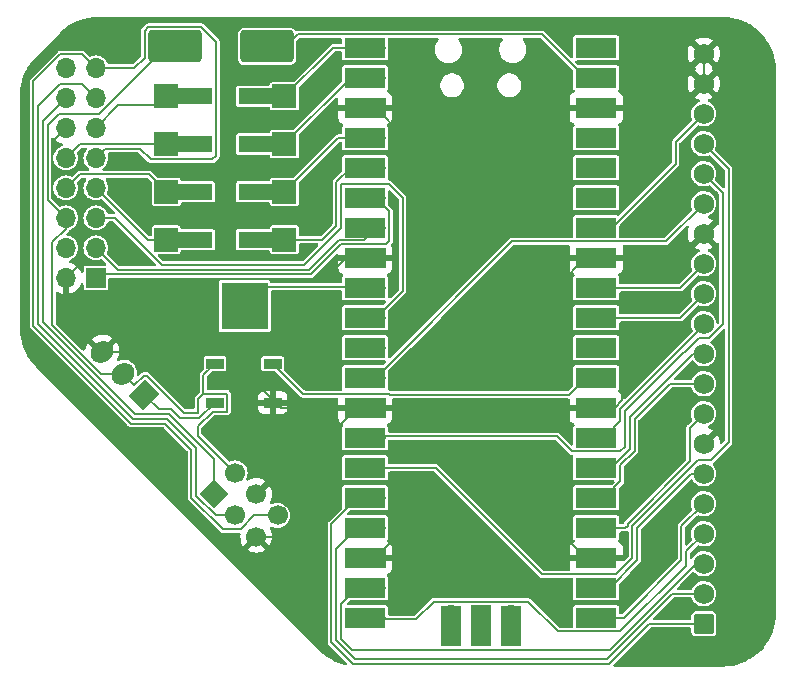
<source format=gbr>
%TF.GenerationSoftware,KiCad,Pcbnew,8.0.4*%
%TF.CreationDate,2024-08-18T14:41:23+02:00*%
%TF.ProjectId,pico-modxo,7069636f-2d6d-46f6-9478-6f2e6b696361,1.0*%
%TF.SameCoordinates,Original*%
%TF.FileFunction,Copper,L1,Top*%
%TF.FilePolarity,Positive*%
%FSLAX46Y46*%
G04 Gerber Fmt 4.6, Leading zero omitted, Abs format (unit mm)*
G04 Created by KiCad (PCBNEW 8.0.4) date 2024-08-18 14:41:23*
%MOMM*%
%LPD*%
G01*
G04 APERTURE LIST*
G04 Aperture macros list*
%AMRoundRect*
0 Rectangle with rounded corners*
0 $1 Rounding radius*
0 $2 $3 $4 $5 $6 $7 $8 $9 X,Y pos of 4 corners*
0 Add a 4 corners polygon primitive as box body*
4,1,4,$2,$3,$4,$5,$6,$7,$8,$9,$2,$3,0*
0 Add four circle primitives for the rounded corners*
1,1,$1+$1,$2,$3*
1,1,$1+$1,$4,$5*
1,1,$1+$1,$6,$7*
1,1,$1+$1,$8,$9*
0 Add four rect primitives between the rounded corners*
20,1,$1+$1,$2,$3,$4,$5,0*
20,1,$1+$1,$4,$5,$6,$7,0*
20,1,$1+$1,$6,$7,$8,$9,0*
20,1,$1+$1,$8,$9,$2,$3,0*%
%AMHorizOval*
0 Thick line with rounded ends*
0 $1 width*
0 $2 $3 position (X,Y) of the first rounded end (center of the circle)*
0 $4 $5 position (X,Y) of the second rounded end (center of the circle)*
0 Add line between two ends*
20,1,$1,$2,$3,$4,$5,0*
0 Add two circle primitives to create the rounded ends*
1,1,$1,$2,$3*
1,1,$1,$4,$5*%
%AMRotRect*
0 Rectangle, with rotation*
0 The origin of the aperture is its center*
0 $1 length*
0 $2 width*
0 $3 Rotation angle, in degrees counterclockwise*
0 Add horizontal line*
21,1,$1,$2,0,0,$3*%
G04 Aperture macros list end*
%TA.AperFunction,ComponentPad*%
%ADD10RoundRect,0.250000X2.000000X1.100000X-2.000000X1.100000X-2.000000X-1.100000X2.000000X-1.100000X0*%
%TD*%
%TA.AperFunction,ComponentPad*%
%ADD11RoundRect,0.250000X-2.000000X-1.100000X2.000000X-1.100000X2.000000X1.100000X-2.000000X1.100000X0*%
%TD*%
%TA.AperFunction,SMDPad,CuDef*%
%ADD12R,4.000000X4.000000*%
%TD*%
%TA.AperFunction,SMDPad,CuDef*%
%ADD13R,1.500000X0.900000*%
%TD*%
%TA.AperFunction,ComponentPad*%
%ADD14R,1.700000X1.700000*%
%TD*%
%TA.AperFunction,ComponentPad*%
%ADD15O,1.700000X1.700000*%
%TD*%
%TA.AperFunction,SMDPad,CuDef*%
%ADD16R,3.500000X1.700000*%
%TD*%
%TA.AperFunction,SMDPad,CuDef*%
%ADD17R,1.700000X3.500000*%
%TD*%
%TA.AperFunction,ComponentPad*%
%ADD18R,1.998980X1.998980*%
%TD*%
%TA.AperFunction,SMDPad,CuDef*%
%ADD19R,2.999740X1.399540*%
%TD*%
%TA.AperFunction,ComponentPad*%
%ADD20RoundRect,0.250000X0.620000X-0.620000X0.620000X0.620000X-0.620000X0.620000X-0.620000X-0.620000X0*%
%TD*%
%TA.AperFunction,ComponentPad*%
%ADD21C,1.740000*%
%TD*%
%TA.AperFunction,ComponentPad*%
%ADD22RotRect,2.030000X1.730000X225.000000*%
%TD*%
%TA.AperFunction,ComponentPad*%
%ADD23HorizOval,1.730000X-0.106066X-0.106066X0.106066X0.106066X0*%
%TD*%
%TA.AperFunction,ComponentPad*%
%ADD24RotRect,1.700000X1.700000X45.000000*%
%TD*%
%TA.AperFunction,ComponentPad*%
%ADD25HorizOval,1.700000X0.000000X0.000000X0.000000X0.000000X0*%
%TD*%
%TA.AperFunction,Conductor*%
%ADD26C,0.200000*%
%TD*%
G04 APERTURE END LIST*
D10*
%TO.P,D1,1,K*%
%TO.N,+5V*%
X132400000Y-39500000D03*
D11*
%TO.P,D1,2,A*%
%TO.N,LPC_5V*%
X124600000Y-39500000D03*
%TD*%
D12*
%TO.P,D0,1,Pin_1*%
%TO.N,Net-(D0-Pin_1)*%
X130500000Y-61500000D03*
%TD*%
D13*
%TO.P,D2,1,VDD*%
%TO.N,LPC_5V*%
X127980000Y-66360000D03*
%TO.P,D2,2,DOUT*%
%TO.N,Net-(D2-DOUT)*%
X127980000Y-69660000D03*
%TO.P,D2,3,VSS*%
%TO.N,GND*%
X132880000Y-69660000D03*
%TO.P,D2,4,DIN*%
%TO.N,RGBDI*%
X132880000Y-66360000D03*
%TD*%
D14*
%TO.P,J1,1,LCLK*%
%TO.N,LCLK*%
X117920000Y-59100000D03*
D15*
%TO.P,J1,2,GND*%
%TO.N,GND*%
X115380000Y-59100000D03*
%TO.P,J1,3,LFRAME#*%
%TO.N,LFRAME*%
X117920000Y-56560000D03*
%TO.P,J1,4,PWR_(v1.6)*%
%TO.N,unconnected-(J1-PWR_(v1.6)-Pad4)*%
X115380000Y-56560000D03*
%TO.P,J1,5,LRESET#*%
%TO.N,LRESET*%
X117920000Y-54020000D03*
%TO.P,J1,6,5V*%
%TO.N,LPC_5V*%
X115380000Y-54020000D03*
%TO.P,J1,7,LAD3*%
%TO.N,LAD3*%
X117920000Y-51480000D03*
%TO.P,J1,8,LAD2*%
%TO.N,LAD2*%
X115380000Y-51480000D03*
%TO.P,J1,9,3.3V*%
%TO.N,+3.3V*%
X117920000Y-48940000D03*
%TO.P,J1,10,LAD1*%
%TO.N,LAD1*%
X115380000Y-48940000D03*
%TO.P,J1,11,LAD0*%
%TO.N,LAD0*%
X117920000Y-46400000D03*
%TO.P,J1,12,GND*%
%TO.N,GND*%
X115380000Y-46400000D03*
%TO.P,J1,13,SCL*%
%TO.N,LSCL*%
X117920000Y-43860000D03*
%TO.P,J1,14,SDA*%
%TO.N,LSDA*%
X115380000Y-43860000D03*
%TO.P,J1,15,3.3V*%
%TO.N,+3.3V*%
X117920000Y-41320000D03*
%TO.P,J1,16,SERIRQ_(v1.0)*%
%TO.N,unconnected-(J1-SERIRQ_(v1.0)-Pad16)*%
X115380000Y-41320000D03*
%TD*%
%TO.P,U1,1,GPIO0*%
%TO.N,Net-(U1-GPIO0)*%
X141600000Y-39620000D03*
D16*
X140700000Y-39620000D03*
D15*
%TO.P,U1,2,GPIO1*%
%TO.N,Net-(U1-GPIO1)*%
X141600000Y-42160000D03*
D16*
X140700000Y-42160000D03*
D14*
%TO.P,U1,3,GND*%
%TO.N,GND*%
X141600000Y-44700000D03*
D16*
X140700000Y-44700000D03*
D15*
%TO.P,U1,4,GPIO2*%
%TO.N,Net-(U1-GPIO2)*%
X141600000Y-47240000D03*
D16*
X140700000Y-47240000D03*
D15*
%TO.P,U1,5,GPIO3*%
%TO.N,Net-(U1-GPIO3)*%
X141600000Y-49780000D03*
D16*
X140700000Y-49780000D03*
D15*
%TO.P,U1,6,GPIO4*%
%TO.N,LCLK*%
X141600000Y-52320000D03*
D16*
X140700000Y-52320000D03*
D15*
%TO.P,U1,7,GPIO5*%
%TO.N,LFRAME*%
X141600000Y-54860000D03*
D16*
X140700000Y-54860000D03*
D14*
%TO.P,U1,8,GND*%
%TO.N,GND*%
X141600000Y-57400000D03*
D16*
X140700000Y-57400000D03*
D15*
%TO.P,U1,9,GPIO6*%
%TO.N,Net-(D0-Pin_1)*%
X141600000Y-59940000D03*
D16*
X140700000Y-59940000D03*
D15*
%TO.P,U1,10,GPIO7*%
%TO.N,LRESET*%
X141600000Y-62480000D03*
D16*
X140700000Y-62480000D03*
D15*
%TO.P,U1,11,GPIO8*%
%TO.N,unconnected-(U1-GPIO8-Pad11)*%
X141600000Y-65020000D03*
D16*
X140700000Y-65020000D03*
D15*
%TO.P,U1,12,GPIO9*%
%TO.N,GPIO9*%
X141600000Y-67560000D03*
D16*
X140700000Y-67560000D03*
D14*
%TO.P,U1,13,GND*%
%TO.N,GND*%
X141600000Y-70100000D03*
D16*
X140700000Y-70100000D03*
D15*
%TO.P,U1,14,GPIO10*%
%TO.N,GPIO10*%
X141600000Y-72640000D03*
D16*
X140700000Y-72640000D03*
D15*
%TO.P,U1,15,GPIO11*%
%TO.N,GPIO11*%
X141600000Y-75180000D03*
D16*
X140700000Y-75180000D03*
D15*
%TO.P,U1,16,GPIO12*%
%TO.N,SD_SPI1_MISO*%
X141600000Y-77720000D03*
D16*
X140700000Y-77720000D03*
D15*
%TO.P,U1,17,GPIO13*%
%TO.N,SD_SPI1_CS*%
X141600000Y-80260000D03*
D16*
X140700000Y-80260000D03*
D14*
%TO.P,U1,18,GND*%
%TO.N,GND*%
X141600000Y-82800000D03*
D16*
X140700000Y-82800000D03*
D15*
%TO.P,U1,19,GPIO14*%
%TO.N,SD_SPI1_SCK*%
X141600000Y-85340000D03*
D16*
X140700000Y-85340000D03*
D15*
%TO.P,U1,20,GPIO15*%
%TO.N,SD_SPI1_MOSI*%
X141600000Y-87880000D03*
D16*
X140700000Y-87880000D03*
D15*
%TO.P,U1,21,GPIO16*%
%TO.N,UART_TX*%
X159380000Y-87880000D03*
D16*
X160280000Y-87880000D03*
D15*
%TO.P,U1,22,GPIO17*%
%TO.N,UART_RX*%
X159380000Y-85340000D03*
D16*
X160280000Y-85340000D03*
D14*
%TO.P,U1,23,GND*%
%TO.N,GND*%
X159380000Y-82800000D03*
D16*
X160280000Y-82800000D03*
D15*
%TO.P,U1,24,GPIO18*%
%TO.N,DISPLAY_I2C1_SDA*%
X159380000Y-80260000D03*
D16*
X160280000Y-80260000D03*
D15*
%TO.P,U1,25,GPIO19*%
%TO.N,DISPLAY_I2C1_SCL*%
X159380000Y-77720000D03*
D16*
X160280000Y-77720000D03*
D15*
%TO.P,U1,26,GPIO20*%
%TO.N,EXT_I2C0_SDA*%
X159380000Y-75180000D03*
D16*
X160280000Y-75180000D03*
D15*
%TO.P,U1,27,GPIO21*%
%TO.N,EXT_I2C0_SCL*%
X159380000Y-72640000D03*
D16*
X160280000Y-72640000D03*
D14*
%TO.P,U1,28,GND*%
%TO.N,GND*%
X159380000Y-70100000D03*
D16*
X160280000Y-70100000D03*
D15*
%TO.P,U1,29,GPIO22*%
%TO.N,RGBDI*%
X159380000Y-67560000D03*
D16*
X160280000Y-67560000D03*
D15*
%TO.P,U1,30,RUN*%
%TO.N,unconnected-(U1-RUN-Pad30)*%
X159380000Y-65020000D03*
D16*
%TO.N,unconnected-(U1-RUN-Pad30)_1*%
X160280000Y-65020000D03*
D15*
%TO.P,U1,31,GPIO26_ADC0*%
%TO.N,DISPLAY_BRIGHTNESS*%
X159380000Y-62480000D03*
D16*
X160280000Y-62480000D03*
D15*
%TO.P,U1,32,GPIO27_ADC1*%
%TO.N,DISPLAY_CONTRAST*%
X159380000Y-59940000D03*
D16*
X160280000Y-59940000D03*
D14*
%TO.P,U1,33,AGND*%
%TO.N,GND*%
X159380000Y-57400000D03*
D16*
X160280000Y-57400000D03*
D15*
%TO.P,U1,34,GPIO28_ADC2*%
%TO.N,GPIO28*%
X159380000Y-54860000D03*
D16*
X160280000Y-54860000D03*
D15*
%TO.P,U1,35,ADC_VREF*%
%TO.N,unconnected-(U1-ADC_VREF-Pad35)*%
X159380000Y-52320000D03*
D16*
%TO.N,unconnected-(U1-ADC_VREF-Pad35)_1*%
X160280000Y-52320000D03*
D15*
%TO.P,U1,36,3V3*%
%TO.N,unconnected-(U1-3V3-Pad36)*%
X159380000Y-49780000D03*
D16*
%TO.N,unconnected-(U1-3V3-Pad36)_1*%
X160280000Y-49780000D03*
D15*
%TO.P,U1,37,3V3_EN*%
%TO.N,unconnected-(U1-3V3_EN-Pad37)*%
X159380000Y-47240000D03*
D16*
%TO.N,unconnected-(U1-3V3_EN-Pad37)_1*%
X160280000Y-47240000D03*
D14*
%TO.P,U1,38,GND*%
%TO.N,GND*%
X159380000Y-44700000D03*
D16*
X160280000Y-44700000D03*
D15*
%TO.P,U1,39,VSYS*%
%TO.N,+5V*%
X159380000Y-42160000D03*
D16*
X160280000Y-42160000D03*
D15*
%TO.P,U1,40,VBUS*%
%TO.N,unconnected-(U1-VBUS-Pad40)_1*%
X159380000Y-39620000D03*
D16*
%TO.N,unconnected-(U1-VBUS-Pad40)*%
X160280000Y-39620000D03*
D15*
%TO.P,U1,41,SWCLK*%
%TO.N,unconnected-(U1-SWCLK-Pad41)*%
X147950000Y-87650000D03*
D17*
%TO.N,unconnected-(U1-SWCLK-Pad41)_1*%
X147950000Y-88550000D03*
D14*
%TO.P,U1,42,GND*%
%TO.N,unconnected-(U1-GND-Pad42)*%
X150490000Y-87650000D03*
D17*
%TO.N,unconnected-(U1-GND-Pad42)_1*%
X150490000Y-88550000D03*
D15*
%TO.P,U1,43,SWDIO*%
%TO.N,unconnected-(U1-SWDIO-Pad43)_1*%
X153030000Y-87650000D03*
D17*
%TO.N,unconnected-(U1-SWDIO-Pad43)*%
X153030000Y-88550000D03*
%TD*%
D18*
%TO.P,R1,1*%
%TO.N,LAD0*%
X123878740Y-43710000D03*
D19*
X126279040Y-43710000D03*
%TO.P,R1,2*%
%TO.N,Net-(U1-GPIO0)*%
X131480960Y-43710000D03*
D18*
X133881260Y-43710000D03*
%TD*%
D20*
%TO.P,J2,1,Pin_1*%
%TO.N,SD_SPI1_MISO*%
X169380000Y-88380000D03*
D21*
%TO.P,J2,2,Pin_2*%
%TO.N,SD_SPI1_CS*%
X169380000Y-85840000D03*
%TO.P,J2,3,Pin_3*%
%TO.N,SD_SPI1_SCK*%
X169380000Y-83300000D03*
%TO.P,J2,4,Pin_4*%
%TO.N,SD_SPI1_MOSI*%
X169380000Y-80760000D03*
%TO.P,J2,5,Pin_5*%
%TO.N,UART_TX*%
X169380000Y-78220000D03*
%TO.P,J2,6,Pin_6*%
%TO.N,UART_RX*%
X169380000Y-75680000D03*
%TO.P,J2,7,Pin_7*%
%TO.N,GND*%
X169380000Y-73140000D03*
%TO.P,J2,8,Pin_8*%
%TO.N,DISPLAY_I2C1_SDA*%
X169380000Y-70600000D03*
%TO.P,J2,9,Pin_9*%
%TO.N,DISPLAY_I2C1_SCL*%
X169380000Y-68060000D03*
%TO.P,J2,10,Pin_10*%
%TO.N,EXT_I2C0_SDA*%
X169380000Y-65520000D03*
%TO.P,J2,11,Pin_11*%
%TO.N,EXT_I2C0_SCL*%
X169380000Y-62980000D03*
%TO.P,J2,12,Pin_12*%
%TO.N,DISPLAY_BRIGHTNESS*%
X169380000Y-60440000D03*
%TO.P,J2,13,Pin_13*%
%TO.N,DISPLAY_CONTRAST*%
X169380000Y-57900000D03*
%TO.P,J2,14,Pin_14*%
%TO.N,GND*%
X169380000Y-55360000D03*
%TO.P,J2,15,Pin_15*%
%TO.N,GPIO9*%
X169380000Y-52820000D03*
%TO.P,J2,16,Pin_16*%
%TO.N,GPIO10*%
X169380000Y-50280000D03*
%TO.P,J2,17,Pin_17*%
%TO.N,GPIO11*%
X169380000Y-47740000D03*
%TO.P,J2,18,Pin_18*%
%TO.N,GPIO28*%
X169380000Y-45200000D03*
%TO.P,J2,19,Pin_19*%
%TO.N,GND*%
X169380000Y-42660000D03*
%TO.P,J2,20,Pin_20*%
X169380000Y-40120000D03*
%TD*%
D22*
%TO.P,RGB1,1,Pin_1*%
%TO.N,Net-(D2-DOUT)*%
X122000000Y-69000000D03*
D23*
%TO.P,RGB1,2,Pin_2*%
%TO.N,LPC_5V*%
X120203949Y-67203949D03*
%TO.P,RGB1,3,Pin_3*%
%TO.N,GND*%
X118407898Y-65407898D03*
%TD*%
D18*
%TO.P,R3,1*%
%TO.N,LAD2*%
X123878740Y-51810000D03*
D19*
X126279040Y-51810000D03*
%TO.P,R3,2*%
%TO.N,Net-(U1-GPIO2)*%
X131480960Y-51810000D03*
D18*
X133881260Y-51810000D03*
%TD*%
%TO.P,R2,1*%
%TO.N,LAD1*%
X123878740Y-47760000D03*
D19*
X126279040Y-47760000D03*
%TO.P,R2,2*%
%TO.N,Net-(U1-GPIO1)*%
X131480960Y-47760000D03*
D18*
X133881260Y-47760000D03*
%TD*%
D24*
%TO.P,EXT1,1,Pin_1*%
%TO.N,LSDA*%
X127907898Y-77407898D03*
D25*
%TO.P,EXT1,2,Pin_2*%
%TO.N,LPC_5V*%
X129703949Y-75611847D03*
%TO.P,EXT1,3,Pin_3*%
%TO.N,LSCL*%
X129703949Y-79203949D03*
%TO.P,EXT1,4,Pin_4*%
%TO.N,GND*%
X131500000Y-77407898D03*
%TO.P,EXT1,5,Pin_5*%
X131500000Y-81000000D03*
%TO.P,EXT1,6,Pin_6*%
%TO.N,+3.3V*%
X133296052Y-79203949D03*
%TD*%
D18*
%TO.P,R4,1*%
%TO.N,LAD3*%
X123878740Y-55860000D03*
D19*
X126279040Y-55860000D03*
%TO.P,R4,2*%
%TO.N,Net-(U1-GPIO3)*%
X131480960Y-55860000D03*
D18*
X133881260Y-55860000D03*
%TD*%
D26*
%TO.N,Net-(D0-Pin_1)*%
X129880000Y-59860000D02*
X141520000Y-59860000D01*
X141520000Y-59860000D02*
X141600000Y-59940000D01*
%TO.N,LPC_5V*%
X121176220Y-68176220D02*
X121981801Y-67370639D01*
X129703949Y-75611847D02*
X126592102Y-72500000D01*
X123500000Y-39500000D02*
X123500000Y-39906346D01*
X127000000Y-67340000D02*
X127980000Y-66360000D01*
X122230331Y-67370639D02*
X125359692Y-70500000D01*
X125359692Y-70500000D02*
X126574314Y-70500000D01*
X118344259Y-67203949D02*
X120203949Y-67203949D01*
X115380000Y-54020000D02*
X115380000Y-54933654D01*
X123500000Y-39906346D02*
X118156346Y-45250000D01*
X129030000Y-70410000D02*
X129030000Y-68910000D01*
X114750000Y-45250000D02*
X113830000Y-46170000D01*
X113830000Y-46170000D02*
X113830000Y-52470000D01*
X126592102Y-72500000D02*
X126565686Y-72500000D01*
X120203949Y-67203949D02*
X121176220Y-68176220D01*
X126532843Y-71672843D02*
X127795686Y-70410000D01*
X121981801Y-67370639D02*
X122230331Y-67370639D01*
X115380000Y-54933654D02*
X114230000Y-56083654D01*
X126574314Y-69335686D02*
X127000000Y-68910000D01*
X126565686Y-72500000D02*
X126532843Y-72467157D01*
X127000000Y-68910000D02*
X127000000Y-67340000D01*
X114230000Y-56083654D02*
X114230000Y-63089690D01*
X114230000Y-63089690D02*
X118344259Y-67203949D01*
X129030000Y-68910000D02*
X127000000Y-68910000D01*
X113830000Y-52470000D02*
X115380000Y-54020000D01*
X118156346Y-45250000D02*
X114750000Y-45250000D01*
X126532843Y-72467157D02*
X126532843Y-71672843D01*
X127795686Y-70410000D02*
X129030000Y-70410000D01*
X126574314Y-70500000D02*
X126574314Y-69335686D01*
%TO.N,RGBDI*%
X142800000Y-69000000D02*
X142750000Y-68950000D01*
X159380000Y-67560000D02*
X157940000Y-69000000D01*
X135470000Y-68950000D02*
X132880000Y-66360000D01*
X157940000Y-69000000D02*
X142800000Y-69000000D01*
X142750000Y-68950000D02*
X135470000Y-68950000D01*
%TO.N,Net-(D2-DOUT)*%
X122000000Y-69000000D02*
X123229361Y-70229361D01*
X124295047Y-70229361D02*
X125065686Y-71000000D01*
X126640000Y-71000000D02*
X127980000Y-69660000D01*
X125065686Y-71000000D02*
X126640000Y-71000000D01*
X123229361Y-70229361D02*
X124295047Y-70229361D01*
%TO.N,LSDA*%
X124129361Y-70629361D02*
X127907898Y-74407898D01*
X121203985Y-70629361D02*
X124129361Y-70629361D01*
X127907898Y-74407898D02*
X127907898Y-77407898D01*
X115380000Y-43860000D02*
X113430000Y-45810000D01*
X113430000Y-45810000D02*
X113430000Y-62855376D01*
X113430000Y-62855376D02*
X121203985Y-70629361D01*
%TO.N,+3.3V*%
X131330295Y-79203949D02*
X133296052Y-79203949D01*
X112630000Y-63186748D02*
X120872613Y-71429361D01*
X114903654Y-40170000D02*
X112630000Y-42443654D01*
X121679760Y-48160000D02*
X122579250Y-49059490D01*
X122365256Y-37850000D02*
X122050000Y-38165256D01*
X122050000Y-38165256D02*
X122050000Y-40450000D01*
X128078910Y-48759770D02*
X128078910Y-39094166D01*
X126005816Y-73637188D02*
X126005816Y-77697848D01*
X126834744Y-37850000D02*
X122365256Y-37850000D01*
X122050000Y-40450000D02*
X121180000Y-41320000D01*
X128661917Y-80353949D02*
X130180295Y-80353949D01*
X127779190Y-49059490D02*
X128078910Y-48759770D01*
X128078910Y-39094166D02*
X126834744Y-37850000D01*
X117920000Y-48940000D02*
X118700000Y-48160000D01*
X126005816Y-77697848D02*
X128661917Y-80353949D01*
X122579250Y-49059490D02*
X127779190Y-49059490D01*
X120872613Y-71429361D02*
X123797989Y-71429361D01*
X112630000Y-42443654D02*
X112630000Y-63186748D01*
X123797989Y-71429361D02*
X126005816Y-73637188D01*
X121180000Y-41320000D02*
X117920000Y-41320000D01*
X118700000Y-48160000D02*
X121679760Y-48160000D01*
X116770000Y-40170000D02*
X114903654Y-40170000D01*
X117920000Y-41320000D02*
X116770000Y-40170000D01*
X130180295Y-80353949D02*
X131330295Y-79203949D01*
%TO.N,LSCL*%
X121038299Y-71029361D02*
X123963675Y-71029361D01*
X126405816Y-73471502D02*
X126405816Y-77532162D01*
X117920000Y-43860000D02*
X116770000Y-42710000D01*
X123963675Y-71029361D02*
X126405816Y-73471502D01*
X116770000Y-42710000D02*
X114903654Y-42710000D01*
X113030000Y-63021062D02*
X121038299Y-71029361D01*
X126405816Y-77532162D02*
X128077603Y-79203949D01*
X128077603Y-79203949D02*
X129703949Y-79203949D01*
X113030000Y-44583654D02*
X113030000Y-63021062D01*
X114903654Y-42710000D02*
X113030000Y-44583654D01*
%TO.N,GND*%
X158230000Y-58550000D02*
X158230000Y-66170000D01*
X167340000Y-44700000D02*
X169380000Y-42660000D01*
X115143654Y-52870000D02*
X115856346Y-52870000D01*
X142750000Y-76570000D02*
X137930000Y-76570000D01*
X138650000Y-64000000D02*
X127500000Y-64000000D01*
X159380000Y-44700000D02*
X167340000Y-44700000D01*
X169380000Y-42660000D02*
X169380000Y-40120000D01*
X162730000Y-78470000D02*
X162090000Y-79110000D01*
X168210000Y-50764630D02*
X168210000Y-47255370D01*
X168210000Y-47255370D02*
X168895370Y-46570000D01*
X158230000Y-66170000D02*
X162090000Y-66170000D01*
X169984314Y-51450000D02*
X168895370Y-51450000D01*
X141600000Y-82800000D02*
X142750000Y-81650000D01*
X158230000Y-79110000D02*
X158230000Y-81650000D01*
X133600000Y-70100000D02*
X141600000Y-70100000D01*
X115380000Y-46400000D02*
X114230000Y-47550000D01*
X115380000Y-62380000D02*
X118407898Y-65407898D01*
X138780000Y-63870000D02*
X138650000Y-64000000D01*
X169664630Y-46570000D02*
X170550000Y-45684630D01*
X168895370Y-51450000D02*
X168210000Y-50764630D01*
X159380000Y-70100000D02*
X141600000Y-70100000D01*
X115856346Y-52870000D02*
X116770000Y-53783654D01*
X162467157Y-66547157D02*
X162467157Y-69467157D01*
X139100000Y-57400000D02*
X141600000Y-57400000D01*
X118407898Y-65407898D02*
X128827898Y-65407898D01*
X159380000Y-82800000D02*
X150580000Y-74000000D01*
X142510000Y-63870000D02*
X138780000Y-63870000D01*
X168895370Y-46570000D02*
X169664630Y-46570000D01*
X158230000Y-81650000D02*
X159380000Y-82800000D01*
X133500000Y-81000000D02*
X131500000Y-81000000D01*
X137930000Y-76570000D02*
X133500000Y-81000000D01*
X170550000Y-43830000D02*
X169380000Y-42660000D01*
X162467157Y-69467157D02*
X161834314Y-70100000D01*
X132880000Y-69660000D02*
X133160000Y-69660000D01*
X116770000Y-57710000D02*
X115380000Y-59100000D01*
X114230000Y-51956346D02*
X115143654Y-52870000D01*
X170550000Y-52015686D02*
X169984314Y-51450000D01*
X141600000Y-44700000D02*
X159380000Y-44700000D01*
X170550000Y-69915370D02*
X169864630Y-69230000D01*
X114230000Y-47550000D02*
X114230000Y-51956346D01*
X170550000Y-45684630D02*
X170550000Y-43830000D01*
X140040000Y-70100000D02*
X137930000Y-72210000D01*
X162090000Y-66170000D02*
X162467157Y-66547157D01*
X159380000Y-57400000D02*
X158230000Y-58550000D01*
X170550000Y-54190000D02*
X170550000Y-52015686D01*
X162730000Y-75087056D02*
X162730000Y-78470000D01*
X115380000Y-59100000D02*
X115380000Y-62380000D01*
X137300000Y-59200000D02*
X139100000Y-57400000D01*
X144280000Y-47380000D02*
X144280000Y-62100000D01*
X169380000Y-73140000D02*
X170550000Y-71970000D01*
X168587056Y-69230000D02*
X162730000Y-75087056D01*
X161834314Y-70100000D02*
X159380000Y-70100000D01*
X127500000Y-64000000D02*
X127500000Y-59200000D01*
X169380000Y-55360000D02*
X170550000Y-54190000D01*
X128827898Y-65407898D02*
X132880000Y-69460000D01*
X141600000Y-44700000D02*
X144280000Y-47380000D01*
X127500000Y-59200000D02*
X137300000Y-59200000D01*
X159380000Y-57400000D02*
X167340000Y-57400000D01*
X162090000Y-79110000D02*
X158230000Y-79110000D01*
X142750000Y-81650000D02*
X142750000Y-76570000D01*
X132880000Y-69460000D02*
X132880000Y-69660000D01*
X169864630Y-69230000D02*
X168587056Y-69230000D01*
X141600000Y-70100000D02*
X140040000Y-70100000D01*
X167340000Y-57400000D02*
X169380000Y-55360000D01*
X150580000Y-74000000D02*
X137930000Y-74000000D01*
X144280000Y-62100000D02*
X142510000Y-63870000D01*
X116770000Y-53783654D02*
X116770000Y-57710000D01*
X170550000Y-71970000D02*
X170550000Y-69915370D01*
X133160000Y-69660000D02*
X133600000Y-70100000D01*
X137930000Y-74000000D02*
X137930000Y-76570000D01*
X137930000Y-72210000D02*
X137930000Y-74000000D01*
%TO.N,+5V*%
X133500000Y-39500000D02*
X134000000Y-39500000D01*
X155690000Y-38470000D02*
X159380000Y-42160000D01*
X134000000Y-39500000D02*
X135030000Y-38470000D01*
X135030000Y-38470000D02*
X155690000Y-38470000D01*
%TO.N,GPIO11*%
X146680000Y-75180000D02*
X155690000Y-84190000D01*
X168905370Y-74500000D02*
X170000000Y-74500000D01*
X171500000Y-49860000D02*
X169380000Y-47740000D01*
X163337157Y-82837157D02*
X163337157Y-80068213D01*
X163337157Y-80068213D02*
X168905370Y-74500000D01*
X171500000Y-73000000D02*
X171500000Y-49860000D01*
X161984314Y-84190000D02*
X163337157Y-82837157D01*
X155690000Y-84190000D02*
X161984314Y-84190000D01*
X141600000Y-75180000D02*
X146680000Y-75180000D01*
X170000000Y-74500000D02*
X171500000Y-73000000D01*
%TO.N,EXT_I2C0_SDA*%
X161505685Y-75180000D02*
X163130000Y-73555685D01*
X163130000Y-73555685D02*
X163130000Y-70870000D01*
X159380000Y-75180000D02*
X161505685Y-75180000D01*
X163130000Y-70870000D02*
X168480000Y-65520000D01*
X168480000Y-65520000D02*
X169380000Y-65520000D01*
%TO.N,DISPLAY_CONTRAST*%
X167340000Y-59940000D02*
X169380000Y-57900000D01*
X159380000Y-59940000D02*
X167340000Y-59940000D01*
%TO.N,SD_SPI1_CS*%
X140040000Y-80260000D02*
X138250000Y-82050000D01*
X141600000Y-80260000D02*
X140040000Y-80260000D01*
X161205686Y-91360000D02*
X166725686Y-85840000D01*
X139814315Y-91360000D02*
X161205686Y-91360000D01*
X138250000Y-82050000D02*
X138250000Y-89795685D01*
X138250000Y-89795685D02*
X139814315Y-91360000D01*
X166725686Y-85840000D02*
X169380000Y-85840000D01*
%TO.N,UART_TX*%
X159380000Y-87880000D02*
X162620000Y-87880000D01*
X162620000Y-87880000D02*
X167480000Y-83020000D01*
X167480000Y-83020000D02*
X167480000Y-80120000D01*
X167480000Y-80120000D02*
X169380000Y-78220000D01*
%TO.N,SD_SPI1_SCK*%
X138650000Y-86730000D02*
X138650000Y-89630000D01*
X161400000Y-90600000D02*
X168700000Y-83300000D01*
X140040000Y-85340000D02*
X138650000Y-86730000D01*
X138650000Y-89630000D02*
X139620000Y-90600000D01*
X139620000Y-90600000D02*
X161400000Y-90600000D01*
X141600000Y-85340000D02*
X140040000Y-85340000D01*
X168700000Y-83300000D02*
X169380000Y-83300000D01*
%TO.N,GPIO28*%
X167000000Y-49434630D02*
X167000000Y-47580000D01*
X167000000Y-47580000D02*
X169380000Y-45200000D01*
X159380000Y-54860000D02*
X161574630Y-54860000D01*
X161574630Y-54860000D02*
X167000000Y-49434630D01*
%TO.N,EXT_I2C0_SCL*%
X159380000Y-72640000D02*
X160940000Y-72640000D01*
X169380000Y-63120000D02*
X169380000Y-62980000D01*
X160940000Y-72640000D02*
X162330000Y-71250000D01*
X162330000Y-70170000D02*
X169380000Y-63120000D01*
X162330000Y-71250000D02*
X162330000Y-70170000D01*
%TO.N,Net-(U1-GPIO0)*%
X133881260Y-43710000D02*
X137971260Y-39620000D01*
X137971260Y-39620000D02*
X141600000Y-39620000D01*
%TO.N,Net-(U1-GPIO1)*%
X139481260Y-42160000D02*
X141600000Y-42160000D01*
X133881260Y-47760000D02*
X139481260Y-42160000D01*
%TO.N,Net-(U1-GPIO2)*%
X133881260Y-51810000D02*
X138451260Y-47240000D01*
X138451260Y-47240000D02*
X141600000Y-47240000D01*
%TO.N,Net-(U1-GPIO3)*%
X138250000Y-54684314D02*
X138250000Y-51004315D01*
X139474315Y-49780000D02*
X141600000Y-49780000D01*
X137074314Y-55860000D02*
X138250000Y-54684314D01*
X138250000Y-51004315D02*
X139474315Y-49780000D01*
X133881260Y-55860000D02*
X137074314Y-55860000D01*
%TO.N,SD_SPI1_MOSI*%
X167880000Y-82260000D02*
X169380000Y-80760000D01*
X167880000Y-83480000D02*
X167880000Y-82260000D01*
X162330000Y-89030000D02*
X167880000Y-83480000D01*
X146500000Y-86500000D02*
X154500000Y-86500000D01*
X141720000Y-88000000D02*
X145000000Y-88000000D01*
X157030000Y-89030000D02*
X162330000Y-89030000D01*
X141600000Y-87880000D02*
X141720000Y-88000000D01*
X145000000Y-88000000D02*
X146500000Y-86500000D01*
X154500000Y-86500000D02*
X157030000Y-89030000D01*
%TO.N,SD_SPI1_MISO*%
X141600000Y-77720000D02*
X140040000Y-77720000D01*
X137850000Y-89961370D02*
X139648630Y-91760000D01*
X139648630Y-91760000D02*
X161371372Y-91760000D01*
X140040000Y-77720000D02*
X137850000Y-79910000D01*
X161371372Y-91760000D02*
X164751372Y-88380000D01*
X137850000Y-79910000D02*
X137850000Y-89961370D01*
X164751372Y-88380000D02*
X169380000Y-88380000D01*
%TO.N,DISPLAY_I2C1_SDA*%
X162937157Y-79902527D02*
X168210000Y-74629684D01*
X159380000Y-80260000D02*
X162740000Y-80260000D01*
X168210000Y-71770000D02*
X169380000Y-70600000D01*
X168210000Y-74629684D02*
X168210000Y-71770000D01*
X162937157Y-80062843D02*
X162937157Y-79902527D01*
X162740000Y-80260000D02*
X162937157Y-80062843D01*
%TO.N,GPIO9*%
X153160000Y-56000000D02*
X153170000Y-56010000D01*
X153170000Y-56010000D02*
X166190000Y-56010000D01*
X141600000Y-67560000D02*
X153160000Y-56000000D01*
X166190000Y-56010000D02*
X169380000Y-52820000D01*
%TO.N,DISPLAY_BRIGHTNESS*%
X159380000Y-62480000D02*
X167340000Y-62480000D01*
X167340000Y-62480000D02*
X169380000Y-60440000D01*
%TO.N,GPIO10*%
X141600000Y-72640000D02*
X141740000Y-72500000D01*
X141740000Y-72500000D02*
X156940000Y-72500000D01*
X171000000Y-51900000D02*
X169380000Y-50280000D01*
X156940000Y-72500000D02*
X158230000Y-73790000D01*
X162730000Y-70335686D02*
X167695686Y-65370000D01*
X169000000Y-64150000D02*
X169864630Y-64150000D01*
X162730000Y-73389999D02*
X162730000Y-70335686D01*
X171000000Y-63014630D02*
X171000000Y-51900000D01*
X167695686Y-65370000D02*
X167780000Y-65370000D01*
X169864630Y-64150000D02*
X171000000Y-63014630D01*
X158230000Y-73790000D02*
X162329999Y-73790000D01*
X167780000Y-65370000D02*
X169000000Y-64150000D01*
X162329999Y-73790000D02*
X162730000Y-73389999D01*
%TO.N,DISPLAY_I2C1_SCL*%
X160940000Y-77720000D02*
X162330000Y-76330000D01*
X162330000Y-74921371D02*
X163530000Y-73721371D01*
X162330000Y-76330000D02*
X162330000Y-74921371D01*
X159380000Y-77720000D02*
X160940000Y-77720000D01*
X163530000Y-73721371D02*
X163530000Y-71035686D01*
X166505686Y-68060000D02*
X169380000Y-68060000D01*
X163530000Y-71035686D02*
X166505686Y-68060000D01*
%TO.N,UART_RX*%
X161400000Y-85340000D02*
X163737157Y-83002843D01*
X163737157Y-83002843D02*
X163737157Y-80262843D01*
X168320000Y-75680000D02*
X169380000Y-75680000D01*
X159380000Y-85340000D02*
X161400000Y-85340000D01*
X163737157Y-80262843D02*
X168320000Y-75680000D01*
%TO.N,LAD0*%
X119820000Y-44500000D02*
X123088740Y-44500000D01*
X123088740Y-44500000D02*
X123878740Y-43710000D01*
X117920000Y-46400000D02*
X119820000Y-44500000D01*
%TO.N,LAD1*%
X116560000Y-47760000D02*
X123878740Y-47760000D01*
X115380000Y-48940000D02*
X116560000Y-47760000D01*
%TO.N,LAD2*%
X122398740Y-50330000D02*
X116530000Y-50330000D01*
X123878740Y-51810000D02*
X122398740Y-50330000D01*
X116530000Y-50330000D02*
X115380000Y-51480000D01*
%TO.N,LAD3*%
X123878740Y-55860000D02*
X122300000Y-55860000D01*
X122300000Y-55860000D02*
X117920000Y-51480000D01*
%TO.N,LRESET*%
X138650000Y-51170000D02*
X142750000Y-51170000D01*
X123500000Y-58000000D02*
X135500000Y-58000000D01*
X143880000Y-60200000D02*
X141600000Y-62480000D01*
X119520000Y-54020000D02*
X123500000Y-58000000D01*
X135500000Y-58000000D02*
X138650000Y-54850000D01*
X143880000Y-52300000D02*
X143880000Y-60200000D01*
X117920000Y-54020000D02*
X119520000Y-54020000D01*
X142750000Y-51170000D02*
X143880000Y-52300000D01*
X138650000Y-54850000D02*
X138650000Y-51170000D01*
%TO.N,LFRAME*%
X138484314Y-55850000D02*
X140610000Y-55850000D01*
X119760000Y-58400000D02*
X135934314Y-58400000D01*
X135934314Y-58400000D02*
X138484314Y-55850000D01*
X140610000Y-55850000D02*
X141600000Y-54860000D01*
X117920000Y-56560000D02*
X119760000Y-58400000D01*
%TO.N,LCLK*%
X142490000Y-56250000D02*
X142750000Y-55990000D01*
X118220000Y-58800000D02*
X136100000Y-58800000D01*
X136100000Y-58800000D02*
X138650000Y-56250000D01*
X142750000Y-55990000D02*
X142750000Y-53470000D01*
X117920000Y-59100000D02*
X118220000Y-58800000D01*
X142750000Y-53470000D02*
X141600000Y-52320000D01*
X138650000Y-56250000D02*
X142490000Y-56250000D01*
%TD*%
%TA.AperFunction,Conductor*%
%TO.N,GND*%
G36*
X162984564Y-80549464D02*
G01*
X163027765Y-80604376D01*
X163036657Y-80650486D01*
X163036657Y-82661324D01*
X163016972Y-82728363D01*
X163000338Y-82749005D01*
X162702352Y-83046990D01*
X162641029Y-83080475D01*
X162571337Y-83075491D01*
X162531674Y-83050000D01*
X159824560Y-83050000D01*
X159855245Y-82996853D01*
X159890000Y-82867143D01*
X159890000Y-82732857D01*
X159855245Y-82603147D01*
X159824560Y-82550000D01*
X162530000Y-82550000D01*
X162530000Y-81902172D01*
X162529999Y-81902155D01*
X162523598Y-81842627D01*
X162523596Y-81842620D01*
X162473354Y-81707913D01*
X162473350Y-81707906D01*
X162387190Y-81592812D01*
X162387187Y-81592809D01*
X162272093Y-81506649D01*
X162272087Y-81506646D01*
X162194381Y-81477663D01*
X162138448Y-81435791D01*
X162114031Y-81370327D01*
X162128883Y-81302054D01*
X162168826Y-81258377D01*
X162174552Y-81254552D01*
X162218867Y-81188231D01*
X162218867Y-81188229D01*
X162218868Y-81188229D01*
X162230499Y-81129752D01*
X162230500Y-81129750D01*
X162230500Y-80684500D01*
X162250185Y-80617461D01*
X162302989Y-80571706D01*
X162354500Y-80560500D01*
X162779560Y-80560500D01*
X162779562Y-80560500D01*
X162855989Y-80540021D01*
X162855992Y-80540018D01*
X162863499Y-80536910D01*
X162864657Y-80539706D01*
X162918532Y-80526625D01*
X162984564Y-80549464D01*
G37*
%TD.AperFunction*%
%TA.AperFunction,Conductor*%
G36*
X157973039Y-69320185D02*
G01*
X158018794Y-69372989D01*
X158030000Y-69424500D01*
X158030000Y-69850000D01*
X158935440Y-69850000D01*
X158904755Y-69903147D01*
X158870000Y-70032857D01*
X158870000Y-70167143D01*
X158904755Y-70296853D01*
X158935440Y-70350000D01*
X158030000Y-70350000D01*
X158030000Y-70997844D01*
X158036401Y-71057372D01*
X158036403Y-71057379D01*
X158086645Y-71192086D01*
X158086649Y-71192093D01*
X158172809Y-71307187D01*
X158172812Y-71307190D01*
X158287906Y-71393350D01*
X158287913Y-71393354D01*
X158365617Y-71422336D01*
X158421551Y-71464207D01*
X158445968Y-71529672D01*
X158431116Y-71597945D01*
X158391179Y-71641617D01*
X158385448Y-71645446D01*
X158341132Y-71711769D01*
X158341131Y-71711770D01*
X158329500Y-71770247D01*
X158329500Y-72582299D01*
X158328903Y-72594453D01*
X158324417Y-72639999D01*
X158328903Y-72685545D01*
X158329500Y-72697699D01*
X158329500Y-73165167D01*
X158309815Y-73232206D01*
X158257011Y-73277961D01*
X158187853Y-73287905D01*
X158124297Y-73258880D01*
X158117819Y-73252848D01*
X157124512Y-72259541D01*
X157124504Y-72259535D01*
X157055995Y-72219982D01*
X157055990Y-72219979D01*
X157030513Y-72213152D01*
X156979562Y-72199500D01*
X156979560Y-72199500D01*
X142774500Y-72199500D01*
X142707461Y-72179815D01*
X142661706Y-72127011D01*
X142650500Y-72075500D01*
X142650500Y-71770249D01*
X142650499Y-71770247D01*
X142638868Y-71711770D01*
X142638867Y-71711769D01*
X142594551Y-71645446D01*
X142588823Y-71641619D01*
X142544018Y-71588006D01*
X142535312Y-71518681D01*
X142565468Y-71455654D01*
X142614382Y-71422336D01*
X142692086Y-71393354D01*
X142692093Y-71393350D01*
X142807187Y-71307190D01*
X142807190Y-71307187D01*
X142893350Y-71192093D01*
X142893354Y-71192086D01*
X142943596Y-71057379D01*
X142943598Y-71057372D01*
X142949999Y-70997844D01*
X142950000Y-70997827D01*
X142950000Y-70350000D01*
X142044560Y-70350000D01*
X142075245Y-70296853D01*
X142110000Y-70167143D01*
X142110000Y-70032857D01*
X142075245Y-69903147D01*
X142044560Y-69850000D01*
X142950000Y-69850000D01*
X142950000Y-69424500D01*
X142969685Y-69357461D01*
X143022489Y-69311706D01*
X143074000Y-69300500D01*
X157906000Y-69300500D01*
X157973039Y-69320185D01*
G37*
%TD.AperFunction*%
%TA.AperFunction,Conductor*%
G36*
X160473039Y-69869685D02*
G01*
X160518794Y-69922489D01*
X160530000Y-69974000D01*
X160530000Y-70226000D01*
X160510315Y-70293039D01*
X160457511Y-70338794D01*
X160406000Y-70350000D01*
X159824560Y-70350000D01*
X159855245Y-70296853D01*
X159890000Y-70167143D01*
X159890000Y-70032857D01*
X159855245Y-69903147D01*
X159824560Y-69850000D01*
X160406000Y-69850000D01*
X160473039Y-69869685D01*
G37*
%TD.AperFunction*%
%TA.AperFunction,Conductor*%
G36*
X170509512Y-56135959D02*
G01*
X170562708Y-56130442D01*
X170631420Y-56143105D01*
X170682378Y-56190907D01*
X170699500Y-56253780D01*
X170699500Y-57851467D01*
X170684908Y-57901159D01*
X170697328Y-57925427D01*
X170699500Y-57948532D01*
X170699500Y-60391467D01*
X170684908Y-60441159D01*
X170697328Y-60465427D01*
X170699500Y-60488532D01*
X170699500Y-62838796D01*
X170679815Y-62905835D01*
X170663181Y-62926477D01*
X170654872Y-62934786D01*
X170593549Y-62968271D01*
X170523857Y-62963287D01*
X170467924Y-62921415D01*
X170443788Y-62859259D01*
X170435011Y-62770146D01*
X170431940Y-62760021D01*
X170373799Y-62568355D01*
X170373797Y-62568352D01*
X170373797Y-62568350D01*
X170274399Y-62382389D01*
X170274394Y-62382383D01*
X170140621Y-62219378D01*
X169977616Y-62085605D01*
X169977610Y-62085600D01*
X169791649Y-61986202D01*
X169690750Y-61955595D01*
X169589855Y-61924989D01*
X169589853Y-61924988D01*
X169589855Y-61924988D01*
X169380000Y-61904320D01*
X169170146Y-61924988D01*
X168968350Y-61986202D01*
X168782389Y-62085600D01*
X168782383Y-62085605D01*
X168619378Y-62219378D01*
X168485605Y-62382383D01*
X168485600Y-62382389D01*
X168386202Y-62568350D01*
X168324988Y-62770146D01*
X168304320Y-62980000D01*
X168324988Y-63189853D01*
X168386202Y-63391649D01*
X168446365Y-63504205D01*
X168460607Y-63572608D01*
X168435607Y-63637851D01*
X168424688Y-63650339D01*
X162741681Y-69333347D01*
X162680358Y-69366832D01*
X162610666Y-69361848D01*
X162554733Y-69319976D01*
X162530316Y-69254512D01*
X162530000Y-69245666D01*
X162530000Y-69202172D01*
X162529999Y-69202155D01*
X162523598Y-69142627D01*
X162523596Y-69142620D01*
X162473354Y-69007913D01*
X162473350Y-69007906D01*
X162387190Y-68892812D01*
X162387187Y-68892809D01*
X162272093Y-68806649D01*
X162272087Y-68806646D01*
X162194381Y-68777663D01*
X162138448Y-68735791D01*
X162114031Y-68670327D01*
X162128883Y-68602054D01*
X162168826Y-68558377D01*
X162174552Y-68554552D01*
X162218867Y-68488231D01*
X162218867Y-68488229D01*
X162218868Y-68488229D01*
X162230499Y-68429752D01*
X162230500Y-68429750D01*
X162230500Y-66690249D01*
X162230499Y-66690247D01*
X162218868Y-66631770D01*
X162218867Y-66631769D01*
X162174552Y-66565447D01*
X162108230Y-66521132D01*
X162108229Y-66521131D01*
X162049752Y-66509500D01*
X162049748Y-66509500D01*
X159437701Y-66509500D01*
X159425547Y-66508903D01*
X159380000Y-66504417D01*
X159334453Y-66508903D01*
X159322299Y-66509500D01*
X158510247Y-66509500D01*
X158451770Y-66521131D01*
X158451769Y-66521132D01*
X158385447Y-66565447D01*
X158341132Y-66631769D01*
X158341131Y-66631770D01*
X158329500Y-66690247D01*
X158329500Y-67502299D01*
X158328902Y-67514453D01*
X158324417Y-67560000D01*
X158328903Y-67605545D01*
X158329500Y-67617699D01*
X158329500Y-68134167D01*
X158309815Y-68201206D01*
X158293181Y-68221848D01*
X157851848Y-68663181D01*
X157790525Y-68696666D01*
X157764167Y-68699500D01*
X142950346Y-68699500D01*
X142888346Y-68682887D01*
X142879717Y-68677905D01*
X142879716Y-68677904D01*
X142873914Y-68674554D01*
X142865989Y-68669979D01*
X142789562Y-68649500D01*
X142789560Y-68649500D01*
X142757647Y-68649500D01*
X142690608Y-68629815D01*
X142644853Y-68577011D01*
X142634909Y-68507853D01*
X142636978Y-68500308D01*
X142636485Y-68500210D01*
X142650499Y-68429752D01*
X142650500Y-68429750D01*
X142650500Y-67617699D01*
X142651097Y-67605545D01*
X142655583Y-67560000D01*
X142651097Y-67514453D01*
X142650500Y-67502299D01*
X142650500Y-66985833D01*
X142670185Y-66918794D01*
X142686819Y-66898152D01*
X144564972Y-65019999D01*
X158324417Y-65019999D01*
X158328903Y-65065545D01*
X158329500Y-65077699D01*
X158329500Y-65889752D01*
X158341131Y-65948229D01*
X158341132Y-65948230D01*
X158385447Y-66014552D01*
X158451769Y-66058867D01*
X158451770Y-66058868D01*
X158510247Y-66070499D01*
X158510250Y-66070500D01*
X158510252Y-66070500D01*
X159322299Y-66070500D01*
X159334453Y-66071097D01*
X159380000Y-66075583D01*
X159425547Y-66071097D01*
X159437701Y-66070500D01*
X162049750Y-66070500D01*
X162049751Y-66070499D01*
X162064568Y-66067552D01*
X162108229Y-66058868D01*
X162108229Y-66058867D01*
X162108231Y-66058867D01*
X162174552Y-66014552D01*
X162218867Y-65948231D01*
X162218867Y-65948229D01*
X162218868Y-65948229D01*
X162230499Y-65889752D01*
X162230500Y-65889750D01*
X162230500Y-64150249D01*
X162230499Y-64150247D01*
X162218868Y-64091770D01*
X162218867Y-64091769D01*
X162174552Y-64025447D01*
X162108230Y-63981132D01*
X162108229Y-63981131D01*
X162049752Y-63969500D01*
X162049748Y-63969500D01*
X159437701Y-63969500D01*
X159425547Y-63968903D01*
X159380000Y-63964417D01*
X159334453Y-63968903D01*
X159322299Y-63969500D01*
X158510247Y-63969500D01*
X158451770Y-63981131D01*
X158451769Y-63981132D01*
X158385447Y-64025447D01*
X158341132Y-64091769D01*
X158341131Y-64091770D01*
X158329500Y-64150247D01*
X158329500Y-64962299D01*
X158328903Y-64974453D01*
X158324417Y-65019999D01*
X144564972Y-65019999D01*
X147104972Y-62479999D01*
X158324417Y-62479999D01*
X158328903Y-62525545D01*
X158329500Y-62537699D01*
X158329500Y-63349752D01*
X158341131Y-63408229D01*
X158341132Y-63408230D01*
X158385447Y-63474552D01*
X158451769Y-63518867D01*
X158451770Y-63518868D01*
X158510247Y-63530499D01*
X158510250Y-63530500D01*
X158510252Y-63530500D01*
X159322299Y-63530500D01*
X159334453Y-63531097D01*
X159380000Y-63535583D01*
X159425547Y-63531097D01*
X159437701Y-63530500D01*
X162049750Y-63530500D01*
X162049751Y-63530499D01*
X162064568Y-63527552D01*
X162108229Y-63518868D01*
X162108229Y-63518867D01*
X162108231Y-63518867D01*
X162174552Y-63474552D01*
X162218867Y-63408231D01*
X162218867Y-63408229D01*
X162218868Y-63408229D01*
X162230499Y-63349752D01*
X162230500Y-63349750D01*
X162230500Y-62904500D01*
X162250185Y-62837461D01*
X162302989Y-62791706D01*
X162354500Y-62780500D01*
X167379560Y-62780500D01*
X167379562Y-62780500D01*
X167455989Y-62760021D01*
X167524511Y-62720460D01*
X167580460Y-62664511D01*
X168800895Y-61444074D01*
X168862216Y-61410591D01*
X168931907Y-61415575D01*
X168947029Y-61422400D01*
X168955010Y-61426666D01*
X168968355Y-61433799D01*
X169170145Y-61495011D01*
X169170144Y-61495011D01*
X169188959Y-61496864D01*
X169380000Y-61515680D01*
X169589855Y-61495011D01*
X169791645Y-61433799D01*
X169804990Y-61426666D01*
X169977610Y-61334399D01*
X169977612Y-61334396D01*
X169977616Y-61334395D01*
X170140621Y-61200621D01*
X170274395Y-61037616D01*
X170274396Y-61037612D01*
X170274399Y-61037610D01*
X170373797Y-60851649D01*
X170373797Y-60851648D01*
X170373799Y-60851645D01*
X170435011Y-60649855D01*
X170452097Y-60476377D01*
X170466198Y-60441456D01*
X170456523Y-60426402D01*
X170452097Y-60403621D01*
X170441641Y-60297461D01*
X170435011Y-60230145D01*
X170373799Y-60028355D01*
X170373797Y-60028352D01*
X170373797Y-60028350D01*
X170274399Y-59842389D01*
X170274394Y-59842383D01*
X170140621Y-59679378D01*
X169977616Y-59545605D01*
X169977610Y-59545600D01*
X169791649Y-59446202D01*
X169662439Y-59407007D01*
X169589855Y-59384989D01*
X169589853Y-59384988D01*
X169589855Y-59384988D01*
X169380000Y-59364320D01*
X169170146Y-59384988D01*
X168968350Y-59446202D01*
X168782389Y-59545600D01*
X168782383Y-59545605D01*
X168619378Y-59679378D01*
X168485605Y-59842383D01*
X168485600Y-59842389D01*
X168386202Y-60028350D01*
X168324988Y-60230146D01*
X168304320Y-60440000D01*
X168324988Y-60649853D01*
X168386202Y-60851648D01*
X168397600Y-60872972D01*
X168411841Y-60941375D01*
X168386840Y-61006619D01*
X168375922Y-61019105D01*
X167251848Y-62143181D01*
X167190525Y-62176666D01*
X167164167Y-62179500D01*
X162354500Y-62179500D01*
X162287461Y-62159815D01*
X162241706Y-62107011D01*
X162230500Y-62055500D01*
X162230500Y-61610249D01*
X162230499Y-61610247D01*
X162218868Y-61551770D01*
X162218867Y-61551769D01*
X162174552Y-61485447D01*
X162108230Y-61441132D01*
X162108229Y-61441131D01*
X162049752Y-61429500D01*
X162049748Y-61429500D01*
X159437701Y-61429500D01*
X159425547Y-61428903D01*
X159380000Y-61424417D01*
X159334453Y-61428903D01*
X159322299Y-61429500D01*
X158510247Y-61429500D01*
X158451770Y-61441131D01*
X158451769Y-61441132D01*
X158385447Y-61485447D01*
X158341132Y-61551769D01*
X158341131Y-61551770D01*
X158329500Y-61610247D01*
X158329500Y-62422299D01*
X158328903Y-62434453D01*
X158324417Y-62479999D01*
X147104972Y-62479999D01*
X153238152Y-56346819D01*
X153299475Y-56313334D01*
X153325833Y-56310500D01*
X157912561Y-56310500D01*
X157979600Y-56330185D01*
X158025355Y-56382989D01*
X158035850Y-56447756D01*
X158030000Y-56502155D01*
X158030000Y-57150000D01*
X158935440Y-57150000D01*
X158904755Y-57203147D01*
X158870000Y-57332857D01*
X158870000Y-57467143D01*
X158904755Y-57596853D01*
X158935440Y-57650000D01*
X158030000Y-57650000D01*
X158030000Y-58297844D01*
X158036401Y-58357372D01*
X158036403Y-58357379D01*
X158086645Y-58492086D01*
X158086649Y-58492093D01*
X158172809Y-58607187D01*
X158172812Y-58607190D01*
X158287906Y-58693350D01*
X158287913Y-58693354D01*
X158365617Y-58722336D01*
X158421551Y-58764207D01*
X158445968Y-58829672D01*
X158431116Y-58897945D01*
X158391179Y-58941617D01*
X158385448Y-58945446D01*
X158341132Y-59011769D01*
X158341131Y-59011770D01*
X158329500Y-59070247D01*
X158329500Y-59882299D01*
X158328903Y-59894453D01*
X158324417Y-59939999D01*
X158328903Y-59985545D01*
X158329500Y-59997699D01*
X158329500Y-60809752D01*
X158341131Y-60868229D01*
X158341132Y-60868230D01*
X158385447Y-60934552D01*
X158451769Y-60978867D01*
X158451770Y-60978868D01*
X158510247Y-60990499D01*
X158510250Y-60990500D01*
X158510252Y-60990500D01*
X159322299Y-60990500D01*
X159334453Y-60991097D01*
X159380000Y-60995583D01*
X159425547Y-60991097D01*
X159437701Y-60990500D01*
X162049750Y-60990500D01*
X162049751Y-60990499D01*
X162064568Y-60987552D01*
X162108229Y-60978868D01*
X162108229Y-60978867D01*
X162108231Y-60978867D01*
X162174552Y-60934552D01*
X162218867Y-60868231D01*
X162218867Y-60868229D01*
X162218868Y-60868229D01*
X162230499Y-60809752D01*
X162230500Y-60809750D01*
X162230500Y-60364500D01*
X162250185Y-60297461D01*
X162302989Y-60251706D01*
X162354500Y-60240500D01*
X167379560Y-60240500D01*
X167379562Y-60240500D01*
X167455989Y-60220021D01*
X167524511Y-60180460D01*
X167580460Y-60124511D01*
X168800895Y-58904074D01*
X168862216Y-58870591D01*
X168931907Y-58875575D01*
X168947029Y-58882400D01*
X168957517Y-58888006D01*
X168968355Y-58893799D01*
X169170145Y-58955011D01*
X169170144Y-58955011D01*
X169188959Y-58956864D01*
X169380000Y-58975680D01*
X169589855Y-58955011D01*
X169791645Y-58893799D01*
X169802483Y-58888006D01*
X169977610Y-58794399D01*
X169977612Y-58794396D01*
X169977616Y-58794395D01*
X170140621Y-58660621D01*
X170274395Y-58497616D01*
X170274396Y-58497612D01*
X170274399Y-58497610D01*
X170373797Y-58311649D01*
X170373797Y-58311648D01*
X170373799Y-58311645D01*
X170435011Y-58109855D01*
X170452097Y-57936377D01*
X170466198Y-57901456D01*
X170456523Y-57886402D01*
X170452097Y-57863621D01*
X170438600Y-57726581D01*
X170435011Y-57690145D01*
X170373799Y-57488355D01*
X170373797Y-57488352D01*
X170373797Y-57488350D01*
X170274399Y-57302389D01*
X170274394Y-57302383D01*
X170140621Y-57139378D01*
X169977616Y-57005605D01*
X169977610Y-57005600D01*
X169791646Y-56906201D01*
X169789121Y-56905435D01*
X169787960Y-56904674D01*
X169786021Y-56903871D01*
X169786173Y-56903503D01*
X169730684Y-56867135D01*
X169702230Y-56803322D01*
X169712793Y-56734255D01*
X169759019Y-56681864D01*
X169784858Y-56669495D01*
X169932201Y-56618911D01*
X169932215Y-56618905D01*
X170131881Y-56510852D01*
X170131884Y-56510850D01*
X170157420Y-56490974D01*
X169546152Y-55879704D01*
X169590362Y-55867859D01*
X169714638Y-55796109D01*
X169816109Y-55694638D01*
X169887859Y-55570362D01*
X169899705Y-55526152D01*
X170509512Y-56135959D01*
G37*
%TD.AperFunction*%
%TA.AperFunction,Conductor*%
G36*
X168032796Y-54694686D02*
G01*
X168088730Y-54736558D01*
X168113147Y-54802022D01*
X168103020Y-54860676D01*
X168079789Y-54913639D01*
X168024054Y-55133729D01*
X168024052Y-55133741D01*
X168005305Y-55359994D01*
X168005305Y-55360005D01*
X168024052Y-55586258D01*
X168024054Y-55586270D01*
X168079789Y-55806361D01*
X168170991Y-56014282D01*
X168250485Y-56135958D01*
X168860294Y-55526150D01*
X168872141Y-55570362D01*
X168943891Y-55694638D01*
X169045362Y-55796109D01*
X169169638Y-55867859D01*
X169213847Y-55879705D01*
X168602577Y-56490974D01*
X168628112Y-56510848D01*
X168827789Y-56618908D01*
X168827798Y-56618911D01*
X168975141Y-56669495D01*
X169032156Y-56709881D01*
X169058287Y-56774680D01*
X169045235Y-56843320D01*
X168997147Y-56894008D01*
X168970882Y-56905434D01*
X168968353Y-56906201D01*
X168782389Y-57005600D01*
X168782383Y-57005605D01*
X168619378Y-57139378D01*
X168485605Y-57302383D01*
X168485600Y-57302389D01*
X168386202Y-57488350D01*
X168324988Y-57690146D01*
X168304320Y-57900000D01*
X168324988Y-58109853D01*
X168386202Y-58311648D01*
X168397600Y-58332972D01*
X168411841Y-58401375D01*
X168386840Y-58466619D01*
X168375922Y-58479105D01*
X167251848Y-59603181D01*
X167190525Y-59636666D01*
X167164167Y-59639500D01*
X162354500Y-59639500D01*
X162287461Y-59619815D01*
X162241706Y-59567011D01*
X162230500Y-59515500D01*
X162230500Y-59070249D01*
X162230499Y-59070247D01*
X162218868Y-59011770D01*
X162218867Y-59011769D01*
X162174551Y-58945446D01*
X162168823Y-58941619D01*
X162124018Y-58888006D01*
X162115312Y-58818681D01*
X162145468Y-58755654D01*
X162194382Y-58722336D01*
X162272086Y-58693354D01*
X162272093Y-58693350D01*
X162387187Y-58607190D01*
X162387190Y-58607187D01*
X162473350Y-58492093D01*
X162473354Y-58492086D01*
X162523596Y-58357379D01*
X162523598Y-58357372D01*
X162529999Y-58297844D01*
X162530000Y-58297827D01*
X162530000Y-57650000D01*
X159824560Y-57650000D01*
X159855245Y-57596853D01*
X159890000Y-57467143D01*
X159890000Y-57332857D01*
X159855245Y-57203147D01*
X159824560Y-57150000D01*
X162530000Y-57150000D01*
X162530000Y-56502172D01*
X162529999Y-56502155D01*
X162524150Y-56447756D01*
X162536555Y-56378997D01*
X162584164Y-56327859D01*
X162647439Y-56310500D01*
X166229560Y-56310500D01*
X166229562Y-56310500D01*
X166305989Y-56290021D01*
X166374511Y-56250460D01*
X166430460Y-56194511D01*
X167901785Y-54723185D01*
X167963105Y-54689702D01*
X168032796Y-54694686D01*
G37*
%TD.AperFunction*%
%TA.AperFunction,Conductor*%
G36*
X142855703Y-51701120D02*
G01*
X142862181Y-51707152D01*
X143543181Y-52388152D01*
X143576666Y-52449475D01*
X143579500Y-52475833D01*
X143579500Y-60024167D01*
X143559815Y-60091206D01*
X143543181Y-60111848D01*
X142862181Y-60792848D01*
X142800858Y-60826333D01*
X142731166Y-60821349D01*
X142675233Y-60779477D01*
X142650816Y-60714013D01*
X142650500Y-60705167D01*
X142650500Y-59997699D01*
X142651097Y-59985545D01*
X142655583Y-59940000D01*
X142651097Y-59894453D01*
X142650500Y-59882299D01*
X142650500Y-59070249D01*
X142650499Y-59070247D01*
X142638868Y-59011770D01*
X142638867Y-59011769D01*
X142594551Y-58945446D01*
X142588823Y-58941619D01*
X142544018Y-58888006D01*
X142535312Y-58818681D01*
X142565468Y-58755654D01*
X142614382Y-58722336D01*
X142692086Y-58693354D01*
X142692093Y-58693350D01*
X142807187Y-58607190D01*
X142807190Y-58607187D01*
X142893350Y-58492093D01*
X142893354Y-58492086D01*
X142943596Y-58357379D01*
X142943598Y-58357372D01*
X142949999Y-58297844D01*
X142950000Y-58297827D01*
X142950000Y-57650000D01*
X142044560Y-57650000D01*
X142075245Y-57596853D01*
X142110000Y-57467143D01*
X142110000Y-57332857D01*
X142075245Y-57203147D01*
X142044560Y-57150000D01*
X142950000Y-57150000D01*
X142950000Y-56502172D01*
X142949999Y-56502155D01*
X142943598Y-56442627D01*
X142943597Y-56442623D01*
X142911342Y-56356143D01*
X142906358Y-56286451D01*
X142939843Y-56225128D01*
X142990457Y-56174514D01*
X142990460Y-56174511D01*
X143030022Y-56105988D01*
X143050500Y-56029562D01*
X143050500Y-55950438D01*
X143050500Y-53430438D01*
X143049703Y-53427461D01*
X143047064Y-53417615D01*
X143047063Y-53417611D01*
X143030023Y-53354014D01*
X143030022Y-53354013D01*
X143030022Y-53354012D01*
X142990460Y-53285489D01*
X142686819Y-52981848D01*
X142653334Y-52920525D01*
X142650500Y-52894167D01*
X142650500Y-52377699D01*
X142651097Y-52365545D01*
X142651871Y-52357685D01*
X142655583Y-52320000D01*
X142651097Y-52274453D01*
X142650500Y-52262299D01*
X142650500Y-51794833D01*
X142670185Y-51727794D01*
X142722989Y-51682039D01*
X142792147Y-51672095D01*
X142855703Y-51701120D01*
G37*
%TD.AperFunction*%
%TA.AperFunction,Conductor*%
G36*
X138369334Y-57058151D02*
G01*
X138425267Y-57100023D01*
X138440283Y-57140283D01*
X138450000Y-57150000D01*
X141155440Y-57150000D01*
X141124755Y-57203147D01*
X141090000Y-57332857D01*
X141090000Y-57467143D01*
X141124755Y-57596853D01*
X141155440Y-57650000D01*
X138450000Y-57650000D01*
X138450000Y-58297844D01*
X138456401Y-58357372D01*
X138456403Y-58357379D01*
X138506645Y-58492086D01*
X138506649Y-58492093D01*
X138592809Y-58607187D01*
X138592812Y-58607190D01*
X138707906Y-58693350D01*
X138707913Y-58693354D01*
X138785617Y-58722336D01*
X138841551Y-58764207D01*
X138865968Y-58829672D01*
X138851116Y-58897945D01*
X138811179Y-58941617D01*
X138805448Y-58945446D01*
X138761132Y-59011769D01*
X138761131Y-59011770D01*
X138749500Y-59070247D01*
X138749500Y-59435500D01*
X138729815Y-59502539D01*
X138677011Y-59548294D01*
X138625500Y-59559500D01*
X132818028Y-59559500D01*
X132750989Y-59539815D01*
X132705234Y-59487011D01*
X132696411Y-59459691D01*
X132688868Y-59421770D01*
X132688867Y-59421769D01*
X132644553Y-59355448D01*
X132602878Y-59327602D01*
X132558074Y-59273989D01*
X132549367Y-59204664D01*
X132579522Y-59141637D01*
X132638965Y-59104918D01*
X132671770Y-59100500D01*
X136139560Y-59100500D01*
X136139562Y-59100500D01*
X136215989Y-59080021D01*
X136284511Y-59040460D01*
X136340460Y-58984511D01*
X138238319Y-57086652D01*
X138299642Y-57053167D01*
X138369334Y-57058151D01*
G37*
%TD.AperFunction*%
%TA.AperFunction,Conductor*%
G36*
X117063057Y-50650185D02*
G01*
X117108812Y-50702989D01*
X117118756Y-50772147D01*
X117091871Y-50833165D01*
X117042317Y-50893546D01*
X116944769Y-51076043D01*
X116944768Y-51076045D01*
X116944768Y-51076046D01*
X116940390Y-51090477D01*
X116884699Y-51274067D01*
X116864417Y-51480000D01*
X116884699Y-51685932D01*
X116908680Y-51764988D01*
X116944768Y-51883954D01*
X117042315Y-52066450D01*
X117076969Y-52108677D01*
X117173589Y-52226410D01*
X117270209Y-52305702D01*
X117333550Y-52357685D01*
X117516046Y-52455232D01*
X117714066Y-52515300D01*
X117714065Y-52515300D01*
X117732529Y-52517118D01*
X117920000Y-52535583D01*
X118125934Y-52515300D01*
X118323954Y-52455232D01*
X118338191Y-52447621D01*
X118406592Y-52433379D01*
X118471837Y-52458377D01*
X118484327Y-52469298D01*
X119522848Y-53507819D01*
X119556333Y-53569142D01*
X119551349Y-53638834D01*
X119509477Y-53694767D01*
X119444013Y-53719184D01*
X119435167Y-53719500D01*
X119018579Y-53719500D01*
X118951540Y-53699815D01*
X118905785Y-53647011D01*
X118899919Y-53631497D01*
X118899677Y-53630701D01*
X118895232Y-53616046D01*
X118797685Y-53433550D01*
X118745702Y-53370209D01*
X118666410Y-53273589D01*
X118506452Y-53142317D01*
X118506453Y-53142317D01*
X118506450Y-53142315D01*
X118323954Y-53044768D01*
X118125934Y-52984700D01*
X118125932Y-52984699D01*
X118125934Y-52984699D01*
X117920000Y-52964417D01*
X117714067Y-52984699D01*
X117516043Y-53044769D01*
X117405898Y-53103643D01*
X117333550Y-53142315D01*
X117333548Y-53142316D01*
X117333547Y-53142317D01*
X117173589Y-53273589D01*
X117042317Y-53433547D01*
X117042315Y-53433550D01*
X117009736Y-53494500D01*
X116944769Y-53616043D01*
X116884699Y-53814067D01*
X116864417Y-54020000D01*
X116884699Y-54225932D01*
X116913386Y-54320500D01*
X116944768Y-54423954D01*
X117042315Y-54606450D01*
X117060904Y-54629101D01*
X117173589Y-54766410D01*
X117232131Y-54814453D01*
X117333550Y-54897685D01*
X117516046Y-54995232D01*
X117714066Y-55055300D01*
X117714065Y-55055300D01*
X117732529Y-55057118D01*
X117920000Y-55075583D01*
X118125934Y-55055300D01*
X118323954Y-54995232D01*
X118506450Y-54897685D01*
X118666410Y-54766410D01*
X118797685Y-54606450D01*
X118895232Y-54423954D01*
X118899919Y-54408503D01*
X118938217Y-54350065D01*
X119002030Y-54321609D01*
X119018579Y-54320500D01*
X119344167Y-54320500D01*
X119411206Y-54340185D01*
X119431848Y-54356819D01*
X122962848Y-57887819D01*
X122996333Y-57949142D01*
X122991349Y-58018834D01*
X122949477Y-58074767D01*
X122884013Y-58099184D01*
X122875167Y-58099500D01*
X119935833Y-58099500D01*
X119868794Y-58079815D01*
X119848152Y-58063181D01*
X118909298Y-57124327D01*
X118875813Y-57063004D01*
X118880797Y-56993312D01*
X118887618Y-56978197D01*
X118895232Y-56963954D01*
X118955300Y-56765934D01*
X118975583Y-56560000D01*
X118955300Y-56354066D01*
X118895232Y-56156046D01*
X118797685Y-55973550D01*
X118736621Y-55899143D01*
X118666410Y-55813589D01*
X118527390Y-55699500D01*
X118506450Y-55682315D01*
X118326742Y-55586258D01*
X118323956Y-55584769D01*
X118323955Y-55584768D01*
X118323954Y-55584768D01*
X118125934Y-55524700D01*
X118125932Y-55524699D01*
X118125934Y-55524699D01*
X117920000Y-55504417D01*
X117714067Y-55524699D01*
X117516043Y-55584769D01*
X117418307Y-55637011D01*
X117333550Y-55682315D01*
X117333548Y-55682316D01*
X117333547Y-55682317D01*
X117173589Y-55813589D01*
X117042317Y-55973547D01*
X117042315Y-55973550D01*
X117020543Y-56014282D01*
X116944769Y-56156043D01*
X116884699Y-56354067D01*
X116864417Y-56560000D01*
X116884699Y-56765932D01*
X116908681Y-56844989D01*
X116944768Y-56963954D01*
X117042315Y-57146450D01*
X117070499Y-57180793D01*
X117173589Y-57306410D01*
X117240406Y-57361244D01*
X117333550Y-57437685D01*
X117516046Y-57535232D01*
X117714066Y-57595300D01*
X117714065Y-57595300D01*
X117729834Y-57596853D01*
X117920000Y-57615583D01*
X118125934Y-57595300D01*
X118323954Y-57535232D01*
X118338191Y-57527621D01*
X118406592Y-57513379D01*
X118471837Y-57538377D01*
X118484327Y-57549298D01*
X118772848Y-57837819D01*
X118806333Y-57899142D01*
X118801349Y-57968834D01*
X118759477Y-58024767D01*
X118694013Y-58049184D01*
X118685167Y-58049500D01*
X117050247Y-58049500D01*
X116991770Y-58061131D01*
X116991769Y-58061132D01*
X116925447Y-58105447D01*
X116881132Y-58171769D01*
X116881131Y-58171770D01*
X116869500Y-58230247D01*
X116869500Y-58540543D01*
X116849815Y-58607582D01*
X116797011Y-58653337D01*
X116727853Y-58663281D01*
X116664297Y-58634256D01*
X116633118Y-58592948D01*
X116553600Y-58422422D01*
X116553599Y-58422420D01*
X116418113Y-58228926D01*
X116418108Y-58228920D01*
X116251082Y-58061894D01*
X116057578Y-57926399D01*
X115843492Y-57826570D01*
X115843486Y-57826567D01*
X115721349Y-57793841D01*
X115661689Y-57757476D01*
X115631160Y-57694629D01*
X115639455Y-57625253D01*
X115683940Y-57571375D01*
X115717444Y-57555407D01*
X115783954Y-57535232D01*
X115966450Y-57437685D01*
X116126410Y-57306410D01*
X116257685Y-57146450D01*
X116355232Y-56963954D01*
X116415300Y-56765934D01*
X116435583Y-56560000D01*
X116415300Y-56354066D01*
X116355232Y-56156046D01*
X116257685Y-55973550D01*
X116196621Y-55899143D01*
X116126410Y-55813589D01*
X115987390Y-55699500D01*
X115966450Y-55682315D01*
X115786742Y-55586258D01*
X115783956Y-55584769D01*
X115783955Y-55584768D01*
X115783954Y-55584768D01*
X115585934Y-55524700D01*
X115585932Y-55524699D01*
X115585934Y-55524699D01*
X115508191Y-55517042D01*
X115443404Y-55490880D01*
X115403045Y-55433845D01*
X115399929Y-55364045D01*
X115432661Y-55305962D01*
X115620460Y-55118165D01*
X115647293Y-55071689D01*
X115697857Y-55023476D01*
X115718673Y-55015034D01*
X115783954Y-54995232D01*
X115966450Y-54897685D01*
X116126410Y-54766410D01*
X116257685Y-54606450D01*
X116355232Y-54423954D01*
X116415300Y-54225934D01*
X116435583Y-54020000D01*
X116415300Y-53814066D01*
X116355232Y-53616046D01*
X116257685Y-53433550D01*
X116205702Y-53370209D01*
X116126410Y-53273589D01*
X115966452Y-53142317D01*
X115966453Y-53142317D01*
X115966450Y-53142315D01*
X115783954Y-53044768D01*
X115585934Y-52984700D01*
X115585932Y-52984699D01*
X115585934Y-52984699D01*
X115380000Y-52964417D01*
X115174067Y-52984699D01*
X114976039Y-53044770D01*
X114961800Y-53052381D01*
X114893397Y-53066620D01*
X114828154Y-53041616D01*
X114815672Y-53030701D01*
X114166819Y-52381848D01*
X114133334Y-52320525D01*
X114130500Y-52294167D01*
X114130500Y-51815752D01*
X114150185Y-51748713D01*
X114202989Y-51702958D01*
X114272147Y-51693014D01*
X114335703Y-51722039D01*
X114373160Y-51779755D01*
X114404768Y-51883954D01*
X114502315Y-52066450D01*
X114536969Y-52108677D01*
X114633589Y-52226410D01*
X114730209Y-52305702D01*
X114793550Y-52357685D01*
X114976046Y-52455232D01*
X115174066Y-52515300D01*
X115174065Y-52515300D01*
X115192529Y-52517118D01*
X115380000Y-52535583D01*
X115585934Y-52515300D01*
X115783954Y-52455232D01*
X115966450Y-52357685D01*
X116126410Y-52226410D01*
X116257685Y-52066450D01*
X116355232Y-51883954D01*
X116415300Y-51685934D01*
X116435583Y-51480000D01*
X116415300Y-51274066D01*
X116355232Y-51076046D01*
X116347620Y-51061806D01*
X116333379Y-50993404D01*
X116358379Y-50928160D01*
X116369298Y-50915672D01*
X116487189Y-50797782D01*
X116618152Y-50666819D01*
X116679475Y-50633334D01*
X116705833Y-50630500D01*
X116996018Y-50630500D01*
X117063057Y-50650185D01*
G37*
%TD.AperFunction*%
%TA.AperFunction,Conductor*%
G36*
X117087677Y-48080185D02*
G01*
X117133432Y-48132989D01*
X117143376Y-48202147D01*
X117116492Y-48263164D01*
X117055392Y-48337616D01*
X117042315Y-48353550D01*
X117003643Y-48425898D01*
X116944769Y-48536043D01*
X116884699Y-48734067D01*
X116864417Y-48939997D01*
X116884699Y-49145932D01*
X116908680Y-49224988D01*
X116944768Y-49343954D01*
X117042315Y-49526450D01*
X117042317Y-49526452D01*
X117173589Y-49686410D01*
X117323754Y-49809646D01*
X117363089Y-49867392D01*
X117364960Y-49937237D01*
X117328773Y-49997005D01*
X117266017Y-50027721D01*
X117245090Y-50029500D01*
X116490438Y-50029500D01*
X116414010Y-50049978D01*
X116345489Y-50089540D01*
X116345486Y-50089542D01*
X115944326Y-50490701D01*
X115883003Y-50524186D01*
X115813311Y-50519202D01*
X115798193Y-50512379D01*
X115783956Y-50504769D01*
X115783955Y-50504768D01*
X115783954Y-50504768D01*
X115585934Y-50444700D01*
X115585932Y-50444699D01*
X115585934Y-50444699D01*
X115380000Y-50424417D01*
X115174067Y-50444699D01*
X114976043Y-50504769D01*
X114865898Y-50563643D01*
X114793550Y-50602315D01*
X114793548Y-50602316D01*
X114793547Y-50602317D01*
X114633589Y-50733589D01*
X114505191Y-50890045D01*
X114502315Y-50893550D01*
X114483078Y-50929540D01*
X114404769Y-51076043D01*
X114404768Y-51076045D01*
X114404768Y-51076046D01*
X114400391Y-51090477D01*
X114373161Y-51180242D01*
X114334863Y-51238681D01*
X114271051Y-51267137D01*
X114201984Y-51256577D01*
X114149590Y-51210353D01*
X114130500Y-51144247D01*
X114130500Y-49275752D01*
X114150185Y-49208713D01*
X114202989Y-49162958D01*
X114272147Y-49153014D01*
X114335703Y-49182039D01*
X114373160Y-49239755D01*
X114404768Y-49343954D01*
X114502315Y-49526450D01*
X114502317Y-49526452D01*
X114633589Y-49686410D01*
X114703780Y-49744013D01*
X114793550Y-49817685D01*
X114976046Y-49915232D01*
X115174066Y-49975300D01*
X115174065Y-49975300D01*
X115192529Y-49977118D01*
X115380000Y-49995583D01*
X115585934Y-49975300D01*
X115783954Y-49915232D01*
X115966450Y-49817685D01*
X116126410Y-49686410D01*
X116257685Y-49526450D01*
X116355232Y-49343954D01*
X116415300Y-49145934D01*
X116435583Y-48940000D01*
X116432041Y-48904042D01*
X116420361Y-48785447D01*
X116415300Y-48734066D01*
X116355232Y-48536046D01*
X116347620Y-48521806D01*
X116333379Y-48453404D01*
X116358379Y-48388160D01*
X116369298Y-48375672D01*
X116648152Y-48096819D01*
X116709475Y-48063334D01*
X116735833Y-48060500D01*
X117020638Y-48060500D01*
X117087677Y-48080185D01*
G37*
%TD.AperFunction*%
%TA.AperFunction,Conductor*%
G36*
X114335703Y-47265337D02*
G01*
X114342181Y-47271369D01*
X114508917Y-47438105D01*
X114702421Y-47573600D01*
X114916507Y-47673429D01*
X114916516Y-47673433D01*
X115038649Y-47706158D01*
X115098310Y-47742523D01*
X115128839Y-47805369D01*
X115120545Y-47874745D01*
X115076059Y-47928623D01*
X115042552Y-47944593D01*
X114976046Y-47964767D01*
X114845358Y-48034622D01*
X114793550Y-48062315D01*
X114793548Y-48062316D01*
X114793547Y-48062317D01*
X114633589Y-48193589D01*
X114502317Y-48353547D01*
X114502315Y-48353550D01*
X114463643Y-48425898D01*
X114404769Y-48536043D01*
X114373161Y-48640242D01*
X114334863Y-48698681D01*
X114271051Y-48727137D01*
X114201984Y-48716577D01*
X114149590Y-48670353D01*
X114130500Y-48604247D01*
X114130500Y-47359050D01*
X114150185Y-47292011D01*
X114202989Y-47246256D01*
X114272147Y-47236312D01*
X114335703Y-47265337D01*
G37*
%TD.AperFunction*%
%TA.AperFunction,Conductor*%
G36*
X171002702Y-37000617D02*
G01*
X171386771Y-37017386D01*
X171397506Y-37018326D01*
X171775971Y-37068152D01*
X171786597Y-37070025D01*
X172159284Y-37152648D01*
X172169710Y-37155442D01*
X172533765Y-37270227D01*
X172543911Y-37273920D01*
X172896578Y-37420000D01*
X172906369Y-37424566D01*
X172970102Y-37457743D01*
X173244942Y-37600816D01*
X173254310Y-37606224D01*
X173576244Y-37811318D01*
X173585105Y-37817523D01*
X173887930Y-38049889D01*
X173896217Y-38056843D01*
X174177635Y-38314715D01*
X174185284Y-38322364D01*
X174443156Y-38603782D01*
X174450110Y-38612069D01*
X174682476Y-38914894D01*
X174688681Y-38923755D01*
X174893775Y-39245689D01*
X174899183Y-39255057D01*
X175075430Y-39593623D01*
X175080002Y-39603427D01*
X175226075Y-39956078D01*
X175229775Y-39966244D01*
X175344554Y-40330278D01*
X175347354Y-40340727D01*
X175429971Y-40713389D01*
X175431849Y-40724042D01*
X175481671Y-41102473D01*
X175482614Y-41113249D01*
X175499382Y-41497297D01*
X175499500Y-41502706D01*
X175499500Y-87497293D01*
X175499382Y-87502702D01*
X175482614Y-87886750D01*
X175481671Y-87897526D01*
X175431849Y-88275957D01*
X175429971Y-88286610D01*
X175347354Y-88659272D01*
X175344554Y-88669721D01*
X175229775Y-89033755D01*
X175226075Y-89043921D01*
X175080002Y-89396572D01*
X175075430Y-89406376D01*
X174899183Y-89744942D01*
X174893775Y-89754310D01*
X174688681Y-90076244D01*
X174682476Y-90085105D01*
X174450110Y-90387930D01*
X174443156Y-90396217D01*
X174185284Y-90677635D01*
X174177635Y-90685284D01*
X173896217Y-90943156D01*
X173887930Y-90950110D01*
X173585105Y-91182476D01*
X173576244Y-91188681D01*
X173254310Y-91393775D01*
X173244942Y-91399183D01*
X172906376Y-91575430D01*
X172896572Y-91580002D01*
X172543921Y-91726075D01*
X172533755Y-91729775D01*
X172169721Y-91844554D01*
X172159272Y-91847354D01*
X171786610Y-91929971D01*
X171775957Y-91931849D01*
X171397526Y-91981671D01*
X171386750Y-91982614D01*
X171002703Y-91999382D01*
X170997294Y-91999500D01*
X161856205Y-91999500D01*
X161789166Y-91979815D01*
X161743411Y-91927011D01*
X161733467Y-91857853D01*
X161762492Y-91794297D01*
X161768524Y-91787819D01*
X164839524Y-88716819D01*
X164900847Y-88683334D01*
X164927205Y-88680500D01*
X168185500Y-88680500D01*
X168252539Y-88700185D01*
X168298294Y-88752989D01*
X168309500Y-88804500D01*
X168309500Y-89054269D01*
X168312353Y-89084699D01*
X168312353Y-89084701D01*
X168357206Y-89212880D01*
X168357207Y-89212882D01*
X168437850Y-89322150D01*
X168547118Y-89402793D01*
X168557358Y-89406376D01*
X168675299Y-89447646D01*
X168705730Y-89450500D01*
X168705734Y-89450500D01*
X170054270Y-89450500D01*
X170084699Y-89447646D01*
X170084701Y-89447646D01*
X170148790Y-89425219D01*
X170212882Y-89402793D01*
X170322150Y-89322150D01*
X170402793Y-89212882D01*
X170425219Y-89148790D01*
X170447646Y-89084701D01*
X170447646Y-89084699D01*
X170450500Y-89054269D01*
X170450500Y-87705730D01*
X170447646Y-87675300D01*
X170447646Y-87675298D01*
X170402793Y-87547119D01*
X170402792Y-87547117D01*
X170399887Y-87543181D01*
X170322150Y-87437850D01*
X170212882Y-87357207D01*
X170212880Y-87357206D01*
X170084700Y-87312353D01*
X170054270Y-87309500D01*
X170054266Y-87309500D01*
X168705734Y-87309500D01*
X168705730Y-87309500D01*
X168675300Y-87312353D01*
X168675298Y-87312353D01*
X168547119Y-87357206D01*
X168547117Y-87357207D01*
X168437850Y-87437850D01*
X168357207Y-87547117D01*
X168357206Y-87547119D01*
X168312353Y-87675298D01*
X168312353Y-87675300D01*
X168309500Y-87705730D01*
X168309500Y-87955500D01*
X168289815Y-88022539D01*
X168237011Y-88068294D01*
X168185500Y-88079500D01*
X165210519Y-88079500D01*
X165143480Y-88059815D01*
X165097725Y-88007011D01*
X165087781Y-87937853D01*
X165116806Y-87874297D01*
X165122838Y-87867819D01*
X166813838Y-86176819D01*
X166875161Y-86143334D01*
X166901519Y-86140500D01*
X168260521Y-86140500D01*
X168327560Y-86160185D01*
X168373315Y-86212989D01*
X168379181Y-86228503D01*
X168386201Y-86251644D01*
X168386204Y-86251652D01*
X168485600Y-86437610D01*
X168485605Y-86437616D01*
X168619378Y-86600621D01*
X168782383Y-86734394D01*
X168782389Y-86734399D01*
X168968350Y-86833797D01*
X168968352Y-86833797D01*
X168968355Y-86833799D01*
X169170145Y-86895011D01*
X169170144Y-86895011D01*
X169188959Y-86896864D01*
X169380000Y-86915680D01*
X169589855Y-86895011D01*
X169791645Y-86833799D01*
X169800805Y-86828903D01*
X169977610Y-86734399D01*
X169977612Y-86734396D01*
X169977616Y-86734395D01*
X170140621Y-86600621D01*
X170274395Y-86437616D01*
X170274396Y-86437612D01*
X170274399Y-86437610D01*
X170373797Y-86251649D01*
X170373797Y-86251648D01*
X170373799Y-86251645D01*
X170435011Y-86049855D01*
X170455680Y-85840000D01*
X170435011Y-85630145D01*
X170373799Y-85428355D01*
X170373797Y-85428352D01*
X170373797Y-85428350D01*
X170274399Y-85242389D01*
X170274394Y-85242383D01*
X170140621Y-85079378D01*
X169977616Y-84945605D01*
X169977610Y-84945600D01*
X169791649Y-84846202D01*
X169690750Y-84815595D01*
X169589855Y-84784989D01*
X169589853Y-84784988D01*
X169589855Y-84784988D01*
X169380000Y-84764320D01*
X169170146Y-84784988D01*
X168968350Y-84846202D01*
X168782389Y-84945600D01*
X168782383Y-84945605D01*
X168619378Y-85079378D01*
X168485605Y-85242383D01*
X168485600Y-85242389D01*
X168386204Y-85428347D01*
X168386201Y-85428354D01*
X168379181Y-85451497D01*
X168340883Y-85509935D01*
X168277071Y-85538391D01*
X168260521Y-85539500D01*
X167184833Y-85539500D01*
X167117794Y-85519815D01*
X167072039Y-85467011D01*
X167062095Y-85397853D01*
X167091120Y-85334297D01*
X167097152Y-85327819D01*
X167345593Y-85079378D01*
X168407683Y-84017286D01*
X168469004Y-83983803D01*
X168538695Y-83988787D01*
X168591215Y-84026304D01*
X168619378Y-84060620D01*
X168619379Y-84060621D01*
X168694580Y-84122336D01*
X168782383Y-84194394D01*
X168782389Y-84194399D01*
X168968350Y-84293797D01*
X168968352Y-84293797D01*
X168968355Y-84293799D01*
X169170145Y-84355011D01*
X169170144Y-84355011D01*
X169188959Y-84356864D01*
X169380000Y-84375680D01*
X169589855Y-84355011D01*
X169791645Y-84293799D01*
X169802483Y-84288006D01*
X169977610Y-84194399D01*
X169977612Y-84194396D01*
X169977616Y-84194395D01*
X170140621Y-84060621D01*
X170274395Y-83897616D01*
X170274396Y-83897612D01*
X170274399Y-83897610D01*
X170373797Y-83711649D01*
X170373797Y-83711648D01*
X170373799Y-83711645D01*
X170435011Y-83509855D01*
X170455680Y-83300000D01*
X170435011Y-83090145D01*
X170373799Y-82888355D01*
X170373797Y-82888352D01*
X170373797Y-82888350D01*
X170274399Y-82702389D01*
X170274394Y-82702383D01*
X170140621Y-82539378D01*
X169977616Y-82405605D01*
X169977610Y-82405600D01*
X169791649Y-82306202D01*
X169683610Y-82273429D01*
X169589855Y-82244989D01*
X169589853Y-82244988D01*
X169589855Y-82244988D01*
X169380000Y-82224320D01*
X169170146Y-82244988D01*
X168968350Y-82306202D01*
X168782389Y-82405600D01*
X168782383Y-82405605D01*
X168619378Y-82539378D01*
X168485605Y-82702383D01*
X168485600Y-82702389D01*
X168413858Y-82836611D01*
X168364896Y-82886456D01*
X168296758Y-82901916D01*
X168231078Y-82878084D01*
X168188710Y-82822527D01*
X168180500Y-82778158D01*
X168180500Y-82435832D01*
X168200185Y-82368793D01*
X168216815Y-82348155D01*
X168800895Y-81764074D01*
X168862216Y-81730591D01*
X168931907Y-81735575D01*
X168947029Y-81742400D01*
X168968351Y-81753797D01*
X168968355Y-81753799D01*
X169170145Y-81815011D01*
X169170144Y-81815011D01*
X169188959Y-81816864D01*
X169380000Y-81835680D01*
X169589855Y-81815011D01*
X169791645Y-81753799D01*
X169791649Y-81753797D01*
X169977610Y-81654399D01*
X169977612Y-81654396D01*
X169977616Y-81654395D01*
X170140621Y-81520621D01*
X170274395Y-81357616D01*
X170274396Y-81357612D01*
X170274399Y-81357610D01*
X170373797Y-81171649D01*
X170373797Y-81171648D01*
X170373799Y-81171645D01*
X170435011Y-80969855D01*
X170455680Y-80760000D01*
X170435011Y-80550145D01*
X170373799Y-80348355D01*
X170373797Y-80348352D01*
X170373797Y-80348350D01*
X170274399Y-80162389D01*
X170274394Y-80162383D01*
X170140621Y-79999378D01*
X169977616Y-79865605D01*
X169977610Y-79865600D01*
X169791649Y-79766202D01*
X169659076Y-79725987D01*
X169589855Y-79704989D01*
X169589853Y-79704988D01*
X169589855Y-79704988D01*
X169380000Y-79684320D01*
X169170146Y-79704988D01*
X168968350Y-79766202D01*
X168782389Y-79865600D01*
X168782383Y-79865605D01*
X168619378Y-79999378D01*
X168485605Y-80162383D01*
X168485600Y-80162389D01*
X168386202Y-80348350D01*
X168324988Y-80550146D01*
X168304320Y-80760000D01*
X168324988Y-80969853D01*
X168386202Y-81171648D01*
X168397600Y-81192972D01*
X168411841Y-81261375D01*
X168386840Y-81326619D01*
X168375922Y-81339105D01*
X167992181Y-81722847D01*
X167930858Y-81756332D01*
X167861167Y-81751348D01*
X167805233Y-81709477D01*
X167780816Y-81644012D01*
X167780500Y-81635166D01*
X167780500Y-80295832D01*
X167800185Y-80228793D01*
X167816814Y-80208155D01*
X168800895Y-79224074D01*
X168862216Y-79190591D01*
X168931907Y-79195575D01*
X168947029Y-79202400D01*
X168959195Y-79208903D01*
X168968355Y-79213799D01*
X169170145Y-79275011D01*
X169170144Y-79275011D01*
X169188959Y-79276864D01*
X169380000Y-79295680D01*
X169589855Y-79275011D01*
X169791645Y-79213799D01*
X169800805Y-79208903D01*
X169977610Y-79114399D01*
X169977612Y-79114396D01*
X169977616Y-79114395D01*
X170140621Y-78980621D01*
X170274395Y-78817616D01*
X170274396Y-78817612D01*
X170274399Y-78817610D01*
X170373797Y-78631649D01*
X170373797Y-78631648D01*
X170373799Y-78631645D01*
X170435011Y-78429855D01*
X170455680Y-78220000D01*
X170435011Y-78010145D01*
X170373799Y-77808355D01*
X170373797Y-77808352D01*
X170373797Y-77808350D01*
X170274399Y-77622389D01*
X170274394Y-77622383D01*
X170140621Y-77459378D01*
X169977616Y-77325605D01*
X169977610Y-77325600D01*
X169791649Y-77226202D01*
X169690750Y-77195595D01*
X169589855Y-77164989D01*
X169589853Y-77164988D01*
X169589855Y-77164988D01*
X169380000Y-77144320D01*
X169170146Y-77164988D01*
X168968350Y-77226202D01*
X168782389Y-77325600D01*
X168782383Y-77325605D01*
X168619378Y-77459378D01*
X168485605Y-77622383D01*
X168485600Y-77622389D01*
X168386202Y-77808350D01*
X168324988Y-78010146D01*
X168304320Y-78220000D01*
X168324988Y-78429853D01*
X168386202Y-78631648D01*
X168397600Y-78652972D01*
X168411841Y-78721375D01*
X168386840Y-78786619D01*
X168375922Y-78799105D01*
X167295489Y-79879540D01*
X167239541Y-79935487D01*
X167239535Y-79935495D01*
X167199982Y-80004004D01*
X167199979Y-80004009D01*
X167179500Y-80080439D01*
X167179500Y-82844167D01*
X167159815Y-82911206D01*
X167143181Y-82931848D01*
X162531848Y-87543181D01*
X162470525Y-87576666D01*
X162444167Y-87579500D01*
X162354500Y-87579500D01*
X162287461Y-87559815D01*
X162241706Y-87507011D01*
X162230500Y-87455500D01*
X162230500Y-87010249D01*
X162230499Y-87010247D01*
X162218868Y-86951770D01*
X162218867Y-86951769D01*
X162174552Y-86885447D01*
X162108230Y-86841132D01*
X162108229Y-86841131D01*
X162049752Y-86829500D01*
X162049748Y-86829500D01*
X159437701Y-86829500D01*
X159425547Y-86828903D01*
X159380000Y-86824417D01*
X159334453Y-86828903D01*
X159322299Y-86829500D01*
X158510247Y-86829500D01*
X158451770Y-86841131D01*
X158451769Y-86841132D01*
X158385447Y-86885447D01*
X158341132Y-86951769D01*
X158341131Y-86951770D01*
X158329500Y-87010247D01*
X158329500Y-87822299D01*
X158328903Y-87834453D01*
X158324417Y-87879999D01*
X158328903Y-87925545D01*
X158329500Y-87937699D01*
X158329500Y-88605500D01*
X158309815Y-88672539D01*
X158257011Y-88718294D01*
X158205500Y-88729500D01*
X157205833Y-88729500D01*
X157138794Y-88709815D01*
X157118152Y-88693181D01*
X154684511Y-86259540D01*
X154670836Y-86251645D01*
X154615989Y-86219979D01*
X154539562Y-86199500D01*
X146460438Y-86199500D01*
X146422178Y-86209752D01*
X146384010Y-86219979D01*
X146369247Y-86228503D01*
X146329164Y-86251645D01*
X146322326Y-86255592D01*
X146315488Y-86259540D01*
X146315486Y-86259542D01*
X144911848Y-87663181D01*
X144850525Y-87696666D01*
X144824167Y-87699500D01*
X142774500Y-87699500D01*
X142707461Y-87679815D01*
X142661706Y-87627011D01*
X142650500Y-87575500D01*
X142650500Y-87010249D01*
X142650499Y-87010247D01*
X142638868Y-86951770D01*
X142638867Y-86951769D01*
X142594552Y-86885447D01*
X142528230Y-86841132D01*
X142528229Y-86841131D01*
X142469752Y-86829500D01*
X142469748Y-86829500D01*
X141657701Y-86829500D01*
X141645547Y-86828903D01*
X141600000Y-86824417D01*
X141554453Y-86828903D01*
X141542299Y-86829500D01*
X139274833Y-86829500D01*
X139207794Y-86809815D01*
X139162039Y-86757011D01*
X139152095Y-86687853D01*
X139181120Y-86624297D01*
X139187152Y-86617819D01*
X139378152Y-86426819D01*
X139439475Y-86393334D01*
X139465833Y-86390500D01*
X141542299Y-86390500D01*
X141554453Y-86391097D01*
X141600000Y-86395583D01*
X141645547Y-86391097D01*
X141657701Y-86390500D01*
X142469750Y-86390500D01*
X142469751Y-86390499D01*
X142484568Y-86387552D01*
X142528229Y-86378868D01*
X142528229Y-86378867D01*
X142528231Y-86378867D01*
X142594552Y-86334552D01*
X142638867Y-86268231D01*
X142638867Y-86268229D01*
X142638868Y-86268229D01*
X142650499Y-86209752D01*
X142650500Y-86209750D01*
X142650500Y-85397699D01*
X142651097Y-85385545D01*
X142655583Y-85340000D01*
X142651097Y-85294453D01*
X142650500Y-85282299D01*
X142650500Y-84470249D01*
X142650499Y-84470247D01*
X142638868Y-84411770D01*
X142638867Y-84411769D01*
X142594551Y-84345446D01*
X142588823Y-84341619D01*
X142544018Y-84288006D01*
X142535312Y-84218681D01*
X142565468Y-84155654D01*
X142614382Y-84122336D01*
X142692086Y-84093354D01*
X142692093Y-84093350D01*
X142807187Y-84007190D01*
X142807190Y-84007187D01*
X142893350Y-83892093D01*
X142893354Y-83892086D01*
X142943596Y-83757379D01*
X142943598Y-83757372D01*
X142949999Y-83697844D01*
X142950000Y-83697827D01*
X142950000Y-83050000D01*
X142044560Y-83050000D01*
X142075245Y-82996853D01*
X142110000Y-82867143D01*
X142110000Y-82732857D01*
X142075245Y-82603147D01*
X142044560Y-82550000D01*
X142950000Y-82550000D01*
X142950000Y-81902172D01*
X142949999Y-81902155D01*
X142943598Y-81842627D01*
X142943596Y-81842620D01*
X142893354Y-81707913D01*
X142893350Y-81707906D01*
X142807190Y-81592812D01*
X142807187Y-81592809D01*
X142692093Y-81506649D01*
X142692087Y-81506646D01*
X142614381Y-81477663D01*
X142558448Y-81435791D01*
X142534031Y-81370327D01*
X142548883Y-81302054D01*
X142588826Y-81258377D01*
X142594552Y-81254552D01*
X142638867Y-81188231D01*
X142638867Y-81188229D01*
X142638868Y-81188229D01*
X142650499Y-81129752D01*
X142650500Y-81129750D01*
X142650500Y-80317699D01*
X142651097Y-80305545D01*
X142655583Y-80260000D01*
X142651097Y-80214453D01*
X142650500Y-80202299D01*
X142650500Y-79390249D01*
X142650499Y-79390247D01*
X142638868Y-79331770D01*
X142638867Y-79331769D01*
X142594552Y-79265447D01*
X142528230Y-79221132D01*
X142528229Y-79221131D01*
X142469752Y-79209500D01*
X142469748Y-79209500D01*
X141657701Y-79209500D01*
X141645547Y-79208903D01*
X141600000Y-79204417D01*
X141554453Y-79208903D01*
X141542299Y-79209500D01*
X139274833Y-79209500D01*
X139207794Y-79189815D01*
X139162039Y-79137011D01*
X139152095Y-79067853D01*
X139181120Y-79004297D01*
X139187152Y-78997819D01*
X139378152Y-78806819D01*
X139439475Y-78773334D01*
X139465833Y-78770500D01*
X141542299Y-78770500D01*
X141554453Y-78771097D01*
X141600000Y-78775583D01*
X141645547Y-78771097D01*
X141657701Y-78770500D01*
X142469750Y-78770500D01*
X142469751Y-78770499D01*
X142484568Y-78767552D01*
X142528229Y-78758868D01*
X142528229Y-78758867D01*
X142528231Y-78758867D01*
X142594552Y-78714552D01*
X142638867Y-78648231D01*
X142638867Y-78648229D01*
X142638868Y-78648229D01*
X142650499Y-78589752D01*
X142650500Y-78589750D01*
X142650500Y-77777699D01*
X142651097Y-77765545D01*
X142653868Y-77737408D01*
X142655583Y-77720000D01*
X142651097Y-77674453D01*
X142650500Y-77662299D01*
X142650500Y-76850249D01*
X142650499Y-76850247D01*
X142638868Y-76791770D01*
X142638867Y-76791769D01*
X142594552Y-76725447D01*
X142528230Y-76681132D01*
X142528229Y-76681131D01*
X142469752Y-76669500D01*
X142469748Y-76669500D01*
X141657701Y-76669500D01*
X141645547Y-76668903D01*
X141600000Y-76664417D01*
X141554453Y-76668903D01*
X141542299Y-76669500D01*
X138930247Y-76669500D01*
X138871770Y-76681131D01*
X138871769Y-76681132D01*
X138805447Y-76725447D01*
X138761132Y-76791769D01*
X138761131Y-76791770D01*
X138749500Y-76850247D01*
X138749500Y-78534167D01*
X138729815Y-78601206D01*
X138713181Y-78621848D01*
X137609541Y-79725487D01*
X137609535Y-79725495D01*
X137569982Y-79794004D01*
X137569979Y-79794009D01*
X137558862Y-79835500D01*
X137549500Y-79870438D01*
X137549500Y-90000932D01*
X137563152Y-90051883D01*
X137569979Y-90077360D01*
X137569982Y-90077365D01*
X137609535Y-90145874D01*
X137609541Y-90145882D01*
X139123905Y-91660246D01*
X139157390Y-91721569D01*
X139152406Y-91791261D01*
X139110534Y-91847194D01*
X139045070Y-91871611D01*
X139009386Y-91868988D01*
X138911791Y-91847352D01*
X138901342Y-91844552D01*
X138537302Y-91729772D01*
X138527137Y-91726072D01*
X138174494Y-91580006D01*
X138164691Y-91575435D01*
X137826109Y-91399186D01*
X137816740Y-91393778D01*
X137494801Y-91188687D01*
X137485940Y-91182482D01*
X137183110Y-90950121D01*
X137174824Y-90943168D01*
X136892010Y-90684029D01*
X136888100Y-90680286D01*
X112820304Y-66612490D01*
X112816563Y-66608583D01*
X112556828Y-66325134D01*
X112549880Y-66316853D01*
X112518304Y-66275703D01*
X112317517Y-66014035D01*
X112311313Y-66005175D01*
X112238095Y-65890247D01*
X112106211Y-65683234D01*
X112100815Y-65673887D01*
X111960045Y-65403474D01*
X111924559Y-65335306D01*
X111919987Y-65325502D01*
X111793442Y-65020000D01*
X111773910Y-64972847D01*
X111770213Y-64962689D01*
X111760742Y-64932653D01*
X111655428Y-64598645D01*
X111652630Y-64588202D01*
X111639588Y-64529374D01*
X111570008Y-64215527D01*
X111568135Y-64204900D01*
X111518306Y-63826437D01*
X111517366Y-63815696D01*
X111500618Y-63432134D01*
X111500500Y-63426725D01*
X111500500Y-43573772D01*
X111500618Y-43568363D01*
X111505522Y-43456046D01*
X111517388Y-43184294D01*
X111518327Y-43173566D01*
X111568155Y-42795088D01*
X111570026Y-42784476D01*
X111652651Y-42411773D01*
X111654709Y-42404092D01*
X112329500Y-42404092D01*
X112329500Y-63226310D01*
X112343152Y-63277261D01*
X112349979Y-63302738D01*
X112349980Y-63302739D01*
X112381703Y-63357685D01*
X112389540Y-63371259D01*
X120632153Y-71613872D01*
X120688102Y-71669821D01*
X120688104Y-71669822D01*
X120688108Y-71669825D01*
X120756617Y-71709378D01*
X120756624Y-71709382D01*
X120833051Y-71729861D01*
X123622156Y-71729861D01*
X123689195Y-71749546D01*
X123709837Y-71766180D01*
X125668997Y-73725340D01*
X125702482Y-73786663D01*
X125705316Y-73813021D01*
X125705316Y-77737410D01*
X125712855Y-77765545D01*
X125725795Y-77813838D01*
X125725798Y-77813843D01*
X125765351Y-77882352D01*
X125765355Y-77882357D01*
X125765356Y-77882359D01*
X128421457Y-80538460D01*
X128477406Y-80594409D01*
X128477408Y-80594410D01*
X128477412Y-80594413D01*
X128486918Y-80599901D01*
X128545928Y-80633970D01*
X128622355Y-80654449D01*
X128622357Y-80654449D01*
X130039753Y-80654449D01*
X130106792Y-80674134D01*
X130152547Y-80726938D01*
X130163281Y-80789257D01*
X130144843Y-80999999D01*
X130144843Y-81000001D01*
X130165430Y-81235315D01*
X130165432Y-81235326D01*
X130226566Y-81463483D01*
X130226570Y-81463492D01*
X130326400Y-81677579D01*
X130326402Y-81677583D01*
X130385072Y-81761373D01*
X130385073Y-81761373D01*
X131017037Y-81129408D01*
X131034075Y-81192993D01*
X131099901Y-81307007D01*
X131192993Y-81400099D01*
X131307007Y-81465925D01*
X131370590Y-81482962D01*
X130738625Y-82114925D01*
X130822421Y-82173599D01*
X131036507Y-82273429D01*
X131036516Y-82273433D01*
X131264673Y-82334567D01*
X131264684Y-82334569D01*
X131499998Y-82355157D01*
X131500002Y-82355157D01*
X131735315Y-82334569D01*
X131735326Y-82334567D01*
X131963483Y-82273433D01*
X131963492Y-82273429D01*
X132177578Y-82173600D01*
X132177582Y-82173598D01*
X132261373Y-82114926D01*
X132261373Y-82114925D01*
X131629409Y-81482962D01*
X131692993Y-81465925D01*
X131807007Y-81400099D01*
X131900099Y-81307007D01*
X131965925Y-81192993D01*
X131982962Y-81129410D01*
X132614925Y-81761373D01*
X132614926Y-81761373D01*
X132673598Y-81677582D01*
X132673600Y-81677578D01*
X132773429Y-81463492D01*
X132773433Y-81463483D01*
X132834567Y-81235326D01*
X132834569Y-81235315D01*
X132855157Y-81000001D01*
X132855157Y-80999998D01*
X132834569Y-80764684D01*
X132834567Y-80764673D01*
X132773433Y-80536516D01*
X132773429Y-80536507D01*
X132673600Y-80322422D01*
X132673577Y-80322382D01*
X132673572Y-80322361D01*
X132671312Y-80317515D01*
X132672285Y-80317060D01*
X132657103Y-80254482D01*
X132679954Y-80188455D01*
X132734874Y-80145263D01*
X132804428Y-80138620D01*
X132839416Y-80151021D01*
X132892098Y-80179181D01*
X133090118Y-80239249D01*
X133090117Y-80239249D01*
X133108581Y-80241067D01*
X133296052Y-80259532D01*
X133501986Y-80239249D01*
X133700006Y-80179181D01*
X133882502Y-80081634D01*
X134042462Y-79950359D01*
X134173737Y-79790399D01*
X134271284Y-79607903D01*
X134331352Y-79409883D01*
X134351635Y-79203949D01*
X134331352Y-78998015D01*
X134271284Y-78799995D01*
X134173737Y-78617499D01*
X134105349Y-78534167D01*
X134042462Y-78457538D01*
X133882504Y-78326266D01*
X133882505Y-78326266D01*
X133882502Y-78326264D01*
X133700006Y-78228717D01*
X133501986Y-78168649D01*
X133501984Y-78168648D01*
X133501986Y-78168648D01*
X133296052Y-78148366D01*
X133090119Y-78168648D01*
X132892095Y-78228718D01*
X132839415Y-78256876D01*
X132771013Y-78271117D01*
X132705769Y-78246116D01*
X132664399Y-78189811D01*
X132660037Y-78120078D01*
X132671616Y-78090524D01*
X132671312Y-78090383D01*
X132673563Y-78085554D01*
X132673583Y-78085505D01*
X132673601Y-78085472D01*
X132773429Y-77871390D01*
X132773433Y-77871381D01*
X132834567Y-77643224D01*
X132834569Y-77643213D01*
X132855157Y-77407899D01*
X132855157Y-77407896D01*
X132834569Y-77172582D01*
X132834567Y-77172571D01*
X132773433Y-76944414D01*
X132773429Y-76944405D01*
X132673600Y-76730321D01*
X132673599Y-76730319D01*
X132614925Y-76646524D01*
X132614925Y-76646523D01*
X131982961Y-77278486D01*
X131965925Y-77214905D01*
X131900099Y-77100891D01*
X131807007Y-77007799D01*
X131692993Y-76941973D01*
X131629409Y-76924935D01*
X132261373Y-76292971D01*
X132261373Y-76292970D01*
X132177583Y-76234300D01*
X132177579Y-76234298D01*
X131963492Y-76134468D01*
X131963483Y-76134464D01*
X131735326Y-76073330D01*
X131735315Y-76073328D01*
X131500002Y-76052741D01*
X131499998Y-76052741D01*
X131264684Y-76073328D01*
X131264673Y-76073330D01*
X131036516Y-76134464D01*
X131036507Y-76134468D01*
X130822415Y-76234300D01*
X130822365Y-76234330D01*
X130822339Y-76234336D01*
X130817515Y-76236586D01*
X130817062Y-76235615D01*
X130754463Y-76250793D01*
X130688439Y-76227932D01*
X130645256Y-76173004D01*
X130638624Y-76103450D01*
X130651021Y-76068483D01*
X130679181Y-76015801D01*
X130739249Y-75817781D01*
X130759532Y-75611847D01*
X130739249Y-75405913D01*
X130679181Y-75207893D01*
X130581634Y-75025397D01*
X130511175Y-74939542D01*
X130450359Y-74865436D01*
X130332626Y-74768816D01*
X130290399Y-74734162D01*
X130107903Y-74636615D01*
X129909883Y-74576547D01*
X129909881Y-74576546D01*
X129909883Y-74576546D01*
X129703949Y-74556264D01*
X129498016Y-74576546D01*
X129299988Y-74636617D01*
X129285749Y-74644228D01*
X129217346Y-74658467D01*
X129152103Y-74633463D01*
X129139621Y-74622548D01*
X126869662Y-72352589D01*
X126836177Y-72291266D01*
X126833343Y-72264908D01*
X126833343Y-71848676D01*
X126853028Y-71781637D01*
X126869662Y-71760995D01*
X127883838Y-70746819D01*
X127945161Y-70713334D01*
X127971519Y-70710500D01*
X129069560Y-70710500D01*
X129069562Y-70710500D01*
X129145989Y-70690021D01*
X129214511Y-70650460D01*
X129270460Y-70594511D01*
X129310021Y-70525989D01*
X129330500Y-70449562D01*
X129330500Y-70157844D01*
X131630000Y-70157844D01*
X131636401Y-70217372D01*
X131636403Y-70217379D01*
X131686645Y-70352086D01*
X131686649Y-70352093D01*
X131772809Y-70467187D01*
X131772812Y-70467190D01*
X131887906Y-70553350D01*
X131887913Y-70553354D01*
X132022620Y-70603596D01*
X132022627Y-70603598D01*
X132082155Y-70609999D01*
X132082172Y-70610000D01*
X132630000Y-70610000D01*
X133130000Y-70610000D01*
X133677828Y-70610000D01*
X133677844Y-70609999D01*
X133737372Y-70603598D01*
X133737379Y-70603596D01*
X133872086Y-70553354D01*
X133872093Y-70553350D01*
X133987187Y-70467190D01*
X133987190Y-70467187D01*
X134073350Y-70352093D01*
X134073354Y-70352086D01*
X134123596Y-70217379D01*
X134123598Y-70217372D01*
X134129999Y-70157844D01*
X134130000Y-70157827D01*
X134130000Y-69910000D01*
X133130000Y-69910000D01*
X133130000Y-70610000D01*
X132630000Y-70610000D01*
X132630000Y-69910000D01*
X131630000Y-69910000D01*
X131630000Y-70157844D01*
X129330500Y-70157844D01*
X129330500Y-69162155D01*
X131630000Y-69162155D01*
X131630000Y-69410000D01*
X132630000Y-69410000D01*
X133130000Y-69410000D01*
X134130000Y-69410000D01*
X134130000Y-69162172D01*
X134129999Y-69162155D01*
X134123598Y-69102627D01*
X134123596Y-69102620D01*
X134073354Y-68967913D01*
X134073350Y-68967906D01*
X133987190Y-68852812D01*
X133987187Y-68852809D01*
X133872093Y-68766649D01*
X133872086Y-68766645D01*
X133737379Y-68716403D01*
X133737372Y-68716401D01*
X133677844Y-68710000D01*
X133130000Y-68710000D01*
X133130000Y-69410000D01*
X132630000Y-69410000D01*
X132630000Y-68710000D01*
X132082155Y-68710000D01*
X132022627Y-68716401D01*
X132022620Y-68716403D01*
X131887913Y-68766645D01*
X131887906Y-68766649D01*
X131772812Y-68852809D01*
X131772809Y-68852812D01*
X131686649Y-68967906D01*
X131686645Y-68967913D01*
X131636403Y-69102620D01*
X131636401Y-69102627D01*
X131630000Y-69162155D01*
X129330500Y-69162155D01*
X129330500Y-68870438D01*
X129310021Y-68794011D01*
X129294224Y-68766649D01*
X129270464Y-68725495D01*
X129270458Y-68725487D01*
X129214512Y-68669541D01*
X129214504Y-68669535D01*
X129145995Y-68629982D01*
X129145990Y-68629979D01*
X129120513Y-68623152D01*
X129069562Y-68609500D01*
X129069560Y-68609500D01*
X127424500Y-68609500D01*
X127357461Y-68589815D01*
X127311706Y-68537011D01*
X127300500Y-68485500D01*
X127300500Y-67515833D01*
X127320185Y-67448794D01*
X127336819Y-67428152D01*
X127718152Y-67046819D01*
X127779475Y-67013334D01*
X127805833Y-67010500D01*
X128749750Y-67010500D01*
X128749751Y-67010499D01*
X128764568Y-67007552D01*
X128808229Y-66998868D01*
X128808229Y-66998867D01*
X128808231Y-66998867D01*
X128874552Y-66954552D01*
X128918867Y-66888231D01*
X128918867Y-66888229D01*
X128918868Y-66888229D01*
X128930499Y-66829752D01*
X128930500Y-66829750D01*
X128930500Y-65890249D01*
X128930499Y-65890247D01*
X131929500Y-65890247D01*
X131929500Y-66829752D01*
X131941131Y-66888229D01*
X131941132Y-66888230D01*
X131985447Y-66954552D01*
X132051769Y-66998867D01*
X132051770Y-66998868D01*
X132110247Y-67010499D01*
X132110250Y-67010500D01*
X132110252Y-67010500D01*
X133054167Y-67010500D01*
X133121206Y-67030185D01*
X133141848Y-67046819D01*
X135229540Y-69134511D01*
X135285489Y-69190460D01*
X135285491Y-69190461D01*
X135285495Y-69190464D01*
X135336129Y-69219697D01*
X135354011Y-69230021D01*
X135430438Y-69250500D01*
X138326000Y-69250500D01*
X138393039Y-69270185D01*
X138438794Y-69322989D01*
X138450000Y-69374500D01*
X138450000Y-69850000D01*
X141155440Y-69850000D01*
X141124755Y-69903147D01*
X141090000Y-70032857D01*
X141090000Y-70167143D01*
X141124755Y-70296853D01*
X141155440Y-70350000D01*
X138450000Y-70350000D01*
X138450000Y-70997844D01*
X138456401Y-71057372D01*
X138456403Y-71057379D01*
X138506645Y-71192086D01*
X138506649Y-71192093D01*
X138592809Y-71307187D01*
X138592812Y-71307190D01*
X138707906Y-71393350D01*
X138707913Y-71393354D01*
X138785617Y-71422336D01*
X138841551Y-71464207D01*
X138865968Y-71529672D01*
X138851116Y-71597945D01*
X138811179Y-71641617D01*
X138805448Y-71645446D01*
X138761132Y-71711769D01*
X138761131Y-71711770D01*
X138749500Y-71770247D01*
X138749500Y-73509752D01*
X138761131Y-73568229D01*
X138761132Y-73568230D01*
X138805447Y-73634552D01*
X138871769Y-73678867D01*
X138871770Y-73678868D01*
X138930247Y-73690499D01*
X138930250Y-73690500D01*
X138930252Y-73690500D01*
X141542299Y-73690500D01*
X141554453Y-73691097D01*
X141600000Y-73695583D01*
X141645547Y-73691097D01*
X141657701Y-73690500D01*
X142469750Y-73690500D01*
X142469751Y-73690499D01*
X142484568Y-73687552D01*
X142528229Y-73678868D01*
X142528229Y-73678867D01*
X142528231Y-73678867D01*
X142594552Y-73634552D01*
X142638867Y-73568231D01*
X142638867Y-73568229D01*
X142638868Y-73568229D01*
X142650499Y-73509752D01*
X142650500Y-73509750D01*
X142650500Y-72924500D01*
X142670185Y-72857461D01*
X142722989Y-72811706D01*
X142774500Y-72800500D01*
X156764167Y-72800500D01*
X156831206Y-72820185D01*
X156851848Y-72836819D01*
X157989540Y-73974511D01*
X158045489Y-74030460D01*
X158045491Y-74030461D01*
X158045495Y-74030464D01*
X158114004Y-74070017D01*
X158114011Y-74070021D01*
X158190438Y-74090500D01*
X158222353Y-74090500D01*
X158289392Y-74110185D01*
X158335147Y-74162989D01*
X158345091Y-74232147D01*
X158343021Y-74239691D01*
X158343515Y-74239790D01*
X158329500Y-74310247D01*
X158329500Y-75122299D01*
X158328903Y-75134453D01*
X158324417Y-75179999D01*
X158328903Y-75225545D01*
X158329500Y-75237699D01*
X158329500Y-76049752D01*
X158341131Y-76108229D01*
X158341132Y-76108230D01*
X158385447Y-76174552D01*
X158451769Y-76218867D01*
X158451770Y-76218868D01*
X158510247Y-76230499D01*
X158510250Y-76230500D01*
X158510252Y-76230500D01*
X159322299Y-76230500D01*
X159334453Y-76231097D01*
X159380000Y-76235583D01*
X159425547Y-76231097D01*
X159437701Y-76230500D01*
X161705167Y-76230500D01*
X161772206Y-76250185D01*
X161817961Y-76302989D01*
X161827905Y-76372147D01*
X161798880Y-76435703D01*
X161792848Y-76442181D01*
X161601848Y-76633181D01*
X161540525Y-76666666D01*
X161514167Y-76669500D01*
X159437701Y-76669500D01*
X159425547Y-76668903D01*
X159380000Y-76664417D01*
X159334453Y-76668903D01*
X159322299Y-76669500D01*
X158510247Y-76669500D01*
X158451770Y-76681131D01*
X158451769Y-76681132D01*
X158385447Y-76725447D01*
X158341132Y-76791769D01*
X158341131Y-76791770D01*
X158329500Y-76850247D01*
X158329500Y-77662299D01*
X158328903Y-77674453D01*
X158324417Y-77719999D01*
X158328903Y-77765545D01*
X158329500Y-77777699D01*
X158329500Y-78589752D01*
X158341131Y-78648229D01*
X158341132Y-78648230D01*
X158385447Y-78714552D01*
X158451769Y-78758867D01*
X158451770Y-78758868D01*
X158510247Y-78770499D01*
X158510250Y-78770500D01*
X158510252Y-78770500D01*
X159322299Y-78770500D01*
X159334453Y-78771097D01*
X159380000Y-78775583D01*
X159425547Y-78771097D01*
X159437701Y-78770500D01*
X162049750Y-78770500D01*
X162049751Y-78770499D01*
X162064568Y-78767552D01*
X162108229Y-78758868D01*
X162108229Y-78758867D01*
X162108231Y-78758867D01*
X162174552Y-78714552D01*
X162218867Y-78648231D01*
X162218867Y-78648229D01*
X162218868Y-78648229D01*
X162230499Y-78589752D01*
X162230500Y-78589750D01*
X162230500Y-76905833D01*
X162250185Y-76838794D01*
X162266819Y-76818152D01*
X162418305Y-76666666D01*
X162570460Y-76514511D01*
X162610021Y-76445989D01*
X162630500Y-76369562D01*
X162630500Y-75097204D01*
X162650185Y-75030165D01*
X162666819Y-75009523D01*
X163206443Y-74469899D01*
X163770460Y-73905882D01*
X163799152Y-73856185D01*
X163810021Y-73837360D01*
X163830500Y-73760933D01*
X163830500Y-71211519D01*
X163850185Y-71144480D01*
X163866819Y-71123838D01*
X166593838Y-68396819D01*
X166655161Y-68363334D01*
X166681519Y-68360500D01*
X168260521Y-68360500D01*
X168327560Y-68380185D01*
X168373315Y-68432989D01*
X168379181Y-68448503D01*
X168386201Y-68471645D01*
X168386204Y-68471652D01*
X168485600Y-68657610D01*
X168485605Y-68657616D01*
X168619378Y-68820621D01*
X168782383Y-68954394D01*
X168782389Y-68954399D01*
X168968350Y-69053797D01*
X168968352Y-69053797D01*
X168968355Y-69053799D01*
X169170145Y-69115011D01*
X169170144Y-69115011D01*
X169188959Y-69116864D01*
X169380000Y-69135680D01*
X169589855Y-69115011D01*
X169791645Y-69053799D01*
X169791649Y-69053797D01*
X169977610Y-68954399D01*
X169977612Y-68954396D01*
X169977616Y-68954395D01*
X170140621Y-68820621D01*
X170274395Y-68657616D01*
X170274396Y-68657612D01*
X170274399Y-68657610D01*
X170373797Y-68471649D01*
X170373797Y-68471648D01*
X170373799Y-68471645D01*
X170435011Y-68269855D01*
X170455680Y-68060000D01*
X170435011Y-67850145D01*
X170373799Y-67648355D01*
X170373797Y-67648352D01*
X170373797Y-67648350D01*
X170274399Y-67462389D01*
X170274394Y-67462383D01*
X170140621Y-67299378D01*
X169977616Y-67165605D01*
X169977610Y-67165600D01*
X169791649Y-67066202D01*
X169690750Y-67035595D01*
X169589855Y-67004989D01*
X169589853Y-67004988D01*
X169589855Y-67004988D01*
X169380000Y-66984320D01*
X169170146Y-67004988D01*
X168968350Y-67066202D01*
X168782389Y-67165600D01*
X168782383Y-67165605D01*
X168619378Y-67299378D01*
X168485605Y-67462383D01*
X168485600Y-67462389D01*
X168386204Y-67648347D01*
X168386201Y-67648354D01*
X168379181Y-67671497D01*
X168340883Y-67729935D01*
X168277071Y-67758391D01*
X168260521Y-67759500D01*
X166964833Y-67759500D01*
X166897794Y-67739815D01*
X166852039Y-67687011D01*
X166842095Y-67617853D01*
X166871120Y-67554297D01*
X166877152Y-67547819D01*
X167222146Y-67202825D01*
X168308518Y-66116451D01*
X168369839Y-66082968D01*
X168439530Y-66087952D01*
X168492049Y-66125469D01*
X168515179Y-66153652D01*
X168619378Y-66280621D01*
X168782383Y-66414394D01*
X168782389Y-66414399D01*
X168968350Y-66513797D01*
X168968352Y-66513797D01*
X168968355Y-66513799D01*
X169170145Y-66575011D01*
X169170144Y-66575011D01*
X169188959Y-66576864D01*
X169380000Y-66595680D01*
X169589855Y-66575011D01*
X169791645Y-66513799D01*
X169804990Y-66506666D01*
X169977610Y-66414399D01*
X169977612Y-66414396D01*
X169977616Y-66414395D01*
X170140621Y-66280621D01*
X170274395Y-66117616D01*
X170274396Y-66117612D01*
X170274399Y-66117610D01*
X170373797Y-65931649D01*
X170373797Y-65931648D01*
X170373799Y-65931645D01*
X170435011Y-65729855D01*
X170455680Y-65520000D01*
X170435011Y-65310145D01*
X170373799Y-65108355D01*
X170373797Y-65108352D01*
X170373797Y-65108350D01*
X170274399Y-64922389D01*
X170274394Y-64922383D01*
X170140620Y-64759378D01*
X169977450Y-64625468D01*
X169938116Y-64567723D01*
X169936245Y-64497878D01*
X169972432Y-64438110D01*
X169994110Y-64422231D01*
X170049141Y-64390460D01*
X170105090Y-64334511D01*
X170987819Y-63451782D01*
X171049142Y-63418297D01*
X171118834Y-63423281D01*
X171174767Y-63465153D01*
X171199184Y-63530617D01*
X171199500Y-63539463D01*
X171199500Y-72824166D01*
X171179815Y-72891205D01*
X171163181Y-72911847D01*
X170957660Y-73117368D01*
X170896337Y-73150853D01*
X170826645Y-73145869D01*
X170770712Y-73103997D01*
X170746403Y-73039927D01*
X170735947Y-72913740D01*
X170735945Y-72913729D01*
X170680210Y-72693638D01*
X170589008Y-72485717D01*
X170509512Y-72364039D01*
X169899704Y-72973847D01*
X169887859Y-72929638D01*
X169816109Y-72805362D01*
X169714638Y-72703891D01*
X169590362Y-72632141D01*
X169546150Y-72620294D01*
X170157420Y-72009025D01*
X170157420Y-72009023D01*
X170131891Y-71989154D01*
X169932210Y-71881091D01*
X169932201Y-71881088D01*
X169784858Y-71830504D01*
X169727842Y-71790118D01*
X169701712Y-71725318D01*
X169714764Y-71656679D01*
X169762853Y-71605991D01*
X169789128Y-71594562D01*
X169791645Y-71593799D01*
X169807196Y-71585487D01*
X169977610Y-71494399D01*
X169977612Y-71494396D01*
X169977616Y-71494395D01*
X170140621Y-71360621D01*
X170274395Y-71197616D01*
X170274396Y-71197612D01*
X170274399Y-71197610D01*
X170373797Y-71011649D01*
X170373797Y-71011648D01*
X170373799Y-71011645D01*
X170435011Y-70809855D01*
X170455680Y-70600000D01*
X170435011Y-70390145D01*
X170373799Y-70188355D01*
X170373797Y-70188352D01*
X170373797Y-70188350D01*
X170274399Y-70002389D01*
X170274394Y-70002383D01*
X170140621Y-69839378D01*
X169977616Y-69705605D01*
X169977610Y-69705600D01*
X169791649Y-69606202D01*
X169663388Y-69567295D01*
X169589855Y-69544989D01*
X169589853Y-69544988D01*
X169589855Y-69544988D01*
X169380000Y-69524320D01*
X169170146Y-69544988D01*
X168968350Y-69606202D01*
X168782389Y-69705600D01*
X168782383Y-69705605D01*
X168619378Y-69839378D01*
X168485605Y-70002383D01*
X168485600Y-70002389D01*
X168386202Y-70188350D01*
X168324988Y-70390146D01*
X168304320Y-70600000D01*
X168324988Y-70809853D01*
X168386202Y-71011648D01*
X168397600Y-71032972D01*
X168411841Y-71101375D01*
X168386840Y-71166619D01*
X168375922Y-71179105D01*
X168025489Y-71529540D01*
X167969541Y-71585487D01*
X167969535Y-71585495D01*
X167929982Y-71654004D01*
X167929979Y-71654009D01*
X167916326Y-71704962D01*
X167914503Y-71711769D01*
X167909500Y-71730439D01*
X167909500Y-74453851D01*
X167889815Y-74520890D01*
X167873181Y-74541532D01*
X162696698Y-79718014D01*
X162696692Y-79718022D01*
X162657139Y-79786531D01*
X162657136Y-79786536D01*
X162635417Y-79867594D01*
X162599051Y-79927255D01*
X162536204Y-79957783D01*
X162515642Y-79959500D01*
X162354500Y-79959500D01*
X162287461Y-79939815D01*
X162241706Y-79887011D01*
X162230500Y-79835500D01*
X162230500Y-79390249D01*
X162230499Y-79390247D01*
X162218868Y-79331770D01*
X162218867Y-79331769D01*
X162174552Y-79265447D01*
X162108230Y-79221132D01*
X162108229Y-79221131D01*
X162049752Y-79209500D01*
X162049748Y-79209500D01*
X159437701Y-79209500D01*
X159425547Y-79208903D01*
X159380000Y-79204417D01*
X159334453Y-79208903D01*
X159322299Y-79209500D01*
X158510247Y-79209500D01*
X158451770Y-79221131D01*
X158451769Y-79221132D01*
X158385447Y-79265447D01*
X158341132Y-79331769D01*
X158341131Y-79331770D01*
X158329500Y-79390247D01*
X158329500Y-80202299D01*
X158328903Y-80214453D01*
X158324417Y-80259999D01*
X158328903Y-80305545D01*
X158329500Y-80317699D01*
X158329500Y-81129752D01*
X158341131Y-81188229D01*
X158341132Y-81188230D01*
X158385447Y-81254552D01*
X158391175Y-81258379D01*
X158435980Y-81311991D01*
X158444687Y-81381316D01*
X158414533Y-81444343D01*
X158365618Y-81477662D01*
X158287917Y-81506643D01*
X158287906Y-81506649D01*
X158172812Y-81592809D01*
X158172809Y-81592812D01*
X158086649Y-81707906D01*
X158086645Y-81707913D01*
X158036403Y-81842620D01*
X158036401Y-81842627D01*
X158030000Y-81902155D01*
X158030000Y-82550000D01*
X158935440Y-82550000D01*
X158904755Y-82603147D01*
X158870000Y-82732857D01*
X158870000Y-82867143D01*
X158904755Y-82996853D01*
X158935440Y-83050000D01*
X158030000Y-83050000D01*
X158030000Y-83697844D01*
X158035850Y-83752244D01*
X158023445Y-83821003D01*
X157975836Y-83872141D01*
X157912561Y-83889500D01*
X155865833Y-83889500D01*
X155798794Y-83869815D01*
X155778152Y-83853181D01*
X146864513Y-74939542D01*
X146864511Y-74939540D01*
X146848306Y-74930184D01*
X146795991Y-74899980D01*
X146795990Y-74899979D01*
X146770513Y-74893152D01*
X146719562Y-74879500D01*
X146719560Y-74879500D01*
X142774500Y-74879500D01*
X142707461Y-74859815D01*
X142661706Y-74807011D01*
X142650500Y-74755500D01*
X142650500Y-74310249D01*
X142650499Y-74310247D01*
X142638868Y-74251770D01*
X142638867Y-74251769D01*
X142594552Y-74185447D01*
X142528230Y-74141132D01*
X142528229Y-74141131D01*
X142469752Y-74129500D01*
X142469748Y-74129500D01*
X141657701Y-74129500D01*
X141645547Y-74128903D01*
X141600000Y-74124417D01*
X141554453Y-74128903D01*
X141542299Y-74129500D01*
X138930247Y-74129500D01*
X138871770Y-74141131D01*
X138871769Y-74141132D01*
X138805447Y-74185447D01*
X138761132Y-74251769D01*
X138761131Y-74251770D01*
X138749500Y-74310247D01*
X138749500Y-76049752D01*
X138761131Y-76108229D01*
X138761132Y-76108230D01*
X138805447Y-76174552D01*
X138871769Y-76218867D01*
X138871770Y-76218868D01*
X138930247Y-76230499D01*
X138930250Y-76230500D01*
X138930252Y-76230500D01*
X141542299Y-76230500D01*
X141554453Y-76231097D01*
X141600000Y-76235583D01*
X141645547Y-76231097D01*
X141657701Y-76230500D01*
X142469750Y-76230500D01*
X142469751Y-76230499D01*
X142484568Y-76227552D01*
X142528229Y-76218868D01*
X142528229Y-76218867D01*
X142528231Y-76218867D01*
X142594552Y-76174552D01*
X142638867Y-76108231D01*
X142638867Y-76108229D01*
X142638868Y-76108229D01*
X142647552Y-76064568D01*
X142650500Y-76049748D01*
X142650500Y-75604500D01*
X142670185Y-75537461D01*
X142722989Y-75491706D01*
X142774500Y-75480500D01*
X146504167Y-75480500D01*
X146571206Y-75500185D01*
X146591848Y-75516819D01*
X155449540Y-84374511D01*
X155505489Y-84430460D01*
X155505491Y-84430461D01*
X155505495Y-84430464D01*
X155574004Y-84470017D01*
X155574011Y-84470021D01*
X155650438Y-84490500D01*
X158205500Y-84490500D01*
X158272539Y-84510185D01*
X158318294Y-84562989D01*
X158329500Y-84614500D01*
X158329500Y-85282299D01*
X158328903Y-85294453D01*
X158324417Y-85339999D01*
X158328903Y-85385545D01*
X158329500Y-85397699D01*
X158329500Y-86209752D01*
X158341131Y-86268229D01*
X158341132Y-86268230D01*
X158385447Y-86334552D01*
X158451769Y-86378867D01*
X158451770Y-86378868D01*
X158510247Y-86390499D01*
X158510250Y-86390500D01*
X158510252Y-86390500D01*
X159322299Y-86390500D01*
X159334453Y-86391097D01*
X159380000Y-86395583D01*
X159425547Y-86391097D01*
X159437701Y-86390500D01*
X162049750Y-86390500D01*
X162049751Y-86390499D01*
X162064568Y-86387552D01*
X162108229Y-86378868D01*
X162108229Y-86378867D01*
X162108231Y-86378867D01*
X162174552Y-86334552D01*
X162218867Y-86268231D01*
X162218867Y-86268229D01*
X162218868Y-86268229D01*
X162230499Y-86209752D01*
X162230500Y-86209750D01*
X162230500Y-84985833D01*
X162250185Y-84918794D01*
X162266819Y-84898152D01*
X163104351Y-84060620D01*
X163977617Y-83187354D01*
X164007273Y-83135988D01*
X164017178Y-83118832D01*
X164037657Y-83042405D01*
X164037657Y-80438675D01*
X164057342Y-80371636D01*
X164073971Y-80350999D01*
X168249560Y-76175409D01*
X168310881Y-76141926D01*
X168380573Y-76146910D01*
X168436506Y-76188782D01*
X168446597Y-76204639D01*
X168485600Y-76277610D01*
X168485605Y-76277616D01*
X168619378Y-76440621D01*
X168782383Y-76574394D01*
X168782389Y-76574399D01*
X168968350Y-76673797D01*
X168968352Y-76673797D01*
X168968355Y-76673799D01*
X169170145Y-76735011D01*
X169170144Y-76735011D01*
X169188959Y-76736864D01*
X169380000Y-76755680D01*
X169589855Y-76735011D01*
X169791645Y-76673799D01*
X169803561Y-76667430D01*
X169977610Y-76574399D01*
X169977612Y-76574396D01*
X169977616Y-76574395D01*
X170140621Y-76440621D01*
X170274395Y-76277616D01*
X170274396Y-76277612D01*
X170274399Y-76277610D01*
X170373797Y-76091649D01*
X170373797Y-76091648D01*
X170373799Y-76091645D01*
X170435011Y-75889855D01*
X170455680Y-75680000D01*
X170435011Y-75470145D01*
X170373799Y-75268355D01*
X170373797Y-75268352D01*
X170373797Y-75268350D01*
X170274399Y-75082389D01*
X170274394Y-75082383D01*
X170147819Y-74928149D01*
X170120507Y-74863839D01*
X170132298Y-74794972D01*
X170179451Y-74743412D01*
X170181646Y-74742113D01*
X170184511Y-74740460D01*
X170240460Y-74684511D01*
X171740460Y-73184511D01*
X171774939Y-73124791D01*
X171780021Y-73115989D01*
X171800500Y-73039562D01*
X171800500Y-49820438D01*
X171799762Y-49817685D01*
X171789665Y-49780000D01*
X171780023Y-49744013D01*
X171746765Y-49686410D01*
X171740460Y-49675489D01*
X170384076Y-48319105D01*
X170350591Y-48257782D01*
X170355575Y-48188090D01*
X170362396Y-48172977D01*
X170373799Y-48151645D01*
X170435011Y-47949855D01*
X170455680Y-47740000D01*
X170435011Y-47530145D01*
X170373799Y-47328355D01*
X170373797Y-47328352D01*
X170373797Y-47328350D01*
X170274399Y-47142389D01*
X170274394Y-47142383D01*
X170140621Y-46979378D01*
X169977616Y-46845605D01*
X169977610Y-46845600D01*
X169791649Y-46746202D01*
X169652325Y-46703939D01*
X169589855Y-46684989D01*
X169589853Y-46684988D01*
X169589855Y-46684988D01*
X169380000Y-46664320D01*
X169170146Y-46684988D01*
X168968350Y-46746202D01*
X168782389Y-46845600D01*
X168782383Y-46845605D01*
X168619378Y-46979378D01*
X168485605Y-47142383D01*
X168485600Y-47142389D01*
X168386202Y-47328350D01*
X168324988Y-47530146D01*
X168304320Y-47740000D01*
X168324988Y-47949853D01*
X168386202Y-48151649D01*
X168485600Y-48337610D01*
X168485605Y-48337616D01*
X168619378Y-48500621D01*
X168782383Y-48634394D01*
X168782389Y-48634399D01*
X168968350Y-48733797D01*
X168968352Y-48733797D01*
X168968355Y-48733799D01*
X169170145Y-48795011D01*
X169170144Y-48795011D01*
X169188959Y-48796864D01*
X169380000Y-48815680D01*
X169589855Y-48795011D01*
X169791645Y-48733799D01*
X169812969Y-48722400D01*
X169881369Y-48708156D01*
X169946614Y-48733155D01*
X169959105Y-48744076D01*
X171163181Y-49948152D01*
X171196666Y-50009475D01*
X171199500Y-50035833D01*
X171199500Y-51375167D01*
X171179815Y-51442206D01*
X171127011Y-51487961D01*
X171057853Y-51497905D01*
X170994297Y-51468880D01*
X170987819Y-51462848D01*
X170384076Y-50859105D01*
X170350591Y-50797782D01*
X170355575Y-50728090D01*
X170362396Y-50712977D01*
X170373799Y-50691645D01*
X170435011Y-50489855D01*
X170455680Y-50280000D01*
X170435011Y-50070145D01*
X170373799Y-49868355D01*
X170373797Y-49868352D01*
X170373797Y-49868350D01*
X170274399Y-49682389D01*
X170274394Y-49682383D01*
X170140621Y-49519378D01*
X169977616Y-49385605D01*
X169977610Y-49385600D01*
X169791649Y-49286202D01*
X169652529Y-49244001D01*
X169589855Y-49224989D01*
X169589853Y-49224988D01*
X169589855Y-49224988D01*
X169380000Y-49204320D01*
X169170146Y-49224988D01*
X168968350Y-49286202D01*
X168782389Y-49385600D01*
X168782383Y-49385605D01*
X168619378Y-49519378D01*
X168485605Y-49682383D01*
X168485600Y-49682389D01*
X168386202Y-49868350D01*
X168324988Y-50070146D01*
X168304320Y-50280000D01*
X168324988Y-50489853D01*
X168386202Y-50691649D01*
X168485600Y-50877610D01*
X168485605Y-50877616D01*
X168619378Y-51040621D01*
X168782383Y-51174394D01*
X168782389Y-51174399D01*
X168968350Y-51273797D01*
X168968352Y-51273797D01*
X168968355Y-51273799D01*
X169170145Y-51335011D01*
X169170144Y-51335011D01*
X169188959Y-51336864D01*
X169380000Y-51355680D01*
X169589855Y-51335011D01*
X169791645Y-51273799D01*
X169812969Y-51262400D01*
X169881369Y-51248156D01*
X169946614Y-51273155D01*
X169959105Y-51284076D01*
X170663181Y-51988152D01*
X170696666Y-52049475D01*
X170699500Y-52075833D01*
X170699500Y-52771467D01*
X170684908Y-52821159D01*
X170697328Y-52845427D01*
X170699500Y-52868532D01*
X170699500Y-54466218D01*
X170679815Y-54533257D01*
X170627011Y-54579012D01*
X170562709Y-54589556D01*
X170509513Y-54584039D01*
X169899705Y-55193847D01*
X169887859Y-55149638D01*
X169816109Y-55025362D01*
X169714638Y-54923891D01*
X169590362Y-54852141D01*
X169546151Y-54840294D01*
X170157420Y-54229025D01*
X170157420Y-54229023D01*
X170131891Y-54209154D01*
X169932210Y-54101091D01*
X169932201Y-54101088D01*
X169784858Y-54050504D01*
X169727842Y-54010118D01*
X169701712Y-53945318D01*
X169714764Y-53876679D01*
X169762853Y-53825991D01*
X169789128Y-53814562D01*
X169791645Y-53813799D01*
X169800805Y-53808903D01*
X169977610Y-53714399D01*
X169977612Y-53714396D01*
X169977616Y-53714395D01*
X170140621Y-53580621D01*
X170274395Y-53417616D01*
X170274395Y-53417615D01*
X170274399Y-53417611D01*
X170274399Y-53417610D01*
X170373797Y-53231649D01*
X170373797Y-53231648D01*
X170373799Y-53231645D01*
X170435011Y-53029855D01*
X170452097Y-52856377D01*
X170466198Y-52821456D01*
X170456523Y-52806402D01*
X170452097Y-52783621D01*
X170435011Y-52610146D01*
X170435011Y-52610145D01*
X170373799Y-52408355D01*
X170373797Y-52408352D01*
X170373797Y-52408350D01*
X170274399Y-52222389D01*
X170274394Y-52222383D01*
X170140621Y-52059378D01*
X169977616Y-51925605D01*
X169977610Y-51925600D01*
X169791649Y-51826202D01*
X169688238Y-51794833D01*
X169589855Y-51764989D01*
X169589853Y-51764988D01*
X169589855Y-51764988D01*
X169380000Y-51744320D01*
X169170146Y-51764988D01*
X168968350Y-51826202D01*
X168782389Y-51925600D01*
X168782383Y-51925605D01*
X168619378Y-52059378D01*
X168485605Y-52222383D01*
X168485600Y-52222389D01*
X168386202Y-52408350D01*
X168324988Y-52610146D01*
X168304320Y-52820000D01*
X168324988Y-53029853D01*
X168386202Y-53231648D01*
X168397600Y-53252972D01*
X168411841Y-53321375D01*
X168386840Y-53386619D01*
X168375922Y-53399105D01*
X166101848Y-55673181D01*
X166040525Y-55706666D01*
X166014167Y-55709500D01*
X162354500Y-55709500D01*
X162287461Y-55689815D01*
X162241706Y-55637011D01*
X162230500Y-55585500D01*
X162230500Y-54680463D01*
X162250185Y-54613424D01*
X162266819Y-54592782D01*
X164744114Y-52115487D01*
X167240460Y-49619141D01*
X167266484Y-49574066D01*
X167280021Y-49550619D01*
X167300500Y-49474192D01*
X167300500Y-47755832D01*
X167320185Y-47688793D01*
X167336814Y-47668156D01*
X168800895Y-46204074D01*
X168862216Y-46170591D01*
X168931908Y-46175575D01*
X168947029Y-46182400D01*
X168957517Y-46188006D01*
X168968355Y-46193799D01*
X169170145Y-46255011D01*
X169170144Y-46255011D01*
X169188959Y-46256864D01*
X169380000Y-46275680D01*
X169589855Y-46255011D01*
X169791645Y-46193799D01*
X169802483Y-46188006D01*
X169977610Y-46094399D01*
X169977612Y-46094396D01*
X169977616Y-46094395D01*
X170140621Y-45960621D01*
X170274395Y-45797616D01*
X170274396Y-45797612D01*
X170274399Y-45797610D01*
X170373797Y-45611649D01*
X170373797Y-45611648D01*
X170373799Y-45611645D01*
X170435011Y-45409855D01*
X170455680Y-45200000D01*
X170435011Y-44990145D01*
X170373799Y-44788355D01*
X170373797Y-44788352D01*
X170373797Y-44788350D01*
X170274399Y-44602389D01*
X170274394Y-44602383D01*
X170140621Y-44439378D01*
X169977616Y-44305605D01*
X169977610Y-44305600D01*
X169791646Y-44206201D01*
X169789121Y-44205435D01*
X169787960Y-44204674D01*
X169786021Y-44203871D01*
X169786173Y-44203503D01*
X169730684Y-44167135D01*
X169702230Y-44103322D01*
X169712793Y-44034255D01*
X169759019Y-43981864D01*
X169784858Y-43969495D01*
X169932201Y-43918911D01*
X169932215Y-43918905D01*
X170131881Y-43810852D01*
X170131884Y-43810850D01*
X170157420Y-43790974D01*
X169546152Y-43179704D01*
X169590362Y-43167859D01*
X169714638Y-43096109D01*
X169816109Y-42994638D01*
X169887859Y-42870362D01*
X169899705Y-42826152D01*
X170509512Y-43435959D01*
X170589009Y-43314279D01*
X170680210Y-43106361D01*
X170735945Y-42886270D01*
X170735947Y-42886258D01*
X170754695Y-42660005D01*
X170754695Y-42659994D01*
X170735947Y-42433741D01*
X170735945Y-42433729D01*
X170680210Y-42213638D01*
X170589008Y-42005717D01*
X170509512Y-41884039D01*
X169899705Y-42493847D01*
X169887859Y-42449638D01*
X169816109Y-42325362D01*
X169714638Y-42223891D01*
X169590362Y-42152141D01*
X169546151Y-42140294D01*
X170157420Y-41529025D01*
X170157420Y-41529023D01*
X170131887Y-41509150D01*
X170113230Y-41499054D01*
X170063640Y-41449835D01*
X170048532Y-41381618D01*
X170072703Y-41316063D01*
X170113232Y-41280945D01*
X170131877Y-41270855D01*
X170131884Y-41270850D01*
X170157420Y-41250974D01*
X169546152Y-40639704D01*
X169590362Y-40627859D01*
X169714638Y-40556109D01*
X169816109Y-40454638D01*
X169887859Y-40330362D01*
X169899705Y-40286152D01*
X170509512Y-40895959D01*
X170589009Y-40774279D01*
X170680210Y-40566361D01*
X170735945Y-40346270D01*
X170735947Y-40346258D01*
X170754695Y-40120005D01*
X170754695Y-40119994D01*
X170735947Y-39893741D01*
X170735945Y-39893729D01*
X170680210Y-39673638D01*
X170589008Y-39465717D01*
X170509512Y-39344039D01*
X169899705Y-39953847D01*
X169887859Y-39909638D01*
X169816109Y-39785362D01*
X169714638Y-39683891D01*
X169590362Y-39612141D01*
X169546151Y-39600294D01*
X170157420Y-38989025D01*
X170157420Y-38989023D01*
X170131891Y-38969154D01*
X169932210Y-38861091D01*
X169932201Y-38861088D01*
X169717471Y-38787370D01*
X169493520Y-38750000D01*
X169266480Y-38750000D01*
X169042528Y-38787370D01*
X168827798Y-38861088D01*
X168827789Y-38861091D01*
X168628108Y-38969154D01*
X168602578Y-38989023D01*
X168602578Y-38989024D01*
X169213848Y-39600294D01*
X169169638Y-39612141D01*
X169045362Y-39683891D01*
X168943891Y-39785362D01*
X168872141Y-39909638D01*
X168860294Y-39953848D01*
X168250485Y-39344039D01*
X168170990Y-39465720D01*
X168170989Y-39465722D01*
X168079789Y-39673638D01*
X168024054Y-39893729D01*
X168024052Y-39893741D01*
X168005305Y-40119994D01*
X168005305Y-40120005D01*
X168024052Y-40346258D01*
X168024054Y-40346270D01*
X168079789Y-40566361D01*
X168170991Y-40774282D01*
X168250485Y-40895958D01*
X168860294Y-40286150D01*
X168872141Y-40330362D01*
X168943891Y-40454638D01*
X169045362Y-40556109D01*
X169169638Y-40627859D01*
X169213847Y-40639705D01*
X168602577Y-41250974D01*
X168628113Y-41270848D01*
X168628120Y-41270853D01*
X168646770Y-41280946D01*
X168696360Y-41330165D01*
X168711468Y-41398382D01*
X168687297Y-41463937D01*
X168646770Y-41499054D01*
X168628113Y-41509150D01*
X168602578Y-41529023D01*
X168602578Y-41529024D01*
X169213848Y-42140294D01*
X169169638Y-42152141D01*
X169045362Y-42223891D01*
X168943891Y-42325362D01*
X168872141Y-42449638D01*
X168860294Y-42493848D01*
X168250485Y-41884039D01*
X168170990Y-42005720D01*
X168170989Y-42005722D01*
X168079789Y-42213638D01*
X168024054Y-42433729D01*
X168024052Y-42433741D01*
X168005305Y-42659994D01*
X168005305Y-42660005D01*
X168024052Y-42886258D01*
X168024054Y-42886270D01*
X168079789Y-43106361D01*
X168170991Y-43314282D01*
X168250485Y-43435958D01*
X168860294Y-42826150D01*
X168872141Y-42870362D01*
X168943891Y-42994638D01*
X169045362Y-43096109D01*
X169169638Y-43167859D01*
X169213847Y-43179705D01*
X168602577Y-43790974D01*
X168628112Y-43810848D01*
X168827789Y-43918908D01*
X168827798Y-43918911D01*
X168975141Y-43969495D01*
X169032156Y-44009881D01*
X169058287Y-44074680D01*
X169045235Y-44143320D01*
X168997147Y-44194008D01*
X168970882Y-44205434D01*
X168968353Y-44206201D01*
X168782389Y-44305600D01*
X168782383Y-44305605D01*
X168619378Y-44439378D01*
X168485605Y-44602383D01*
X168485600Y-44602389D01*
X168386202Y-44788350D01*
X168324988Y-44990146D01*
X168304320Y-45200000D01*
X168324988Y-45409853D01*
X168386202Y-45611648D01*
X168397600Y-45632972D01*
X168411841Y-45701375D01*
X168386840Y-45766619D01*
X168375922Y-45779105D01*
X166815489Y-47339540D01*
X166759541Y-47395487D01*
X166759535Y-47395495D01*
X166719982Y-47464004D01*
X166719979Y-47464009D01*
X166699500Y-47540439D01*
X166699500Y-49258796D01*
X166679815Y-49325835D01*
X166663181Y-49346477D01*
X162222070Y-53787587D01*
X162160747Y-53821072D01*
X162110199Y-53821524D01*
X162049748Y-53809500D01*
X159437701Y-53809500D01*
X159425547Y-53808903D01*
X159380000Y-53804417D01*
X159334453Y-53808903D01*
X159322299Y-53809500D01*
X158510247Y-53809500D01*
X158451770Y-53821131D01*
X158451769Y-53821132D01*
X158385447Y-53865447D01*
X158341132Y-53931769D01*
X158341131Y-53931770D01*
X158329500Y-53990247D01*
X158329500Y-54802299D01*
X158328902Y-54814453D01*
X158324417Y-54860000D01*
X158328129Y-54897685D01*
X158328903Y-54905545D01*
X158329500Y-54917699D01*
X158329500Y-55585500D01*
X158309815Y-55652539D01*
X158257011Y-55698294D01*
X158205500Y-55709500D01*
X153253207Y-55709500D01*
X153221115Y-55705275D01*
X153199562Y-55699500D01*
X153120438Y-55699500D01*
X153044010Y-55719978D01*
X152975489Y-55759540D01*
X152975486Y-55759542D01*
X142862181Y-65872848D01*
X142800858Y-65906333D01*
X142731166Y-65901349D01*
X142675233Y-65859477D01*
X142650816Y-65794013D01*
X142650500Y-65785167D01*
X142650500Y-65077699D01*
X142651097Y-65065545D01*
X142652200Y-65054345D01*
X142655583Y-65020000D01*
X142651097Y-64974453D01*
X142650500Y-64962299D01*
X142650500Y-64150249D01*
X142650499Y-64150247D01*
X142638868Y-64091770D01*
X142638867Y-64091769D01*
X142594552Y-64025447D01*
X142528230Y-63981132D01*
X142528229Y-63981131D01*
X142469752Y-63969500D01*
X142469748Y-63969500D01*
X141657701Y-63969500D01*
X141645547Y-63968903D01*
X141600000Y-63964417D01*
X141554453Y-63968903D01*
X141542299Y-63969500D01*
X138930247Y-63969500D01*
X138871770Y-63981131D01*
X138871769Y-63981132D01*
X138805447Y-64025447D01*
X138761132Y-64091769D01*
X138761131Y-64091770D01*
X138749500Y-64150247D01*
X138749500Y-65889752D01*
X138761131Y-65948229D01*
X138761132Y-65948230D01*
X138805447Y-66014552D01*
X138871769Y-66058867D01*
X138871770Y-66058868D01*
X138930247Y-66070499D01*
X138930250Y-66070500D01*
X138930252Y-66070500D01*
X141542299Y-66070500D01*
X141554453Y-66071097D01*
X141600000Y-66075583D01*
X141645547Y-66071097D01*
X141657701Y-66070500D01*
X142365167Y-66070500D01*
X142432206Y-66090185D01*
X142477961Y-66142989D01*
X142487905Y-66212147D01*
X142458880Y-66275703D01*
X142452848Y-66282181D01*
X142261848Y-66473181D01*
X142200525Y-66506666D01*
X142174167Y-66509500D01*
X141657701Y-66509500D01*
X141645547Y-66508903D01*
X141600000Y-66504417D01*
X141554453Y-66508903D01*
X141542299Y-66509500D01*
X138930247Y-66509500D01*
X138871770Y-66521131D01*
X138871769Y-66521132D01*
X138805447Y-66565447D01*
X138761132Y-66631769D01*
X138761131Y-66631770D01*
X138749500Y-66690247D01*
X138749500Y-68429752D01*
X138763515Y-68500210D01*
X138759386Y-68501031D01*
X138764379Y-68547538D01*
X138733093Y-68610011D01*
X138672998Y-68645653D01*
X138642353Y-68649500D01*
X135645833Y-68649500D01*
X135578794Y-68629815D01*
X135558152Y-68613181D01*
X133866819Y-66921848D01*
X133833334Y-66860525D01*
X133830500Y-66834167D01*
X133830500Y-65890249D01*
X133830499Y-65890247D01*
X133818868Y-65831770D01*
X133818867Y-65831769D01*
X133774552Y-65765447D01*
X133708230Y-65721132D01*
X133708229Y-65721131D01*
X133649752Y-65709500D01*
X133649748Y-65709500D01*
X132110252Y-65709500D01*
X132110247Y-65709500D01*
X132051770Y-65721131D01*
X132051769Y-65721132D01*
X131985447Y-65765447D01*
X131941132Y-65831769D01*
X131941131Y-65831770D01*
X131929500Y-65890247D01*
X128930499Y-65890247D01*
X128918868Y-65831770D01*
X128918867Y-65831769D01*
X128874552Y-65765447D01*
X128808230Y-65721132D01*
X128808229Y-65721131D01*
X128749752Y-65709500D01*
X128749748Y-65709500D01*
X127210252Y-65709500D01*
X127210247Y-65709500D01*
X127151770Y-65721131D01*
X127151769Y-65721132D01*
X127085447Y-65765447D01*
X127041132Y-65831769D01*
X127041131Y-65831770D01*
X127029500Y-65890247D01*
X127029500Y-66834166D01*
X127009815Y-66901205D01*
X126993181Y-66921847D01*
X126815489Y-67099540D01*
X126759541Y-67155487D01*
X126759535Y-67155495D01*
X126719982Y-67224004D01*
X126719979Y-67224009D01*
X126699500Y-67300439D01*
X126699500Y-68734167D01*
X126679815Y-68801206D01*
X126663181Y-68821848D01*
X126333855Y-69151173D01*
X126333849Y-69151181D01*
X126294296Y-69219690D01*
X126294293Y-69219695D01*
X126273814Y-69296125D01*
X126273814Y-70075500D01*
X126254129Y-70142539D01*
X126201325Y-70188294D01*
X126149814Y-70199500D01*
X125535525Y-70199500D01*
X125468486Y-70179815D01*
X125447844Y-70163181D01*
X122414843Y-67130180D01*
X122414838Y-67130176D01*
X122361772Y-67099539D01*
X122361772Y-67099538D01*
X122349859Y-67092661D01*
X122346320Y-67090618D01*
X122269893Y-67070139D01*
X122021363Y-67070139D01*
X121942239Y-67070139D01*
X121865811Y-67090617D01*
X121797290Y-67130179D01*
X121797287Y-67130181D01*
X121577871Y-67349597D01*
X121516548Y-67383082D01*
X121446856Y-67378098D01*
X121390923Y-67336226D01*
X121366506Y-67270762D01*
X121368572Y-67237726D01*
X121375515Y-67202826D01*
X121375515Y-66992940D01*
X121375515Y-66992937D01*
X121334569Y-66787093D01*
X121334568Y-66787092D01*
X121334568Y-66787088D01*
X121334566Y-66787083D01*
X121254252Y-66593186D01*
X121254245Y-66593173D01*
X121137643Y-66418667D01*
X121137640Y-66418663D01*
X120989234Y-66270257D01*
X120989230Y-66270254D01*
X120814724Y-66153652D01*
X120814711Y-66153645D01*
X120620814Y-66073331D01*
X120620804Y-66073328D01*
X120414960Y-66032383D01*
X120414958Y-66032383D01*
X120205072Y-66032383D01*
X120205070Y-66032383D01*
X119999225Y-66073328D01*
X119999215Y-66073331D01*
X119870711Y-66126559D01*
X119801242Y-66134028D01*
X119738763Y-66102752D01*
X119703111Y-66042663D01*
X119705605Y-65972838D01*
X119712775Y-65955702D01*
X119778956Y-65825816D01*
X119845352Y-65621470D01*
X119878964Y-65409259D01*
X119878964Y-65194404D01*
X119845352Y-64982193D01*
X119778957Y-64777849D01*
X119681415Y-64586415D01*
X119639972Y-64529375D01*
X119639972Y-64529374D01*
X118899025Y-65270321D01*
X118883143Y-65211045D01*
X118816000Y-65094751D01*
X118721045Y-64999796D01*
X118604751Y-64932653D01*
X118545473Y-64916770D01*
X119286420Y-64175823D01*
X119286419Y-64175822D01*
X119229380Y-64134380D01*
X119037946Y-64036838D01*
X118833602Y-63970443D01*
X118621391Y-63936832D01*
X118406537Y-63936832D01*
X118194325Y-63970443D01*
X117989981Y-64036838D01*
X117798544Y-64134382D01*
X117624730Y-64260664D01*
X117624716Y-64260677D01*
X117619472Y-64265919D01*
X118270322Y-64916769D01*
X118211045Y-64932653D01*
X118094751Y-64999796D01*
X117999796Y-65094751D01*
X117932653Y-65211045D01*
X117916769Y-65270322D01*
X117265919Y-64619472D01*
X117260677Y-64624716D01*
X117260664Y-64624730D01*
X117134382Y-64798544D01*
X117036838Y-64989981D01*
X116981267Y-65161012D01*
X116941829Y-65218687D01*
X116877470Y-65245885D01*
X116808624Y-65233970D01*
X116775655Y-65210374D01*
X114566819Y-63001538D01*
X114533334Y-62940215D01*
X114530500Y-62913857D01*
X114530500Y-60388072D01*
X114550185Y-60321033D01*
X114602989Y-60275278D01*
X114672147Y-60265334D01*
X114706905Y-60275690D01*
X114916507Y-60373430D01*
X114916516Y-60373433D01*
X115130000Y-60430634D01*
X115130000Y-59533012D01*
X115187007Y-59565925D01*
X115314174Y-59600000D01*
X115445826Y-59600000D01*
X115572993Y-59565925D01*
X115630000Y-59533012D01*
X115630000Y-60430633D01*
X115843483Y-60373433D01*
X115843492Y-60373429D01*
X116057578Y-60273600D01*
X116251082Y-60138105D01*
X116418105Y-59971082D01*
X116553599Y-59777578D01*
X116633118Y-59607051D01*
X116679290Y-59554612D01*
X116746484Y-59535460D01*
X116813365Y-59555676D01*
X116858699Y-59608841D01*
X116869500Y-59659456D01*
X116869500Y-59969752D01*
X116881131Y-60028229D01*
X116881132Y-60028230D01*
X116925447Y-60094552D01*
X116991769Y-60138867D01*
X116991770Y-60138868D01*
X117050247Y-60150499D01*
X117050250Y-60150500D01*
X117050252Y-60150500D01*
X118789750Y-60150500D01*
X118789751Y-60150499D01*
X118804568Y-60147552D01*
X118848229Y-60138868D01*
X118848229Y-60138867D01*
X118848231Y-60138867D01*
X118914552Y-60094552D01*
X118958867Y-60028231D01*
X118958867Y-60028229D01*
X118958868Y-60028229D01*
X118967552Y-59984568D01*
X118970500Y-59969748D01*
X118970500Y-59224500D01*
X118990185Y-59157461D01*
X119042989Y-59111706D01*
X119094500Y-59100500D01*
X128328230Y-59100500D01*
X128395269Y-59120185D01*
X128441024Y-59172989D01*
X128450968Y-59242147D01*
X128421943Y-59305703D01*
X128397122Y-59327602D01*
X128355446Y-59355448D01*
X128311132Y-59421769D01*
X128311131Y-59421770D01*
X128299500Y-59480247D01*
X128299500Y-63519752D01*
X128311131Y-63578229D01*
X128311132Y-63578230D01*
X128355447Y-63644552D01*
X128421769Y-63688867D01*
X128421770Y-63688868D01*
X128480247Y-63700499D01*
X128480250Y-63700500D01*
X128480252Y-63700500D01*
X132519750Y-63700500D01*
X132519751Y-63700499D01*
X132534568Y-63697552D01*
X132578229Y-63688868D01*
X132578229Y-63688867D01*
X132578231Y-63688867D01*
X132644552Y-63644552D01*
X132688867Y-63578231D01*
X132688867Y-63578229D01*
X132688868Y-63578229D01*
X132697552Y-63534568D01*
X132700500Y-63519748D01*
X132700500Y-60284500D01*
X132720185Y-60217461D01*
X132772989Y-60171706D01*
X132824500Y-60160500D01*
X138625500Y-60160500D01*
X138692539Y-60180185D01*
X138738294Y-60232989D01*
X138749500Y-60284500D01*
X138749500Y-60809752D01*
X138761131Y-60868229D01*
X138761132Y-60868230D01*
X138805447Y-60934552D01*
X138871769Y-60978867D01*
X138871770Y-60978868D01*
X138930247Y-60990499D01*
X138930250Y-60990500D01*
X138930252Y-60990500D01*
X141542299Y-60990500D01*
X141554453Y-60991097D01*
X141600000Y-60995583D01*
X141645547Y-60991097D01*
X141657701Y-60990500D01*
X142365167Y-60990500D01*
X142432206Y-61010185D01*
X142477961Y-61062989D01*
X142487905Y-61132147D01*
X142458880Y-61195703D01*
X142452848Y-61202181D01*
X142261848Y-61393181D01*
X142200525Y-61426666D01*
X142174167Y-61429500D01*
X141657701Y-61429500D01*
X141645547Y-61428903D01*
X141600000Y-61424417D01*
X141554453Y-61428903D01*
X141542299Y-61429500D01*
X138930247Y-61429500D01*
X138871770Y-61441131D01*
X138871769Y-61441132D01*
X138805447Y-61485447D01*
X138761132Y-61551769D01*
X138761131Y-61551770D01*
X138749500Y-61610247D01*
X138749500Y-63349752D01*
X138761131Y-63408229D01*
X138761132Y-63408230D01*
X138805447Y-63474552D01*
X138871769Y-63518867D01*
X138871770Y-63518868D01*
X138930247Y-63530499D01*
X138930250Y-63530500D01*
X138930252Y-63530500D01*
X141542299Y-63530500D01*
X141554453Y-63531097D01*
X141600000Y-63535583D01*
X141645547Y-63531097D01*
X141657701Y-63530500D01*
X142469750Y-63530500D01*
X142469751Y-63530499D01*
X142484568Y-63527552D01*
X142528229Y-63518868D01*
X142528229Y-63518867D01*
X142528231Y-63518867D01*
X142594552Y-63474552D01*
X142638867Y-63408231D01*
X142638867Y-63408229D01*
X142638868Y-63408229D01*
X142650499Y-63349752D01*
X142650500Y-63349750D01*
X142650500Y-62537699D01*
X142651097Y-62525545D01*
X142655583Y-62480000D01*
X142651097Y-62434453D01*
X142650500Y-62422299D01*
X142650500Y-61905833D01*
X142670185Y-61838794D01*
X142686819Y-61818152D01*
X143372824Y-61132147D01*
X144120460Y-60384511D01*
X144143875Y-60343954D01*
X144160021Y-60315989D01*
X144180500Y-60239562D01*
X144180500Y-52320000D01*
X158324417Y-52320000D01*
X158328129Y-52357685D01*
X158328903Y-52365545D01*
X158329500Y-52377699D01*
X158329500Y-53189752D01*
X158341131Y-53248229D01*
X158341132Y-53248230D01*
X158385447Y-53314552D01*
X158451769Y-53358867D01*
X158451770Y-53358868D01*
X158510247Y-53370499D01*
X158510250Y-53370500D01*
X158510252Y-53370500D01*
X159322299Y-53370500D01*
X159334453Y-53371097D01*
X159380000Y-53375583D01*
X159425547Y-53371097D01*
X159437701Y-53370500D01*
X162049750Y-53370500D01*
X162049751Y-53370499D01*
X162064568Y-53367552D01*
X162108229Y-53358868D01*
X162108229Y-53358867D01*
X162108231Y-53358867D01*
X162174552Y-53314552D01*
X162218867Y-53248231D01*
X162218867Y-53248229D01*
X162218868Y-53248229D01*
X162230499Y-53189752D01*
X162230500Y-53189750D01*
X162230500Y-51450249D01*
X162230499Y-51450247D01*
X162218868Y-51391770D01*
X162218867Y-51391769D01*
X162174552Y-51325447D01*
X162108230Y-51281132D01*
X162108229Y-51281131D01*
X162049752Y-51269500D01*
X162049748Y-51269500D01*
X159437701Y-51269500D01*
X159425547Y-51268903D01*
X159380000Y-51264417D01*
X159334453Y-51268903D01*
X159322299Y-51269500D01*
X158510247Y-51269500D01*
X158451770Y-51281131D01*
X158451769Y-51281132D01*
X158385447Y-51325447D01*
X158341132Y-51391769D01*
X158341131Y-51391770D01*
X158329500Y-51450247D01*
X158329500Y-52262299D01*
X158328902Y-52274453D01*
X158324417Y-52320000D01*
X144180500Y-52320000D01*
X144180500Y-52260438D01*
X144160021Y-52184011D01*
X144160017Y-52184004D01*
X144120464Y-52115495D01*
X144120458Y-52115487D01*
X142934512Y-50929541D01*
X142934511Y-50929540D01*
X142920348Y-50921363D01*
X142920346Y-50921361D01*
X142865991Y-50889980D01*
X142865990Y-50889979D01*
X142840513Y-50883152D01*
X142789562Y-50869500D01*
X142789560Y-50869500D01*
X142757647Y-50869500D01*
X142690608Y-50849815D01*
X142644853Y-50797011D01*
X142634909Y-50727853D01*
X142636978Y-50720308D01*
X142636485Y-50720210D01*
X142650499Y-50649752D01*
X142650500Y-50649750D01*
X142650500Y-49837699D01*
X142651097Y-49825545D01*
X142651871Y-49817683D01*
X142655583Y-49780000D01*
X158324417Y-49780000D01*
X158328129Y-49817683D01*
X158328903Y-49825545D01*
X158329500Y-49837699D01*
X158329500Y-50649752D01*
X158341131Y-50708229D01*
X158341132Y-50708230D01*
X158385447Y-50774552D01*
X158451769Y-50818867D01*
X158451770Y-50818868D01*
X158510247Y-50830499D01*
X158510250Y-50830500D01*
X158510252Y-50830500D01*
X159322299Y-50830500D01*
X159334453Y-50831097D01*
X159380000Y-50835583D01*
X159425547Y-50831097D01*
X159437701Y-50830500D01*
X162049750Y-50830500D01*
X162049751Y-50830499D01*
X162064568Y-50827552D01*
X162108229Y-50818868D01*
X162108229Y-50818867D01*
X162108231Y-50818867D01*
X162174552Y-50774552D01*
X162218867Y-50708231D01*
X162218867Y-50708229D01*
X162218868Y-50708229D01*
X162230499Y-50649752D01*
X162230500Y-50649750D01*
X162230500Y-48910249D01*
X162230499Y-48910247D01*
X162218868Y-48851770D01*
X162218867Y-48851769D01*
X162174552Y-48785447D01*
X162108230Y-48741132D01*
X162108229Y-48741131D01*
X162049752Y-48729500D01*
X162049748Y-48729500D01*
X159437701Y-48729500D01*
X159425547Y-48728903D01*
X159380000Y-48724417D01*
X159334453Y-48728903D01*
X159322299Y-48729500D01*
X158510247Y-48729500D01*
X158451770Y-48741131D01*
X158451769Y-48741132D01*
X158385447Y-48785447D01*
X158341132Y-48851769D01*
X158341131Y-48851770D01*
X158329500Y-48910247D01*
X158329500Y-49722299D01*
X158328903Y-49734453D01*
X158327962Y-49744012D01*
X158324417Y-49780000D01*
X142655583Y-49780000D01*
X142651097Y-49734453D01*
X142650500Y-49722299D01*
X142650500Y-48910249D01*
X142650499Y-48910247D01*
X142638868Y-48851770D01*
X142638867Y-48851769D01*
X142594552Y-48785447D01*
X142528230Y-48741132D01*
X142528229Y-48741131D01*
X142469752Y-48729500D01*
X142469748Y-48729500D01*
X141657701Y-48729500D01*
X141645547Y-48728903D01*
X141600000Y-48724417D01*
X141554453Y-48728903D01*
X141542299Y-48729500D01*
X138930247Y-48729500D01*
X138871770Y-48741131D01*
X138871769Y-48741132D01*
X138805447Y-48785447D01*
X138761132Y-48851769D01*
X138761131Y-48851770D01*
X138749500Y-48910247D01*
X138749500Y-50028482D01*
X138729815Y-50095521D01*
X138713181Y-50116163D01*
X138009541Y-50819802D01*
X138009535Y-50819810D01*
X137969982Y-50888319D01*
X137969979Y-50888324D01*
X137949500Y-50964754D01*
X137949500Y-54508481D01*
X137929815Y-54575520D01*
X137913181Y-54596162D01*
X136986162Y-55523181D01*
X136924839Y-55556666D01*
X136898481Y-55559500D01*
X135205250Y-55559500D01*
X135138211Y-55539815D01*
X135092456Y-55487011D01*
X135081250Y-55435500D01*
X135081250Y-54840759D01*
X135081249Y-54840757D01*
X135069618Y-54782280D01*
X135069617Y-54782279D01*
X135025302Y-54715957D01*
X134958980Y-54671642D01*
X134958979Y-54671641D01*
X134900502Y-54660010D01*
X134900498Y-54660010D01*
X132862022Y-54660010D01*
X132862017Y-54660010D01*
X132803540Y-54671641D01*
X132803539Y-54671642D01*
X132737217Y-54715957D01*
X132692902Y-54782279D01*
X132692901Y-54782280D01*
X132681270Y-54840757D01*
X132680673Y-54846822D01*
X132678087Y-54846567D01*
X132661585Y-54902769D01*
X132608781Y-54948524D01*
X132557270Y-54959730D01*
X129961337Y-54959730D01*
X129902860Y-54971361D01*
X129902859Y-54971362D01*
X129836537Y-55015677D01*
X129792222Y-55081999D01*
X129792221Y-55082000D01*
X129780590Y-55140477D01*
X129780590Y-56579522D01*
X129792221Y-56637999D01*
X129792222Y-56638000D01*
X129836537Y-56704322D01*
X129902859Y-56748637D01*
X129902860Y-56748638D01*
X129961337Y-56760269D01*
X129961340Y-56760270D01*
X129961342Y-56760270D01*
X132557270Y-56760270D01*
X132624309Y-56779955D01*
X132670064Y-56832759D01*
X132678895Y-56873353D01*
X132680673Y-56873178D01*
X132681270Y-56879242D01*
X132692901Y-56937719D01*
X132692902Y-56937720D01*
X132737217Y-57004042D01*
X132803539Y-57048357D01*
X132803540Y-57048358D01*
X132862017Y-57059989D01*
X132862020Y-57059990D01*
X132862022Y-57059990D01*
X134900500Y-57059990D01*
X134900501Y-57059989D01*
X134915318Y-57057042D01*
X134958979Y-57048358D01*
X134958979Y-57048357D01*
X134958981Y-57048357D01*
X135025302Y-57004042D01*
X135069617Y-56937721D01*
X135069617Y-56937719D01*
X135069618Y-56937719D01*
X135081249Y-56879242D01*
X135081250Y-56879240D01*
X135081250Y-56284500D01*
X135100935Y-56217461D01*
X135153739Y-56171706D01*
X135205250Y-56160500D01*
X136615167Y-56160500D01*
X136682206Y-56180185D01*
X136727961Y-56232989D01*
X136737905Y-56302147D01*
X136708880Y-56365703D01*
X136702848Y-56372181D01*
X135411848Y-57663181D01*
X135350525Y-57696666D01*
X135324167Y-57699500D01*
X123675833Y-57699500D01*
X123608794Y-57679815D01*
X123588152Y-57663181D01*
X123196642Y-57271671D01*
X123163157Y-57210348D01*
X123168141Y-57140656D01*
X123210013Y-57084723D01*
X123275477Y-57060306D01*
X123284323Y-57059990D01*
X124897980Y-57059990D01*
X124897981Y-57059989D01*
X124912798Y-57057042D01*
X124956459Y-57048358D01*
X124956459Y-57048357D01*
X124956461Y-57048357D01*
X125022782Y-57004042D01*
X125067097Y-56937721D01*
X125067097Y-56937719D01*
X125067098Y-56937719D01*
X125078729Y-56879242D01*
X125078730Y-56879238D01*
X125078730Y-56879231D01*
X125079327Y-56873178D01*
X125081912Y-56873432D01*
X125098415Y-56817231D01*
X125151219Y-56771476D01*
X125202730Y-56760270D01*
X127798660Y-56760270D01*
X127798661Y-56760269D01*
X127813478Y-56757322D01*
X127857139Y-56748638D01*
X127857139Y-56748637D01*
X127857141Y-56748637D01*
X127923462Y-56704322D01*
X127967777Y-56638001D01*
X127967777Y-56637999D01*
X127967778Y-56637999D01*
X127979409Y-56579522D01*
X127979410Y-56579520D01*
X127979410Y-55140479D01*
X127979409Y-55140477D01*
X127967778Y-55082000D01*
X127967777Y-55081999D01*
X127923462Y-55015677D01*
X127857140Y-54971362D01*
X127857139Y-54971361D01*
X127798662Y-54959730D01*
X127798658Y-54959730D01*
X125202730Y-54959730D01*
X125135691Y-54940045D01*
X125089936Y-54887241D01*
X125081104Y-54846646D01*
X125079327Y-54846822D01*
X125078730Y-54840767D01*
X125078730Y-54840762D01*
X125073497Y-54814453D01*
X125067098Y-54782280D01*
X125067097Y-54782279D01*
X125022782Y-54715957D01*
X124956460Y-54671642D01*
X124956459Y-54671641D01*
X124897982Y-54660010D01*
X124897978Y-54660010D01*
X122859502Y-54660010D01*
X122859497Y-54660010D01*
X122801020Y-54671641D01*
X122801019Y-54671642D01*
X122734697Y-54715957D01*
X122690382Y-54782279D01*
X122690381Y-54782280D01*
X122678750Y-54840757D01*
X122678750Y-55435500D01*
X122659065Y-55502539D01*
X122606261Y-55548294D01*
X122554750Y-55559500D01*
X122475833Y-55559500D01*
X122408794Y-55539815D01*
X122388152Y-55523181D01*
X118909298Y-52044327D01*
X118875813Y-51983004D01*
X118880797Y-51913312D01*
X118887618Y-51898197D01*
X118895232Y-51883954D01*
X118955300Y-51685934D01*
X118975583Y-51480000D01*
X118955300Y-51274066D01*
X118895232Y-51076046D01*
X118797685Y-50893550D01*
X118794755Y-50889980D01*
X118748129Y-50833165D01*
X118720816Y-50768855D01*
X118732607Y-50699987D01*
X118779760Y-50648427D01*
X118843982Y-50630500D01*
X122222907Y-50630500D01*
X122289946Y-50650185D01*
X122310588Y-50666819D01*
X122642431Y-50998662D01*
X122675916Y-51059985D01*
X122678750Y-51086343D01*
X122678750Y-52829242D01*
X122690381Y-52887719D01*
X122690382Y-52887720D01*
X122734697Y-52954042D01*
X122801019Y-52998357D01*
X122801020Y-52998358D01*
X122859497Y-53009989D01*
X122859500Y-53009990D01*
X122859502Y-53009990D01*
X124897980Y-53009990D01*
X124897981Y-53009989D01*
X124912798Y-53007042D01*
X124956459Y-52998358D01*
X124956459Y-52998357D01*
X124956461Y-52998357D01*
X125022782Y-52954042D01*
X125067097Y-52887721D01*
X125067097Y-52887719D01*
X125067098Y-52887719D01*
X125078729Y-52829242D01*
X125078730Y-52829238D01*
X125078730Y-52829231D01*
X125079327Y-52823178D01*
X125081912Y-52823432D01*
X125098415Y-52767231D01*
X125151219Y-52721476D01*
X125202730Y-52710270D01*
X127798660Y-52710270D01*
X127798661Y-52710269D01*
X127813478Y-52707322D01*
X127857139Y-52698638D01*
X127857139Y-52698637D01*
X127857141Y-52698637D01*
X127923462Y-52654322D01*
X127967777Y-52588001D01*
X127967777Y-52587999D01*
X127967778Y-52587999D01*
X127976462Y-52544338D01*
X127979410Y-52529518D01*
X127979410Y-51090482D01*
X127979410Y-51090479D01*
X127979409Y-51090477D01*
X127967778Y-51032000D01*
X127967777Y-51031999D01*
X127923462Y-50965677D01*
X127857140Y-50921362D01*
X127857139Y-50921361D01*
X127798662Y-50909730D01*
X127798658Y-50909730D01*
X125202730Y-50909730D01*
X125135691Y-50890045D01*
X125089936Y-50837241D01*
X125081104Y-50796646D01*
X125079327Y-50796822D01*
X125078730Y-50790767D01*
X125078730Y-50790762D01*
X125075027Y-50772147D01*
X125067098Y-50732280D01*
X125067097Y-50732279D01*
X125022782Y-50665957D01*
X124956460Y-50621642D01*
X124956459Y-50621641D01*
X124897982Y-50610010D01*
X124897978Y-50610010D01*
X123155083Y-50610010D01*
X123088044Y-50590325D01*
X123067402Y-50573691D01*
X122583252Y-50089541D01*
X122583247Y-50089537D01*
X122567593Y-50080499D01*
X122567591Y-50080499D01*
X122538037Y-50063436D01*
X122514730Y-50049979D01*
X122489253Y-50043152D01*
X122438302Y-50029500D01*
X118594910Y-50029500D01*
X118527871Y-50009815D01*
X118482116Y-49957011D01*
X118472172Y-49887853D01*
X118501197Y-49824297D01*
X118516246Y-49809646D01*
X118666410Y-49686410D01*
X118675370Y-49675492D01*
X118797685Y-49526450D01*
X118895232Y-49343954D01*
X118955300Y-49145934D01*
X118975583Y-48940000D01*
X118972041Y-48904042D01*
X118960361Y-48785447D01*
X118955300Y-48734066D01*
X118920848Y-48620494D01*
X118920226Y-48550628D01*
X118957475Y-48491515D01*
X119020769Y-48461924D01*
X119039510Y-48460500D01*
X121503927Y-48460500D01*
X121570966Y-48480185D01*
X121591608Y-48496819D01*
X122338790Y-49244001D01*
X122394739Y-49299950D01*
X122394741Y-49299951D01*
X122394745Y-49299954D01*
X122439573Y-49325835D01*
X122463261Y-49339511D01*
X122539688Y-49359990D01*
X122539690Y-49359990D01*
X127818750Y-49359990D01*
X127818752Y-49359990D01*
X127895179Y-49339511D01*
X127963701Y-49299950D01*
X128019650Y-49244001D01*
X128319370Y-48944281D01*
X128321842Y-48940000D01*
X128358931Y-48875759D01*
X128379410Y-48799332D01*
X128379410Y-47040477D01*
X129780590Y-47040477D01*
X129780590Y-48479522D01*
X129792221Y-48537999D01*
X129792222Y-48538000D01*
X129836537Y-48604322D01*
X129902859Y-48648637D01*
X129902860Y-48648638D01*
X129961337Y-48660269D01*
X129961340Y-48660270D01*
X129961342Y-48660270D01*
X132557270Y-48660270D01*
X132624309Y-48679955D01*
X132670064Y-48732759D01*
X132678895Y-48773353D01*
X132680673Y-48773178D01*
X132681270Y-48779242D01*
X132692901Y-48837719D01*
X132692902Y-48837720D01*
X132737217Y-48904042D01*
X132803539Y-48948357D01*
X132803540Y-48948358D01*
X132862017Y-48959989D01*
X132862020Y-48959990D01*
X132862022Y-48959990D01*
X134900500Y-48959990D01*
X134900501Y-48959989D01*
X134915318Y-48957042D01*
X134958979Y-48948358D01*
X134958979Y-48948357D01*
X134958981Y-48948357D01*
X135025302Y-48904042D01*
X135069617Y-48837721D01*
X135069617Y-48837719D01*
X135069618Y-48837719D01*
X135081249Y-48779242D01*
X135081250Y-48779240D01*
X135081250Y-47036342D01*
X135100935Y-46969303D01*
X135117564Y-46948666D01*
X138238319Y-43827910D01*
X138299642Y-43794426D01*
X138369334Y-43799410D01*
X138425267Y-43841282D01*
X138449684Y-43906746D01*
X138450000Y-43915592D01*
X138450000Y-44450000D01*
X141155440Y-44450000D01*
X141124755Y-44503147D01*
X141090000Y-44632857D01*
X141090000Y-44767143D01*
X141124755Y-44896853D01*
X141155440Y-44950000D01*
X138450000Y-44950000D01*
X138450000Y-45597844D01*
X138456401Y-45657372D01*
X138456403Y-45657379D01*
X138506645Y-45792086D01*
X138506649Y-45792093D01*
X138592809Y-45907187D01*
X138592812Y-45907190D01*
X138707906Y-45993350D01*
X138707913Y-45993354D01*
X138785617Y-46022336D01*
X138841551Y-46064207D01*
X138865968Y-46129672D01*
X138851116Y-46197945D01*
X138811179Y-46241617D01*
X138805448Y-46245446D01*
X138761132Y-46311769D01*
X138761131Y-46311770D01*
X138749500Y-46370247D01*
X138749500Y-46815500D01*
X138729815Y-46882539D01*
X138677011Y-46928294D01*
X138625500Y-46939500D01*
X138411698Y-46939500D01*
X138381127Y-46947691D01*
X138335268Y-46959979D01*
X138335267Y-46959980D01*
X138289423Y-46986449D01*
X138289422Y-46986450D01*
X138266750Y-46999539D01*
X138266747Y-46999541D01*
X134692598Y-50573691D01*
X134631275Y-50607176D01*
X134604917Y-50610010D01*
X132862017Y-50610010D01*
X132803540Y-50621641D01*
X132803539Y-50621642D01*
X132737217Y-50665957D01*
X132692902Y-50732279D01*
X132692901Y-50732280D01*
X132681270Y-50790757D01*
X132680673Y-50796822D01*
X132678087Y-50796567D01*
X132661585Y-50852769D01*
X132608781Y-50898524D01*
X132557270Y-50909730D01*
X129961337Y-50909730D01*
X129902860Y-50921361D01*
X129902859Y-50921362D01*
X129836537Y-50965677D01*
X129792222Y-51031999D01*
X129792221Y-51032000D01*
X129780590Y-51090477D01*
X129780590Y-52529522D01*
X129792221Y-52587999D01*
X129792222Y-52588000D01*
X129836537Y-52654322D01*
X129902859Y-52698637D01*
X129902860Y-52698638D01*
X129961337Y-52710269D01*
X129961340Y-52710270D01*
X129961342Y-52710270D01*
X132557270Y-52710270D01*
X132624309Y-52729955D01*
X132670064Y-52782759D01*
X132678895Y-52823353D01*
X132680673Y-52823178D01*
X132681270Y-52829242D01*
X132692901Y-52887719D01*
X132692902Y-52887720D01*
X132737217Y-52954042D01*
X132803539Y-52998357D01*
X132803540Y-52998358D01*
X132862017Y-53009989D01*
X132862020Y-53009990D01*
X132862022Y-53009990D01*
X134900500Y-53009990D01*
X134900501Y-53009989D01*
X134915318Y-53007042D01*
X134958979Y-52998358D01*
X134958979Y-52998357D01*
X134958981Y-52998357D01*
X135025302Y-52954042D01*
X135069617Y-52887721D01*
X135069617Y-52887719D01*
X135069618Y-52887719D01*
X135081249Y-52829242D01*
X135081250Y-52829240D01*
X135081250Y-51086343D01*
X135100935Y-51019304D01*
X135117569Y-50998662D01*
X138537819Y-47578412D01*
X138599142Y-47544927D01*
X138668834Y-47549911D01*
X138724767Y-47591783D01*
X138749184Y-47657247D01*
X138749500Y-47666093D01*
X138749500Y-48109752D01*
X138761131Y-48168229D01*
X138761132Y-48168230D01*
X138805447Y-48234552D01*
X138871769Y-48278867D01*
X138871770Y-48278868D01*
X138930247Y-48290499D01*
X138930250Y-48290500D01*
X138930252Y-48290500D01*
X141542299Y-48290500D01*
X141554453Y-48291097D01*
X141600000Y-48295583D01*
X141645547Y-48291097D01*
X141657701Y-48290500D01*
X142469750Y-48290500D01*
X142469751Y-48290499D01*
X142484568Y-48287552D01*
X142528229Y-48278868D01*
X142528229Y-48278867D01*
X142528231Y-48278867D01*
X142594552Y-48234552D01*
X142638867Y-48168231D01*
X142638867Y-48168229D01*
X142638868Y-48168229D01*
X142650499Y-48109752D01*
X142650500Y-48109750D01*
X142650500Y-47297699D01*
X142651097Y-47285545D01*
X142653182Y-47264376D01*
X142655583Y-47240000D01*
X142651097Y-47194453D01*
X142650500Y-47182299D01*
X142650500Y-46370249D01*
X142650499Y-46370247D01*
X142638868Y-46311770D01*
X142638867Y-46311769D01*
X142594551Y-46245446D01*
X142588823Y-46241619D01*
X142544018Y-46188006D01*
X142535312Y-46118681D01*
X142565468Y-46055654D01*
X142614382Y-46022336D01*
X142692086Y-45993354D01*
X142692093Y-45993350D01*
X142807187Y-45907190D01*
X142807190Y-45907187D01*
X142893350Y-45792093D01*
X142893354Y-45792086D01*
X142943596Y-45657379D01*
X142943598Y-45657372D01*
X142949999Y-45597844D01*
X142950000Y-45597827D01*
X142950000Y-44950000D01*
X142044560Y-44950000D01*
X142075245Y-44896853D01*
X142110000Y-44767143D01*
X142110000Y-44632857D01*
X142075245Y-44503147D01*
X142044560Y-44450000D01*
X142950000Y-44450000D01*
X142950000Y-43802172D01*
X142949999Y-43802155D01*
X142943598Y-43742627D01*
X142943596Y-43742620D01*
X142893354Y-43607913D01*
X142893350Y-43607906D01*
X142807190Y-43492812D01*
X142807187Y-43492809D01*
X142692093Y-43406649D01*
X142692087Y-43406646D01*
X142614381Y-43377663D01*
X142558448Y-43335791D01*
X142534031Y-43270327D01*
X142548883Y-43202054D01*
X142588826Y-43158377D01*
X142594552Y-43154552D01*
X142638867Y-43088231D01*
X142638867Y-43088229D01*
X142638868Y-43088229D01*
X142650499Y-43029752D01*
X142650500Y-43029750D01*
X142650500Y-42878543D01*
X147064499Y-42878543D01*
X147102947Y-43071829D01*
X147102950Y-43071839D01*
X147178364Y-43253907D01*
X147178371Y-43253920D01*
X147287860Y-43417781D01*
X147287863Y-43417785D01*
X147427214Y-43557136D01*
X147427218Y-43557139D01*
X147591079Y-43666628D01*
X147591092Y-43666635D01*
X147773160Y-43742049D01*
X147773165Y-43742051D01*
X147773169Y-43742051D01*
X147773170Y-43742052D01*
X147966456Y-43780500D01*
X147966459Y-43780500D01*
X148163543Y-43780500D01*
X148293582Y-43754632D01*
X148356835Y-43742051D01*
X148538914Y-43666632D01*
X148702782Y-43557139D01*
X148842139Y-43417782D01*
X148951632Y-43253914D01*
X149027051Y-43071835D01*
X149044057Y-42986343D01*
X149065500Y-42878543D01*
X151914499Y-42878543D01*
X151952947Y-43071829D01*
X151952950Y-43071839D01*
X152028364Y-43253907D01*
X152028371Y-43253920D01*
X152137860Y-43417781D01*
X152137863Y-43417785D01*
X152277214Y-43557136D01*
X152277218Y-43557139D01*
X152441079Y-43666628D01*
X152441092Y-43666635D01*
X152623160Y-43742049D01*
X152623165Y-43742051D01*
X152623169Y-43742051D01*
X152623170Y-43742052D01*
X152816456Y-43780500D01*
X152816459Y-43780500D01*
X153013543Y-43780500D01*
X153143582Y-43754632D01*
X153206835Y-43742051D01*
X153388914Y-43666632D01*
X153552782Y-43557139D01*
X153692139Y-43417782D01*
X153801632Y-43253914D01*
X153877051Y-43071835D01*
X153894057Y-42986343D01*
X153915500Y-42878543D01*
X153915500Y-42681456D01*
X153877052Y-42488170D01*
X153877051Y-42488169D01*
X153877051Y-42488165D01*
X153877049Y-42488160D01*
X153801635Y-42306092D01*
X153801628Y-42306079D01*
X153692139Y-42142218D01*
X153692136Y-42142214D01*
X153552785Y-42002863D01*
X153552781Y-42002860D01*
X153388920Y-41893371D01*
X153388907Y-41893364D01*
X153206839Y-41817950D01*
X153206829Y-41817947D01*
X153013543Y-41779500D01*
X153013541Y-41779500D01*
X152816459Y-41779500D01*
X152816457Y-41779500D01*
X152623170Y-41817947D01*
X152623160Y-41817950D01*
X152441092Y-41893364D01*
X152441079Y-41893371D01*
X152277218Y-42002860D01*
X152277214Y-42002863D01*
X152137863Y-42142214D01*
X152137860Y-42142218D01*
X152028371Y-42306079D01*
X152028364Y-42306092D01*
X151952950Y-42488160D01*
X151952947Y-42488170D01*
X151914500Y-42681456D01*
X151914500Y-42681459D01*
X151914500Y-42878541D01*
X151914500Y-42878543D01*
X151914499Y-42878543D01*
X149065500Y-42878543D01*
X149065500Y-42681456D01*
X149027052Y-42488170D01*
X149027051Y-42488169D01*
X149027051Y-42488165D01*
X149027049Y-42488160D01*
X148951635Y-42306092D01*
X148951628Y-42306079D01*
X148842139Y-42142218D01*
X148842136Y-42142214D01*
X148702785Y-42002863D01*
X148702781Y-42002860D01*
X148538920Y-41893371D01*
X148538907Y-41893364D01*
X148356839Y-41817950D01*
X148356829Y-41817947D01*
X148163543Y-41779500D01*
X148163541Y-41779500D01*
X147966459Y-41779500D01*
X147966457Y-41779500D01*
X147773170Y-41817947D01*
X147773160Y-41817950D01*
X147591092Y-41893364D01*
X147591079Y-41893371D01*
X147427218Y-42002860D01*
X147427214Y-42002863D01*
X147287863Y-42142214D01*
X147287860Y-42142218D01*
X147178371Y-42306079D01*
X147178364Y-42306092D01*
X147102950Y-42488160D01*
X147102947Y-42488170D01*
X147064500Y-42681456D01*
X147064500Y-42681459D01*
X147064500Y-42878541D01*
X147064500Y-42878543D01*
X147064499Y-42878543D01*
X142650500Y-42878543D01*
X142650500Y-42217699D01*
X142651097Y-42205545D01*
X142651871Y-42197684D01*
X142655583Y-42160000D01*
X142651097Y-42114453D01*
X142650500Y-42102299D01*
X142650500Y-41290249D01*
X142650499Y-41290247D01*
X142638868Y-41231770D01*
X142638867Y-41231769D01*
X142594552Y-41165447D01*
X142528230Y-41121132D01*
X142528229Y-41121131D01*
X142469752Y-41109500D01*
X142469748Y-41109500D01*
X141657701Y-41109500D01*
X141645547Y-41108903D01*
X141600000Y-41104417D01*
X141554453Y-41108903D01*
X141542299Y-41109500D01*
X138930247Y-41109500D01*
X138871770Y-41121131D01*
X138871769Y-41121132D01*
X138805447Y-41165447D01*
X138761132Y-41231769D01*
X138761131Y-41231770D01*
X138749500Y-41290247D01*
X138749500Y-42415427D01*
X138729815Y-42482466D01*
X138713181Y-42503108D01*
X134692598Y-46523691D01*
X134631275Y-46557176D01*
X134604917Y-46560010D01*
X132862017Y-46560010D01*
X132803540Y-46571641D01*
X132803539Y-46571642D01*
X132737217Y-46615957D01*
X132692902Y-46682279D01*
X132692901Y-46682280D01*
X132681270Y-46740757D01*
X132680673Y-46746822D01*
X132678087Y-46746567D01*
X132661585Y-46802769D01*
X132608781Y-46848524D01*
X132557270Y-46859730D01*
X129961337Y-46859730D01*
X129902860Y-46871361D01*
X129902859Y-46871362D01*
X129836537Y-46915677D01*
X129792222Y-46981999D01*
X129792221Y-46982000D01*
X129780590Y-47040477D01*
X128379410Y-47040477D01*
X128379410Y-42990477D01*
X129780590Y-42990477D01*
X129780590Y-44429522D01*
X129792221Y-44487999D01*
X129792222Y-44488000D01*
X129836537Y-44554322D01*
X129902859Y-44598637D01*
X129902860Y-44598638D01*
X129961337Y-44610269D01*
X129961340Y-44610270D01*
X129961342Y-44610270D01*
X132557270Y-44610270D01*
X132624309Y-44629955D01*
X132670064Y-44682759D01*
X132678895Y-44723353D01*
X132680673Y-44723178D01*
X132681270Y-44729242D01*
X132692901Y-44787719D01*
X132692902Y-44787720D01*
X132737217Y-44854042D01*
X132803539Y-44898357D01*
X132803540Y-44898358D01*
X132862017Y-44909989D01*
X132862020Y-44909990D01*
X132862022Y-44909990D01*
X134900500Y-44909990D01*
X134900501Y-44909989D01*
X134915318Y-44907042D01*
X134958979Y-44898358D01*
X134958979Y-44898357D01*
X134958981Y-44898357D01*
X135025302Y-44854042D01*
X135069617Y-44787721D01*
X135069617Y-44787719D01*
X135069618Y-44787719D01*
X135081249Y-44729242D01*
X135081250Y-44729240D01*
X135081250Y-42986343D01*
X135100935Y-42919304D01*
X135117569Y-42898662D01*
X138059412Y-39956819D01*
X138120735Y-39923334D01*
X138147093Y-39920500D01*
X138625500Y-39920500D01*
X138692539Y-39940185D01*
X138738294Y-39992989D01*
X138749500Y-40044500D01*
X138749500Y-40489752D01*
X138761131Y-40548229D01*
X138761132Y-40548230D01*
X138805447Y-40614552D01*
X138871769Y-40658867D01*
X138871770Y-40658868D01*
X138930247Y-40670499D01*
X138930250Y-40670500D01*
X138930252Y-40670500D01*
X141542299Y-40670500D01*
X141554453Y-40671097D01*
X141600000Y-40675583D01*
X141645547Y-40671097D01*
X141657701Y-40670500D01*
X142469750Y-40670500D01*
X142469751Y-40670499D01*
X142484568Y-40667552D01*
X142528229Y-40658868D01*
X142528229Y-40658867D01*
X142528231Y-40658867D01*
X142594552Y-40614552D01*
X142638867Y-40548231D01*
X142638867Y-40548229D01*
X142638868Y-40548229D01*
X142650499Y-40489752D01*
X142650500Y-40489750D01*
X142650500Y-39677699D01*
X142651097Y-39665545D01*
X142651697Y-39659454D01*
X142655583Y-39620000D01*
X142651097Y-39574453D01*
X142650500Y-39562299D01*
X142650500Y-38894500D01*
X142670185Y-38827461D01*
X142722989Y-38781706D01*
X142774500Y-38770500D01*
X146818084Y-38770500D01*
X146885123Y-38790185D01*
X146930878Y-38842989D01*
X146940822Y-38912147D01*
X146911797Y-38975703D01*
X146905765Y-38982181D01*
X146887445Y-39000500D01*
X146887441Y-39000505D01*
X146781006Y-39147002D01*
X146698788Y-39308360D01*
X146698787Y-39308363D01*
X146642829Y-39480589D01*
X146614500Y-39659448D01*
X146614500Y-39840551D01*
X146642829Y-40019410D01*
X146698787Y-40191636D01*
X146698788Y-40191639D01*
X146735871Y-40264417D01*
X146776813Y-40344769D01*
X146781006Y-40352997D01*
X146887441Y-40499494D01*
X146887445Y-40499499D01*
X147015500Y-40627554D01*
X147015505Y-40627558D01*
X147081607Y-40675583D01*
X147162006Y-40733996D01*
X147267484Y-40787740D01*
X147323360Y-40816211D01*
X147323363Y-40816212D01*
X147409476Y-40844191D01*
X147495591Y-40872171D01*
X147578429Y-40885291D01*
X147674449Y-40900500D01*
X147674454Y-40900500D01*
X147855551Y-40900500D01*
X147942758Y-40886687D01*
X148034409Y-40872171D01*
X148206639Y-40816211D01*
X148367994Y-40733996D01*
X148514501Y-40627553D01*
X148642553Y-40499501D01*
X148748996Y-40352994D01*
X148831211Y-40191639D01*
X148887171Y-40019409D01*
X148907077Y-39893729D01*
X148915500Y-39840551D01*
X148915500Y-39659448D01*
X148890057Y-39498815D01*
X148887171Y-39480591D01*
X148852599Y-39374187D01*
X148831212Y-39308363D01*
X148831211Y-39308360D01*
X148766988Y-39182318D01*
X148748996Y-39147006D01*
X148681863Y-39054605D01*
X148642558Y-39000505D01*
X148642554Y-39000500D01*
X148624235Y-38982181D01*
X148590750Y-38920858D01*
X148595734Y-38851166D01*
X148637606Y-38795233D01*
X148703070Y-38770816D01*
X148711916Y-38770500D01*
X152268084Y-38770500D01*
X152335123Y-38790185D01*
X152380878Y-38842989D01*
X152390822Y-38912147D01*
X152361797Y-38975703D01*
X152355765Y-38982181D01*
X152337445Y-39000500D01*
X152337441Y-39000505D01*
X152231006Y-39147002D01*
X152148788Y-39308360D01*
X152148787Y-39308363D01*
X152092829Y-39480589D01*
X152064500Y-39659448D01*
X152064500Y-39840551D01*
X152092829Y-40019410D01*
X152148787Y-40191636D01*
X152148788Y-40191639D01*
X152185871Y-40264417D01*
X152226813Y-40344769D01*
X152231006Y-40352997D01*
X152337441Y-40499494D01*
X152337445Y-40499499D01*
X152465500Y-40627554D01*
X152465505Y-40627558D01*
X152531607Y-40675583D01*
X152612006Y-40733996D01*
X152717484Y-40787740D01*
X152773360Y-40816211D01*
X152773363Y-40816212D01*
X152859476Y-40844191D01*
X152945591Y-40872171D01*
X153028429Y-40885291D01*
X153124449Y-40900500D01*
X153124454Y-40900500D01*
X153305551Y-40900500D01*
X153392758Y-40886687D01*
X153484409Y-40872171D01*
X153656639Y-40816211D01*
X153817994Y-40733996D01*
X153964501Y-40627553D01*
X154092553Y-40499501D01*
X154198996Y-40352994D01*
X154281211Y-40191639D01*
X154337171Y-40019409D01*
X154357077Y-39893729D01*
X154365500Y-39840551D01*
X154365500Y-39659448D01*
X154340057Y-39498815D01*
X154337171Y-39480591D01*
X154302599Y-39374187D01*
X154281212Y-39308363D01*
X154281211Y-39308360D01*
X154216988Y-39182318D01*
X154198996Y-39147006D01*
X154131863Y-39054605D01*
X154092558Y-39000505D01*
X154092554Y-39000500D01*
X154074235Y-38982181D01*
X154040750Y-38920858D01*
X154045734Y-38851166D01*
X154087606Y-38795233D01*
X154153070Y-38770816D01*
X154161916Y-38770500D01*
X155514167Y-38770500D01*
X155581206Y-38790185D01*
X155601848Y-38806819D01*
X158293181Y-41498152D01*
X158326666Y-41559475D01*
X158329500Y-41585833D01*
X158329500Y-42102299D01*
X158328902Y-42114453D01*
X158324417Y-42160000D01*
X158328129Y-42197684D01*
X158328903Y-42205545D01*
X158329500Y-42217699D01*
X158329500Y-43029752D01*
X158341131Y-43088229D01*
X158341132Y-43088230D01*
X158385447Y-43154552D01*
X158391175Y-43158379D01*
X158435980Y-43211991D01*
X158444687Y-43281316D01*
X158414533Y-43344343D01*
X158365618Y-43377662D01*
X158287917Y-43406643D01*
X158287906Y-43406649D01*
X158172812Y-43492809D01*
X158172809Y-43492812D01*
X158086649Y-43607906D01*
X158086645Y-43607913D01*
X158036403Y-43742620D01*
X158036401Y-43742627D01*
X158030000Y-43802155D01*
X158030000Y-44450000D01*
X158935440Y-44450000D01*
X158904755Y-44503147D01*
X158870000Y-44632857D01*
X158870000Y-44767143D01*
X158904755Y-44896853D01*
X158935440Y-44950000D01*
X158030000Y-44950000D01*
X158030000Y-45597844D01*
X158036401Y-45657372D01*
X158036403Y-45657379D01*
X158086645Y-45792086D01*
X158086649Y-45792093D01*
X158172809Y-45907187D01*
X158172812Y-45907190D01*
X158287906Y-45993350D01*
X158287913Y-45993354D01*
X158365617Y-46022336D01*
X158421551Y-46064207D01*
X158445968Y-46129672D01*
X158431116Y-46197945D01*
X158391179Y-46241617D01*
X158385448Y-46245446D01*
X158341132Y-46311769D01*
X158341131Y-46311770D01*
X158329500Y-46370247D01*
X158329500Y-47182299D01*
X158328903Y-47194453D01*
X158324417Y-47239999D01*
X158328903Y-47285545D01*
X158329500Y-47297699D01*
X158329500Y-48109752D01*
X158341131Y-48168229D01*
X158341132Y-48168230D01*
X158385447Y-48234552D01*
X158451769Y-48278867D01*
X158451770Y-48278868D01*
X158510247Y-48290499D01*
X158510250Y-48290500D01*
X158510252Y-48290500D01*
X159322299Y-48290500D01*
X159334453Y-48291097D01*
X159380000Y-48295583D01*
X159425547Y-48291097D01*
X159437701Y-48290500D01*
X162049750Y-48290500D01*
X162049751Y-48290499D01*
X162064568Y-48287552D01*
X162108229Y-48278868D01*
X162108229Y-48278867D01*
X162108231Y-48278867D01*
X162174552Y-48234552D01*
X162218867Y-48168231D01*
X162218867Y-48168229D01*
X162218868Y-48168229D01*
X162230499Y-48109752D01*
X162230500Y-48109750D01*
X162230500Y-46370249D01*
X162230499Y-46370247D01*
X162218868Y-46311770D01*
X162218867Y-46311769D01*
X162174551Y-46245446D01*
X162168823Y-46241619D01*
X162124018Y-46188006D01*
X162115312Y-46118681D01*
X162145468Y-46055654D01*
X162194382Y-46022336D01*
X162272086Y-45993354D01*
X162272093Y-45993350D01*
X162387187Y-45907190D01*
X162387190Y-45907187D01*
X162473350Y-45792093D01*
X162473354Y-45792086D01*
X162523596Y-45657379D01*
X162523598Y-45657372D01*
X162529999Y-45597844D01*
X162530000Y-45597827D01*
X162530000Y-44950000D01*
X159824560Y-44950000D01*
X159855245Y-44896853D01*
X159890000Y-44767143D01*
X159890000Y-44632857D01*
X159855245Y-44503147D01*
X159824560Y-44450000D01*
X162530000Y-44450000D01*
X162530000Y-43802172D01*
X162529999Y-43802155D01*
X162523598Y-43742627D01*
X162523596Y-43742620D01*
X162473354Y-43607913D01*
X162473350Y-43607906D01*
X162387190Y-43492812D01*
X162387187Y-43492809D01*
X162272093Y-43406649D01*
X162272087Y-43406646D01*
X162194381Y-43377663D01*
X162138448Y-43335791D01*
X162114031Y-43270327D01*
X162128883Y-43202054D01*
X162168826Y-43158377D01*
X162174552Y-43154552D01*
X162218867Y-43088231D01*
X162218867Y-43088229D01*
X162218868Y-43088229D01*
X162230499Y-43029752D01*
X162230500Y-43029750D01*
X162230500Y-41290249D01*
X162230499Y-41290247D01*
X162218868Y-41231770D01*
X162218867Y-41231769D01*
X162174552Y-41165447D01*
X162108230Y-41121132D01*
X162108229Y-41121131D01*
X162049752Y-41109500D01*
X162049748Y-41109500D01*
X159437701Y-41109500D01*
X159425547Y-41108903D01*
X159380000Y-41104417D01*
X159334453Y-41108903D01*
X159322299Y-41109500D01*
X158805833Y-41109500D01*
X158738794Y-41089815D01*
X158718152Y-41073181D01*
X158527152Y-40882181D01*
X158493667Y-40820858D01*
X158498651Y-40751166D01*
X158540523Y-40695233D01*
X158605987Y-40670816D01*
X158614833Y-40670500D01*
X159322299Y-40670500D01*
X159334453Y-40671097D01*
X159380000Y-40675583D01*
X159425547Y-40671097D01*
X159437701Y-40670500D01*
X162049750Y-40670500D01*
X162049751Y-40670499D01*
X162064568Y-40667552D01*
X162108229Y-40658868D01*
X162108229Y-40658867D01*
X162108231Y-40658867D01*
X162174552Y-40614552D01*
X162218867Y-40548231D01*
X162218867Y-40548229D01*
X162218868Y-40548229D01*
X162230499Y-40489752D01*
X162230500Y-40489750D01*
X162230500Y-38750249D01*
X162230499Y-38750247D01*
X162218868Y-38691770D01*
X162218867Y-38691769D01*
X162174552Y-38625447D01*
X162108230Y-38581132D01*
X162108229Y-38581131D01*
X162049752Y-38569500D01*
X162049748Y-38569500D01*
X159437701Y-38569500D01*
X159425547Y-38568903D01*
X159380000Y-38564417D01*
X159334453Y-38568903D01*
X159322299Y-38569500D01*
X158510247Y-38569500D01*
X158451770Y-38581131D01*
X158451769Y-38581132D01*
X158385447Y-38625447D01*
X158341132Y-38691769D01*
X158341131Y-38691770D01*
X158329500Y-38750247D01*
X158329500Y-39562299D01*
X158328902Y-39574453D01*
X158324417Y-39620000D01*
X158328302Y-39659448D01*
X158328903Y-39665545D01*
X158329500Y-39677699D01*
X158329500Y-40385167D01*
X158309815Y-40452206D01*
X158257011Y-40497961D01*
X158187853Y-40507905D01*
X158124297Y-40478880D01*
X158117819Y-40472848D01*
X155874512Y-38229541D01*
X155874504Y-38229535D01*
X155805995Y-38189982D01*
X155805990Y-38189979D01*
X155780513Y-38183152D01*
X155729562Y-38169500D01*
X134990438Y-38169500D01*
X134914011Y-38189979D01*
X134914009Y-38189980D01*
X134906161Y-38192083D01*
X134905352Y-38189063D01*
X134850526Y-38194925D01*
X134788066Y-38163612D01*
X134772846Y-38146541D01*
X134722151Y-38077851D01*
X134688724Y-38053181D01*
X134612882Y-37997207D01*
X134612880Y-37997206D01*
X134484700Y-37952353D01*
X134454270Y-37949500D01*
X134454266Y-37949500D01*
X130345734Y-37949500D01*
X130345730Y-37949500D01*
X130315300Y-37952353D01*
X130315298Y-37952353D01*
X130187119Y-37997206D01*
X130187117Y-37997207D01*
X130077850Y-38077850D01*
X129997207Y-38187117D01*
X129997206Y-38187119D01*
X129952353Y-38315298D01*
X129952353Y-38315300D01*
X129949500Y-38345730D01*
X129949500Y-40654269D01*
X129952353Y-40684699D01*
X129952353Y-40684701D01*
X129997206Y-40812880D01*
X129997207Y-40812882D01*
X130077850Y-40922150D01*
X130187118Y-41002793D01*
X130226765Y-41016666D01*
X130315299Y-41047646D01*
X130345730Y-41050500D01*
X130345734Y-41050500D01*
X134454270Y-41050500D01*
X134484699Y-41047646D01*
X134484701Y-41047646D01*
X134548790Y-41025219D01*
X134612882Y-41002793D01*
X134722150Y-40922150D01*
X134802793Y-40812882D01*
X134830396Y-40733996D01*
X134847646Y-40684701D01*
X134847646Y-40684699D01*
X134850500Y-40654269D01*
X134850500Y-39125833D01*
X134870185Y-39058794D01*
X134886819Y-39038152D01*
X135118152Y-38806819D01*
X135179475Y-38773334D01*
X135205833Y-38770500D01*
X138625500Y-38770500D01*
X138692539Y-38790185D01*
X138738294Y-38842989D01*
X138749500Y-38894500D01*
X138749500Y-39195500D01*
X138729815Y-39262539D01*
X138677011Y-39308294D01*
X138625500Y-39319500D01*
X137931698Y-39319500D01*
X137893484Y-39329739D01*
X137855269Y-39339979D01*
X137819010Y-39360913D01*
X137796021Y-39374187D01*
X137789981Y-39377673D01*
X137786745Y-39379542D01*
X137786744Y-39379543D01*
X134692598Y-42473691D01*
X134631275Y-42507176D01*
X134604917Y-42510010D01*
X132862017Y-42510010D01*
X132803540Y-42521641D01*
X132803539Y-42521642D01*
X132737217Y-42565957D01*
X132692902Y-42632279D01*
X132692901Y-42632280D01*
X132681270Y-42690757D01*
X132680673Y-42696822D01*
X132678087Y-42696567D01*
X132661585Y-42752769D01*
X132608781Y-42798524D01*
X132557270Y-42809730D01*
X129961337Y-42809730D01*
X129902860Y-42821361D01*
X129902859Y-42821362D01*
X129836537Y-42865677D01*
X129792222Y-42931999D01*
X129792221Y-42932000D01*
X129780590Y-42990477D01*
X128379410Y-42990477D01*
X128379410Y-39054604D01*
X128358931Y-38978177D01*
X128320809Y-38912147D01*
X128319374Y-38909661D01*
X128319368Y-38909653D01*
X127019256Y-37609541D01*
X127019251Y-37609537D01*
X127008478Y-37603317D01*
X127008476Y-37603317D01*
X126976193Y-37584678D01*
X126950734Y-37569979D01*
X126925257Y-37563152D01*
X126874306Y-37549500D01*
X122325694Y-37549500D01*
X122271704Y-37563967D01*
X122249263Y-37569980D01*
X122191523Y-37603317D01*
X122180748Y-37609537D01*
X122180743Y-37609541D01*
X121809541Y-37980743D01*
X121809535Y-37980751D01*
X121769982Y-38049260D01*
X121769979Y-38049265D01*
X121749500Y-38125695D01*
X121749500Y-40274167D01*
X121729815Y-40341206D01*
X121713181Y-40361848D01*
X121091848Y-40983181D01*
X121030525Y-41016666D01*
X121004167Y-41019500D01*
X119018579Y-41019500D01*
X118951540Y-40999815D01*
X118905785Y-40947011D01*
X118899919Y-40931497D01*
X118899677Y-40930701D01*
X118895232Y-40916046D01*
X118797685Y-40733550D01*
X118741428Y-40665000D01*
X118666410Y-40573589D01*
X118540794Y-40470500D01*
X118506450Y-40442315D01*
X118323954Y-40344768D01*
X118125934Y-40284700D01*
X118125932Y-40284699D01*
X118125934Y-40284699D01*
X117920000Y-40264417D01*
X117714067Y-40284699D01*
X117516039Y-40344770D01*
X117501800Y-40352381D01*
X117433397Y-40366620D01*
X117368154Y-40341616D01*
X117355672Y-40330701D01*
X116954512Y-39929541D01*
X116954507Y-39929537D01*
X116938853Y-39920499D01*
X116938851Y-39920499D01*
X116909297Y-39903436D01*
X116885990Y-39889979D01*
X116860513Y-39883152D01*
X116809562Y-39869500D01*
X114864092Y-39869500D01*
X114796693Y-39887559D01*
X114787661Y-39889980D01*
X114734802Y-39920499D01*
X114719146Y-39929537D01*
X114719141Y-39929541D01*
X112389541Y-42259141D01*
X112389535Y-42259149D01*
X112349982Y-42327658D01*
X112349979Y-42327663D01*
X112342574Y-42355300D01*
X112329500Y-42404092D01*
X111654709Y-42404092D01*
X111655442Y-42401358D01*
X111770227Y-42037300D01*
X111773927Y-42027137D01*
X111854679Y-41832181D01*
X111919993Y-41674492D01*
X111924564Y-41664691D01*
X112076578Y-41372665D01*
X112100815Y-41326105D01*
X112106212Y-41316754D01*
X112311323Y-40994784D01*
X112317505Y-40985957D01*
X112549884Y-40683102D01*
X112556813Y-40674844D01*
X112816012Y-40391963D01*
X112819689Y-40388123D01*
X114887534Y-38320279D01*
X114891388Y-38316589D01*
X115174862Y-38056830D01*
X115183126Y-38049896D01*
X115485978Y-37817508D01*
X115494813Y-37811322D01*
X115816753Y-37606223D01*
X115826118Y-37600818D01*
X115924699Y-37549500D01*
X116164708Y-37424560D01*
X116174480Y-37420003D01*
X116527142Y-37273928D01*
X116537305Y-37270229D01*
X116537321Y-37270224D01*
X116901363Y-37155444D01*
X116911772Y-37152655D01*
X117284464Y-37070035D01*
X117295090Y-37068161D01*
X117673534Y-37018342D01*
X117684310Y-37017400D01*
X118068794Y-37000617D01*
X118074197Y-37000500D01*
X118136953Y-37000501D01*
X118136957Y-37000500D01*
X170934108Y-37000500D01*
X170997294Y-37000500D01*
X171002702Y-37000617D01*
G37*
%TD.AperFunction*%
%TA.AperFunction,Conductor*%
G36*
X141124755Y-82603147D02*
G01*
X141090000Y-82732857D01*
X141090000Y-82867143D01*
X141124755Y-82996853D01*
X141155440Y-83050000D01*
X140574000Y-83050000D01*
X140506961Y-83030315D01*
X140461206Y-82977511D01*
X140450000Y-82926000D01*
X140450000Y-82674000D01*
X140469685Y-82606961D01*
X140522489Y-82561206D01*
X140574000Y-82550000D01*
X141155440Y-82550000D01*
X141124755Y-82603147D01*
G37*
%TD.AperFunction*%
%TD*%
M02*

</source>
